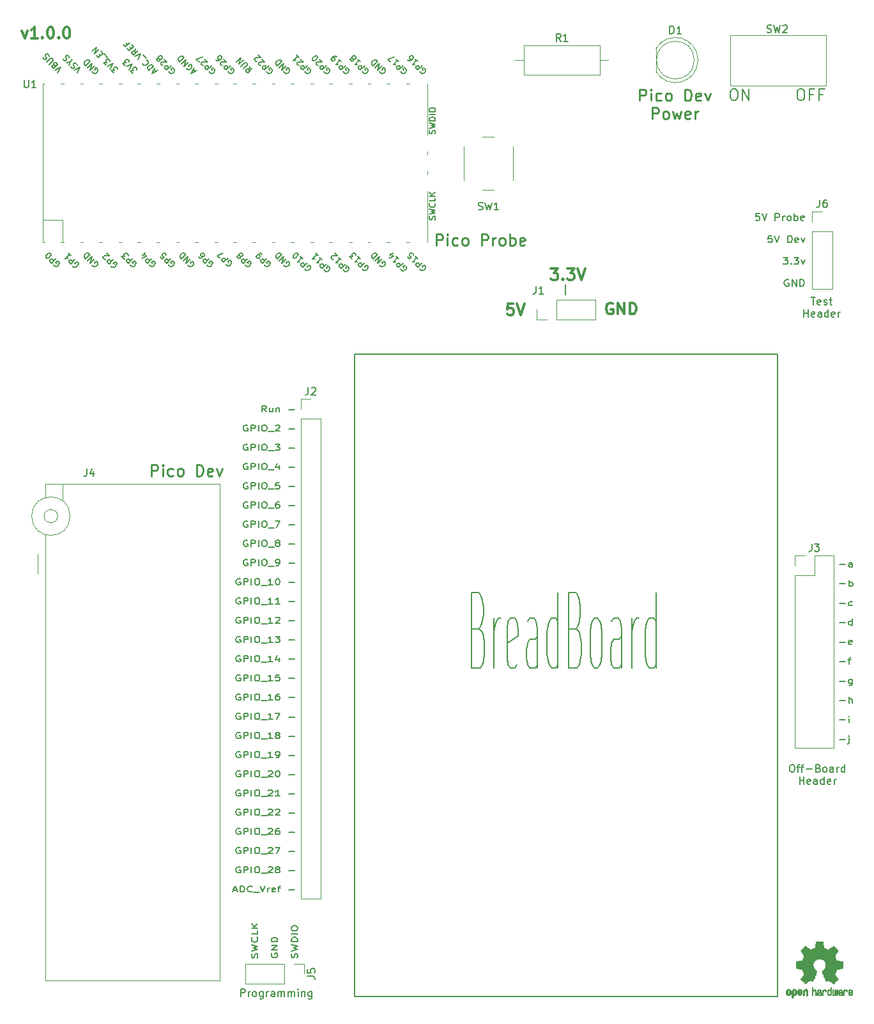
<source format=gbr>
%TF.GenerationSoftware,KiCad,Pcbnew,6.0.2+dfsg-1*%
%TF.CreationDate,2023-03-10T18:21:51-08:00*%
%TF.ProjectId,pico-devboard,7069636f-2d64-4657-9662-6f6172642e6b,A*%
%TF.SameCoordinates,Original*%
%TF.FileFunction,Legend,Top*%
%TF.FilePolarity,Positive*%
%FSLAX46Y46*%
G04 Gerber Fmt 4.6, Leading zero omitted, Abs format (unit mm)*
G04 Created by KiCad (PCBNEW 6.0.2+dfsg-1) date 2023-03-10 18:21:51*
%MOMM*%
%LPD*%
G01*
G04 APERTURE LIST*
%ADD10C,0.300000*%
%ADD11C,0.150000*%
%ADD12C,0.250000*%
%ADD13C,0.200000*%
%ADD14C,0.010000*%
%ADD15C,0.120000*%
G04 APERTURE END LIST*
D10*
X32175714Y-27668571D02*
X32532857Y-28668571D01*
X32890000Y-27668571D01*
X34247142Y-28668571D02*
X33390000Y-28668571D01*
X33818571Y-28668571D02*
X33818571Y-27168571D01*
X33675714Y-27382857D01*
X33532857Y-27525714D01*
X33390000Y-27597142D01*
X34890000Y-28525714D02*
X34961428Y-28597142D01*
X34890000Y-28668571D01*
X34818571Y-28597142D01*
X34890000Y-28525714D01*
X34890000Y-28668571D01*
X35890000Y-27168571D02*
X36032857Y-27168571D01*
X36175714Y-27240000D01*
X36247142Y-27311428D01*
X36318571Y-27454285D01*
X36390000Y-27740000D01*
X36390000Y-28097142D01*
X36318571Y-28382857D01*
X36247142Y-28525714D01*
X36175714Y-28597142D01*
X36032857Y-28668571D01*
X35890000Y-28668571D01*
X35747142Y-28597142D01*
X35675714Y-28525714D01*
X35604285Y-28382857D01*
X35532857Y-28097142D01*
X35532857Y-27740000D01*
X35604285Y-27454285D01*
X35675714Y-27311428D01*
X35747142Y-27240000D01*
X35890000Y-27168571D01*
X37032857Y-28525714D02*
X37104285Y-28597142D01*
X37032857Y-28668571D01*
X36961428Y-28597142D01*
X37032857Y-28525714D01*
X37032857Y-28668571D01*
X38032857Y-27168571D02*
X38175714Y-27168571D01*
X38318571Y-27240000D01*
X38390000Y-27311428D01*
X38461428Y-27454285D01*
X38532857Y-27740000D01*
X38532857Y-28097142D01*
X38461428Y-28382857D01*
X38390000Y-28525714D01*
X38318571Y-28597142D01*
X38175714Y-28668571D01*
X38032857Y-28668571D01*
X37890000Y-28597142D01*
X37818571Y-28525714D01*
X37747142Y-28382857D01*
X37675714Y-28097142D01*
X37675714Y-27740000D01*
X37747142Y-27454285D01*
X37818571Y-27311428D01*
X37890000Y-27240000D01*
X38032857Y-27168571D01*
D11*
X76245000Y-70460000D02*
X132275000Y-70460000D01*
X132275000Y-70460000D02*
X132275000Y-155610000D01*
X132275000Y-155610000D02*
X76245000Y-155610000D01*
X76245000Y-155610000D02*
X76245000Y-70460000D01*
X104200000Y-62630000D02*
X104200000Y-61270000D01*
X65250000Y-149871904D02*
X65211904Y-149967142D01*
X65211904Y-150110000D01*
X65250000Y-150252857D01*
X65326190Y-150348095D01*
X65402380Y-150395714D01*
X65554761Y-150443333D01*
X65669047Y-150443333D01*
X65821428Y-150395714D01*
X65897619Y-150348095D01*
X65973809Y-150252857D01*
X66011904Y-150110000D01*
X66011904Y-150014761D01*
X65973809Y-149871904D01*
X65935714Y-149824285D01*
X65669047Y-149824285D01*
X65669047Y-150014761D01*
X66011904Y-149395714D02*
X65211904Y-149395714D01*
X66011904Y-148824285D01*
X65211904Y-148824285D01*
X66011904Y-148348095D02*
X65211904Y-148348095D01*
X65211904Y-148110000D01*
X65250000Y-147967142D01*
X65326190Y-147871904D01*
X65402380Y-147824285D01*
X65554761Y-147776666D01*
X65669047Y-147776666D01*
X65821428Y-147824285D01*
X65897619Y-147871904D01*
X65973809Y-147967142D01*
X66011904Y-148110000D01*
X66011904Y-148348095D01*
X63363809Y-150471904D02*
X63401904Y-150329047D01*
X63401904Y-150090952D01*
X63363809Y-149995714D01*
X63325714Y-149948095D01*
X63249523Y-149900476D01*
X63173333Y-149900476D01*
X63097142Y-149948095D01*
X63059047Y-149995714D01*
X63020952Y-150090952D01*
X62982857Y-150281428D01*
X62944761Y-150376666D01*
X62906666Y-150424285D01*
X62830476Y-150471904D01*
X62754285Y-150471904D01*
X62678095Y-150424285D01*
X62640000Y-150376666D01*
X62601904Y-150281428D01*
X62601904Y-150043333D01*
X62640000Y-149900476D01*
X62601904Y-149567142D02*
X63401904Y-149329047D01*
X62830476Y-149138571D01*
X63401904Y-148948095D01*
X62601904Y-148710000D01*
X63325714Y-147757619D02*
X63363809Y-147805238D01*
X63401904Y-147948095D01*
X63401904Y-148043333D01*
X63363809Y-148186190D01*
X63287619Y-148281428D01*
X63211428Y-148329047D01*
X63059047Y-148376666D01*
X62944761Y-148376666D01*
X62792380Y-148329047D01*
X62716190Y-148281428D01*
X62640000Y-148186190D01*
X62601904Y-148043333D01*
X62601904Y-147948095D01*
X62640000Y-147805238D01*
X62678095Y-147757619D01*
X63401904Y-146852857D02*
X63401904Y-147329047D01*
X62601904Y-147329047D01*
X63401904Y-146519523D02*
X62601904Y-146519523D01*
X63401904Y-145948095D02*
X62944761Y-146376666D01*
X62601904Y-145948095D02*
X63059047Y-146519523D01*
X140545595Y-98355142D02*
X141307500Y-98355142D01*
X142212261Y-98659904D02*
X142212261Y-98240857D01*
X142164642Y-98164666D01*
X142069404Y-98126571D01*
X141878928Y-98126571D01*
X141783690Y-98164666D01*
X142212261Y-98621809D02*
X142117023Y-98659904D01*
X141878928Y-98659904D01*
X141783690Y-98621809D01*
X141736071Y-98545619D01*
X141736071Y-98469428D01*
X141783690Y-98393238D01*
X141878928Y-98355142D01*
X142117023Y-98355142D01*
X142212261Y-98317047D01*
X140545595Y-100931142D02*
X141307500Y-100931142D01*
X141783690Y-101235904D02*
X141783690Y-100435904D01*
X141783690Y-100740666D02*
X141878928Y-100702571D01*
X142069404Y-100702571D01*
X142164642Y-100740666D01*
X142212261Y-100778761D01*
X142259880Y-100854952D01*
X142259880Y-101083523D01*
X142212261Y-101159714D01*
X142164642Y-101197809D01*
X142069404Y-101235904D01*
X141878928Y-101235904D01*
X141783690Y-101197809D01*
X140545595Y-103507142D02*
X141307500Y-103507142D01*
X142212261Y-103773809D02*
X142117023Y-103811904D01*
X141926547Y-103811904D01*
X141831309Y-103773809D01*
X141783690Y-103735714D01*
X141736071Y-103659523D01*
X141736071Y-103430952D01*
X141783690Y-103354761D01*
X141831309Y-103316666D01*
X141926547Y-103278571D01*
X142117023Y-103278571D01*
X142212261Y-103316666D01*
X140545595Y-106083142D02*
X141307500Y-106083142D01*
X142212261Y-106387904D02*
X142212261Y-105587904D01*
X142212261Y-106349809D02*
X142117023Y-106387904D01*
X141926547Y-106387904D01*
X141831309Y-106349809D01*
X141783690Y-106311714D01*
X141736071Y-106235523D01*
X141736071Y-106006952D01*
X141783690Y-105930761D01*
X141831309Y-105892666D01*
X141926547Y-105854571D01*
X142117023Y-105854571D01*
X142212261Y-105892666D01*
X140545595Y-108659142D02*
X141307500Y-108659142D01*
X142164642Y-108925809D02*
X142069404Y-108963904D01*
X141878928Y-108963904D01*
X141783690Y-108925809D01*
X141736071Y-108849619D01*
X141736071Y-108544857D01*
X141783690Y-108468666D01*
X141878928Y-108430571D01*
X142069404Y-108430571D01*
X142164642Y-108468666D01*
X142212261Y-108544857D01*
X142212261Y-108621047D01*
X141736071Y-108697238D01*
X140545595Y-111235142D02*
X141307500Y-111235142D01*
X141640833Y-111006571D02*
X142021785Y-111006571D01*
X141783690Y-111539904D02*
X141783690Y-110854190D01*
X141831309Y-110778000D01*
X141926547Y-110739904D01*
X142021785Y-110739904D01*
X140545595Y-113811142D02*
X141307500Y-113811142D01*
X142212261Y-113582571D02*
X142212261Y-114230190D01*
X142164642Y-114306380D01*
X142117023Y-114344476D01*
X142021785Y-114382571D01*
X141878928Y-114382571D01*
X141783690Y-114344476D01*
X142212261Y-114077809D02*
X142117023Y-114115904D01*
X141926547Y-114115904D01*
X141831309Y-114077809D01*
X141783690Y-114039714D01*
X141736071Y-113963523D01*
X141736071Y-113734952D01*
X141783690Y-113658761D01*
X141831309Y-113620666D01*
X141926547Y-113582571D01*
X142117023Y-113582571D01*
X142212261Y-113620666D01*
X140545595Y-116387142D02*
X141307500Y-116387142D01*
X141783690Y-116691904D02*
X141783690Y-115891904D01*
X142212261Y-116691904D02*
X142212261Y-116272857D01*
X142164642Y-116196666D01*
X142069404Y-116158571D01*
X141926547Y-116158571D01*
X141831309Y-116196666D01*
X141783690Y-116234761D01*
X140545595Y-118963142D02*
X141307500Y-118963142D01*
X141783690Y-119267904D02*
X141783690Y-118734571D01*
X141783690Y-118467904D02*
X141736071Y-118506000D01*
X141783690Y-118544095D01*
X141831309Y-118506000D01*
X141783690Y-118467904D01*
X141783690Y-118544095D01*
X140545595Y-121539142D02*
X141307500Y-121539142D01*
X141783690Y-121310571D02*
X141783690Y-121996285D01*
X141736071Y-122072476D01*
X141640833Y-122110571D01*
X141593214Y-122110571D01*
X141783690Y-121043904D02*
X141736071Y-121082000D01*
X141783690Y-121120095D01*
X141831309Y-121082000D01*
X141783690Y-121043904D01*
X141783690Y-121120095D01*
D12*
X114042857Y-36921071D02*
X114042857Y-35421071D01*
X114614285Y-35421071D01*
X114757142Y-35492500D01*
X114828571Y-35563928D01*
X114900000Y-35706785D01*
X114900000Y-35921071D01*
X114828571Y-36063928D01*
X114757142Y-36135357D01*
X114614285Y-36206785D01*
X114042857Y-36206785D01*
X115542857Y-36921071D02*
X115542857Y-35921071D01*
X115542857Y-35421071D02*
X115471428Y-35492500D01*
X115542857Y-35563928D01*
X115614285Y-35492500D01*
X115542857Y-35421071D01*
X115542857Y-35563928D01*
X116900000Y-36849642D02*
X116757142Y-36921071D01*
X116471428Y-36921071D01*
X116328571Y-36849642D01*
X116257142Y-36778214D01*
X116185714Y-36635357D01*
X116185714Y-36206785D01*
X116257142Y-36063928D01*
X116328571Y-35992500D01*
X116471428Y-35921071D01*
X116757142Y-35921071D01*
X116900000Y-35992500D01*
X117757142Y-36921071D02*
X117614285Y-36849642D01*
X117542857Y-36778214D01*
X117471428Y-36635357D01*
X117471428Y-36206785D01*
X117542857Y-36063928D01*
X117614285Y-35992500D01*
X117757142Y-35921071D01*
X117971428Y-35921071D01*
X118114285Y-35992500D01*
X118185714Y-36063928D01*
X118257142Y-36206785D01*
X118257142Y-36635357D01*
X118185714Y-36778214D01*
X118114285Y-36849642D01*
X117971428Y-36921071D01*
X117757142Y-36921071D01*
X120042857Y-36921071D02*
X120042857Y-35421071D01*
X120400000Y-35421071D01*
X120614285Y-35492500D01*
X120757142Y-35635357D01*
X120828571Y-35778214D01*
X120900000Y-36063928D01*
X120900000Y-36278214D01*
X120828571Y-36563928D01*
X120757142Y-36706785D01*
X120614285Y-36849642D01*
X120400000Y-36921071D01*
X120042857Y-36921071D01*
X122114285Y-36849642D02*
X121971428Y-36921071D01*
X121685714Y-36921071D01*
X121542857Y-36849642D01*
X121471428Y-36706785D01*
X121471428Y-36135357D01*
X121542857Y-35992500D01*
X121685714Y-35921071D01*
X121971428Y-35921071D01*
X122114285Y-35992500D01*
X122185714Y-36135357D01*
X122185714Y-36278214D01*
X121471428Y-36421071D01*
X122685714Y-35921071D02*
X123042857Y-36921071D01*
X123400000Y-35921071D01*
X115685714Y-39336071D02*
X115685714Y-37836071D01*
X116257142Y-37836071D01*
X116400000Y-37907500D01*
X116471428Y-37978928D01*
X116542857Y-38121785D01*
X116542857Y-38336071D01*
X116471428Y-38478928D01*
X116400000Y-38550357D01*
X116257142Y-38621785D01*
X115685714Y-38621785D01*
X117400000Y-39336071D02*
X117257142Y-39264642D01*
X117185714Y-39193214D01*
X117114285Y-39050357D01*
X117114285Y-38621785D01*
X117185714Y-38478928D01*
X117257142Y-38407500D01*
X117400000Y-38336071D01*
X117614285Y-38336071D01*
X117757142Y-38407500D01*
X117828571Y-38478928D01*
X117900000Y-38621785D01*
X117900000Y-39050357D01*
X117828571Y-39193214D01*
X117757142Y-39264642D01*
X117614285Y-39336071D01*
X117400000Y-39336071D01*
X118400000Y-38336071D02*
X118685714Y-39336071D01*
X118971428Y-38621785D01*
X119257142Y-39336071D01*
X119542857Y-38336071D01*
X120685714Y-39264642D02*
X120542857Y-39336071D01*
X120257142Y-39336071D01*
X120114285Y-39264642D01*
X120042857Y-39121785D01*
X120042857Y-38550357D01*
X120114285Y-38407500D01*
X120257142Y-38336071D01*
X120542857Y-38336071D01*
X120685714Y-38407500D01*
X120757142Y-38550357D01*
X120757142Y-38693214D01*
X120042857Y-38836071D01*
X121400000Y-39336071D02*
X121400000Y-38336071D01*
X121400000Y-38621785D02*
X121471428Y-38478928D01*
X121542857Y-38407500D01*
X121685714Y-38336071D01*
X121828571Y-38336071D01*
D11*
X61165714Y-155592380D02*
X61165714Y-154592380D01*
X61546666Y-154592380D01*
X61641904Y-154640000D01*
X61689523Y-154687619D01*
X61737142Y-154782857D01*
X61737142Y-154925714D01*
X61689523Y-155020952D01*
X61641904Y-155068571D01*
X61546666Y-155116190D01*
X61165714Y-155116190D01*
X62165714Y-155592380D02*
X62165714Y-154925714D01*
X62165714Y-155116190D02*
X62213333Y-155020952D01*
X62260952Y-154973333D01*
X62356190Y-154925714D01*
X62451428Y-154925714D01*
X62927619Y-155592380D02*
X62832380Y-155544761D01*
X62784761Y-155497142D01*
X62737142Y-155401904D01*
X62737142Y-155116190D01*
X62784761Y-155020952D01*
X62832380Y-154973333D01*
X62927619Y-154925714D01*
X63070476Y-154925714D01*
X63165714Y-154973333D01*
X63213333Y-155020952D01*
X63260952Y-155116190D01*
X63260952Y-155401904D01*
X63213333Y-155497142D01*
X63165714Y-155544761D01*
X63070476Y-155592380D01*
X62927619Y-155592380D01*
X64118095Y-154925714D02*
X64118095Y-155735238D01*
X64070476Y-155830476D01*
X64022857Y-155878095D01*
X63927619Y-155925714D01*
X63784761Y-155925714D01*
X63689523Y-155878095D01*
X64118095Y-155544761D02*
X64022857Y-155592380D01*
X63832380Y-155592380D01*
X63737142Y-155544761D01*
X63689523Y-155497142D01*
X63641904Y-155401904D01*
X63641904Y-155116190D01*
X63689523Y-155020952D01*
X63737142Y-154973333D01*
X63832380Y-154925714D01*
X64022857Y-154925714D01*
X64118095Y-154973333D01*
X64594285Y-155592380D02*
X64594285Y-154925714D01*
X64594285Y-155116190D02*
X64641904Y-155020952D01*
X64689523Y-154973333D01*
X64784761Y-154925714D01*
X64880000Y-154925714D01*
X65641904Y-155592380D02*
X65641904Y-155068571D01*
X65594285Y-154973333D01*
X65499047Y-154925714D01*
X65308571Y-154925714D01*
X65213333Y-154973333D01*
X65641904Y-155544761D02*
X65546666Y-155592380D01*
X65308571Y-155592380D01*
X65213333Y-155544761D01*
X65165714Y-155449523D01*
X65165714Y-155354285D01*
X65213333Y-155259047D01*
X65308571Y-155211428D01*
X65546666Y-155211428D01*
X65641904Y-155163809D01*
X66118095Y-155592380D02*
X66118095Y-154925714D01*
X66118095Y-155020952D02*
X66165714Y-154973333D01*
X66260952Y-154925714D01*
X66403809Y-154925714D01*
X66499047Y-154973333D01*
X66546666Y-155068571D01*
X66546666Y-155592380D01*
X66546666Y-155068571D02*
X66594285Y-154973333D01*
X66689523Y-154925714D01*
X66832380Y-154925714D01*
X66927619Y-154973333D01*
X66975238Y-155068571D01*
X66975238Y-155592380D01*
X67451428Y-155592380D02*
X67451428Y-154925714D01*
X67451428Y-155020952D02*
X67499047Y-154973333D01*
X67594285Y-154925714D01*
X67737142Y-154925714D01*
X67832380Y-154973333D01*
X67880000Y-155068571D01*
X67880000Y-155592380D01*
X67880000Y-155068571D02*
X67927619Y-154973333D01*
X68022857Y-154925714D01*
X68165714Y-154925714D01*
X68260952Y-154973333D01*
X68308571Y-155068571D01*
X68308571Y-155592380D01*
X68784761Y-155592380D02*
X68784761Y-154925714D01*
X68784761Y-154592380D02*
X68737142Y-154640000D01*
X68784761Y-154687619D01*
X68832380Y-154640000D01*
X68784761Y-154592380D01*
X68784761Y-154687619D01*
X69260952Y-154925714D02*
X69260952Y-155592380D01*
X69260952Y-155020952D02*
X69308571Y-154973333D01*
X69403809Y-154925714D01*
X69546666Y-154925714D01*
X69641904Y-154973333D01*
X69689523Y-155068571D01*
X69689523Y-155592380D01*
X70594285Y-154925714D02*
X70594285Y-155735238D01*
X70546666Y-155830476D01*
X70499047Y-155878095D01*
X70403809Y-155925714D01*
X70260952Y-155925714D01*
X70165714Y-155878095D01*
X70594285Y-155544761D02*
X70499047Y-155592380D01*
X70308571Y-155592380D01*
X70213333Y-155544761D01*
X70165714Y-155497142D01*
X70118095Y-155401904D01*
X70118095Y-155116190D01*
X70165714Y-155020952D01*
X70213333Y-154973333D01*
X70308571Y-154925714D01*
X70499047Y-154925714D01*
X70594285Y-154973333D01*
X64532500Y-78149880D02*
X64199166Y-77773690D01*
X63961071Y-78149880D02*
X63961071Y-77359880D01*
X64342023Y-77359880D01*
X64437261Y-77397500D01*
X64484880Y-77435119D01*
X64532500Y-77510357D01*
X64532500Y-77623214D01*
X64484880Y-77698452D01*
X64437261Y-77736071D01*
X64342023Y-77773690D01*
X63961071Y-77773690D01*
X65389642Y-77623214D02*
X65389642Y-78149880D01*
X64961071Y-77623214D02*
X64961071Y-78037023D01*
X65008690Y-78112261D01*
X65103928Y-78149880D01*
X65246785Y-78149880D01*
X65342023Y-78112261D01*
X65389642Y-78074642D01*
X65865833Y-77623214D02*
X65865833Y-78149880D01*
X65865833Y-77698452D02*
X65913452Y-77660833D01*
X66008690Y-77623214D01*
X66151547Y-77623214D01*
X66246785Y-77660833D01*
X66294404Y-77736071D01*
X66294404Y-78149880D01*
X67532500Y-77848928D02*
X68294404Y-77848928D01*
X62056309Y-79941300D02*
X61961071Y-79903680D01*
X61818214Y-79903680D01*
X61675357Y-79941300D01*
X61580119Y-80016538D01*
X61532500Y-80091776D01*
X61484880Y-80242252D01*
X61484880Y-80355109D01*
X61532500Y-80505585D01*
X61580119Y-80580823D01*
X61675357Y-80656061D01*
X61818214Y-80693680D01*
X61913452Y-80693680D01*
X62056309Y-80656061D01*
X62103928Y-80618442D01*
X62103928Y-80355109D01*
X61913452Y-80355109D01*
X62532500Y-80693680D02*
X62532500Y-79903680D01*
X62913452Y-79903680D01*
X63008690Y-79941300D01*
X63056309Y-79978919D01*
X63103928Y-80054157D01*
X63103928Y-80167014D01*
X63056309Y-80242252D01*
X63008690Y-80279871D01*
X62913452Y-80317490D01*
X62532500Y-80317490D01*
X63532500Y-80693680D02*
X63532500Y-79903680D01*
X64199166Y-79903680D02*
X64389642Y-79903680D01*
X64484880Y-79941300D01*
X64580119Y-80016538D01*
X64627738Y-80167014D01*
X64627738Y-80430347D01*
X64580119Y-80580823D01*
X64484880Y-80656061D01*
X64389642Y-80693680D01*
X64199166Y-80693680D01*
X64103928Y-80656061D01*
X64008690Y-80580823D01*
X63961071Y-80430347D01*
X63961071Y-80167014D01*
X64008690Y-80016538D01*
X64103928Y-79941300D01*
X64199166Y-79903680D01*
X64818214Y-80768919D02*
X65580119Y-80768919D01*
X65770595Y-79978919D02*
X65818214Y-79941300D01*
X65913452Y-79903680D01*
X66151547Y-79903680D01*
X66246785Y-79941300D01*
X66294404Y-79978919D01*
X66342023Y-80054157D01*
X66342023Y-80129395D01*
X66294404Y-80242252D01*
X65722976Y-80693680D01*
X66342023Y-80693680D01*
X67532500Y-80392728D02*
X68294404Y-80392728D01*
X62056309Y-82485100D02*
X61961071Y-82447480D01*
X61818214Y-82447480D01*
X61675357Y-82485100D01*
X61580119Y-82560338D01*
X61532500Y-82635576D01*
X61484880Y-82786052D01*
X61484880Y-82898909D01*
X61532500Y-83049385D01*
X61580119Y-83124623D01*
X61675357Y-83199861D01*
X61818214Y-83237480D01*
X61913452Y-83237480D01*
X62056309Y-83199861D01*
X62103928Y-83162242D01*
X62103928Y-82898909D01*
X61913452Y-82898909D01*
X62532500Y-83237480D02*
X62532500Y-82447480D01*
X62913452Y-82447480D01*
X63008690Y-82485100D01*
X63056309Y-82522719D01*
X63103928Y-82597957D01*
X63103928Y-82710814D01*
X63056309Y-82786052D01*
X63008690Y-82823671D01*
X62913452Y-82861290D01*
X62532500Y-82861290D01*
X63532500Y-83237480D02*
X63532500Y-82447480D01*
X64199166Y-82447480D02*
X64389642Y-82447480D01*
X64484880Y-82485100D01*
X64580119Y-82560338D01*
X64627738Y-82710814D01*
X64627738Y-82974147D01*
X64580119Y-83124623D01*
X64484880Y-83199861D01*
X64389642Y-83237480D01*
X64199166Y-83237480D01*
X64103928Y-83199861D01*
X64008690Y-83124623D01*
X63961071Y-82974147D01*
X63961071Y-82710814D01*
X64008690Y-82560338D01*
X64103928Y-82485100D01*
X64199166Y-82447480D01*
X64818214Y-83312719D02*
X65580119Y-83312719D01*
X65722976Y-82447480D02*
X66342023Y-82447480D01*
X66008690Y-82748433D01*
X66151547Y-82748433D01*
X66246785Y-82786052D01*
X66294404Y-82823671D01*
X66342023Y-82898909D01*
X66342023Y-83087004D01*
X66294404Y-83162242D01*
X66246785Y-83199861D01*
X66151547Y-83237480D01*
X65865833Y-83237480D01*
X65770595Y-83199861D01*
X65722976Y-83162242D01*
X67532500Y-82936528D02*
X68294404Y-82936528D01*
X62056309Y-85028900D02*
X61961071Y-84991280D01*
X61818214Y-84991280D01*
X61675357Y-85028900D01*
X61580119Y-85104138D01*
X61532500Y-85179376D01*
X61484880Y-85329852D01*
X61484880Y-85442709D01*
X61532500Y-85593185D01*
X61580119Y-85668423D01*
X61675357Y-85743661D01*
X61818214Y-85781280D01*
X61913452Y-85781280D01*
X62056309Y-85743661D01*
X62103928Y-85706042D01*
X62103928Y-85442709D01*
X61913452Y-85442709D01*
X62532500Y-85781280D02*
X62532500Y-84991280D01*
X62913452Y-84991280D01*
X63008690Y-85028900D01*
X63056309Y-85066519D01*
X63103928Y-85141757D01*
X63103928Y-85254614D01*
X63056309Y-85329852D01*
X63008690Y-85367471D01*
X62913452Y-85405090D01*
X62532500Y-85405090D01*
X63532500Y-85781280D02*
X63532500Y-84991280D01*
X64199166Y-84991280D02*
X64389642Y-84991280D01*
X64484880Y-85028900D01*
X64580119Y-85104138D01*
X64627738Y-85254614D01*
X64627738Y-85517947D01*
X64580119Y-85668423D01*
X64484880Y-85743661D01*
X64389642Y-85781280D01*
X64199166Y-85781280D01*
X64103928Y-85743661D01*
X64008690Y-85668423D01*
X63961071Y-85517947D01*
X63961071Y-85254614D01*
X64008690Y-85104138D01*
X64103928Y-85028900D01*
X64199166Y-84991280D01*
X64818214Y-85856519D02*
X65580119Y-85856519D01*
X66246785Y-85254614D02*
X66246785Y-85781280D01*
X66008690Y-84953661D02*
X65770595Y-85517947D01*
X66389642Y-85517947D01*
X67532500Y-85480328D02*
X68294404Y-85480328D01*
X62056309Y-87572700D02*
X61961071Y-87535080D01*
X61818214Y-87535080D01*
X61675357Y-87572700D01*
X61580119Y-87647938D01*
X61532500Y-87723176D01*
X61484880Y-87873652D01*
X61484880Y-87986509D01*
X61532500Y-88136985D01*
X61580119Y-88212223D01*
X61675357Y-88287461D01*
X61818214Y-88325080D01*
X61913452Y-88325080D01*
X62056309Y-88287461D01*
X62103928Y-88249842D01*
X62103928Y-87986509D01*
X61913452Y-87986509D01*
X62532500Y-88325080D02*
X62532500Y-87535080D01*
X62913452Y-87535080D01*
X63008690Y-87572700D01*
X63056309Y-87610319D01*
X63103928Y-87685557D01*
X63103928Y-87798414D01*
X63056309Y-87873652D01*
X63008690Y-87911271D01*
X62913452Y-87948890D01*
X62532500Y-87948890D01*
X63532500Y-88325080D02*
X63532500Y-87535080D01*
X64199166Y-87535080D02*
X64389642Y-87535080D01*
X64484880Y-87572700D01*
X64580119Y-87647938D01*
X64627738Y-87798414D01*
X64627738Y-88061747D01*
X64580119Y-88212223D01*
X64484880Y-88287461D01*
X64389642Y-88325080D01*
X64199166Y-88325080D01*
X64103928Y-88287461D01*
X64008690Y-88212223D01*
X63961071Y-88061747D01*
X63961071Y-87798414D01*
X64008690Y-87647938D01*
X64103928Y-87572700D01*
X64199166Y-87535080D01*
X64818214Y-88400319D02*
X65580119Y-88400319D01*
X66294404Y-87535080D02*
X65818214Y-87535080D01*
X65770595Y-87911271D01*
X65818214Y-87873652D01*
X65913452Y-87836033D01*
X66151547Y-87836033D01*
X66246785Y-87873652D01*
X66294404Y-87911271D01*
X66342023Y-87986509D01*
X66342023Y-88174604D01*
X66294404Y-88249842D01*
X66246785Y-88287461D01*
X66151547Y-88325080D01*
X65913452Y-88325080D01*
X65818214Y-88287461D01*
X65770595Y-88249842D01*
X67532500Y-88024128D02*
X68294404Y-88024128D01*
X62056309Y-90116500D02*
X61961071Y-90078880D01*
X61818214Y-90078880D01*
X61675357Y-90116500D01*
X61580119Y-90191738D01*
X61532500Y-90266976D01*
X61484880Y-90417452D01*
X61484880Y-90530309D01*
X61532500Y-90680785D01*
X61580119Y-90756023D01*
X61675357Y-90831261D01*
X61818214Y-90868880D01*
X61913452Y-90868880D01*
X62056309Y-90831261D01*
X62103928Y-90793642D01*
X62103928Y-90530309D01*
X61913452Y-90530309D01*
X62532500Y-90868880D02*
X62532500Y-90078880D01*
X62913452Y-90078880D01*
X63008690Y-90116500D01*
X63056309Y-90154119D01*
X63103928Y-90229357D01*
X63103928Y-90342214D01*
X63056309Y-90417452D01*
X63008690Y-90455071D01*
X62913452Y-90492690D01*
X62532500Y-90492690D01*
X63532500Y-90868880D02*
X63532500Y-90078880D01*
X64199166Y-90078880D02*
X64389642Y-90078880D01*
X64484880Y-90116500D01*
X64580119Y-90191738D01*
X64627738Y-90342214D01*
X64627738Y-90605547D01*
X64580119Y-90756023D01*
X64484880Y-90831261D01*
X64389642Y-90868880D01*
X64199166Y-90868880D01*
X64103928Y-90831261D01*
X64008690Y-90756023D01*
X63961071Y-90605547D01*
X63961071Y-90342214D01*
X64008690Y-90191738D01*
X64103928Y-90116500D01*
X64199166Y-90078880D01*
X64818214Y-90944119D02*
X65580119Y-90944119D01*
X66246785Y-90078880D02*
X66056309Y-90078880D01*
X65961071Y-90116500D01*
X65913452Y-90154119D01*
X65818214Y-90266976D01*
X65770595Y-90417452D01*
X65770595Y-90718404D01*
X65818214Y-90793642D01*
X65865833Y-90831261D01*
X65961071Y-90868880D01*
X66151547Y-90868880D01*
X66246785Y-90831261D01*
X66294404Y-90793642D01*
X66342023Y-90718404D01*
X66342023Y-90530309D01*
X66294404Y-90455071D01*
X66246785Y-90417452D01*
X66151547Y-90379833D01*
X65961071Y-90379833D01*
X65865833Y-90417452D01*
X65818214Y-90455071D01*
X65770595Y-90530309D01*
X67532500Y-90567928D02*
X68294404Y-90567928D01*
X62056309Y-92660300D02*
X61961071Y-92622680D01*
X61818214Y-92622680D01*
X61675357Y-92660300D01*
X61580119Y-92735538D01*
X61532500Y-92810776D01*
X61484880Y-92961252D01*
X61484880Y-93074109D01*
X61532500Y-93224585D01*
X61580119Y-93299823D01*
X61675357Y-93375061D01*
X61818214Y-93412680D01*
X61913452Y-93412680D01*
X62056309Y-93375061D01*
X62103928Y-93337442D01*
X62103928Y-93074109D01*
X61913452Y-93074109D01*
X62532500Y-93412680D02*
X62532500Y-92622680D01*
X62913452Y-92622680D01*
X63008690Y-92660300D01*
X63056309Y-92697919D01*
X63103928Y-92773157D01*
X63103928Y-92886014D01*
X63056309Y-92961252D01*
X63008690Y-92998871D01*
X62913452Y-93036490D01*
X62532500Y-93036490D01*
X63532500Y-93412680D02*
X63532500Y-92622680D01*
X64199166Y-92622680D02*
X64389642Y-92622680D01*
X64484880Y-92660300D01*
X64580119Y-92735538D01*
X64627738Y-92886014D01*
X64627738Y-93149347D01*
X64580119Y-93299823D01*
X64484880Y-93375061D01*
X64389642Y-93412680D01*
X64199166Y-93412680D01*
X64103928Y-93375061D01*
X64008690Y-93299823D01*
X63961071Y-93149347D01*
X63961071Y-92886014D01*
X64008690Y-92735538D01*
X64103928Y-92660300D01*
X64199166Y-92622680D01*
X64818214Y-93487919D02*
X65580119Y-93487919D01*
X65722976Y-92622680D02*
X66389642Y-92622680D01*
X65961071Y-93412680D01*
X67532500Y-93111728D02*
X68294404Y-93111728D01*
X62056309Y-95204100D02*
X61961071Y-95166480D01*
X61818214Y-95166480D01*
X61675357Y-95204100D01*
X61580119Y-95279338D01*
X61532500Y-95354576D01*
X61484880Y-95505052D01*
X61484880Y-95617909D01*
X61532500Y-95768385D01*
X61580119Y-95843623D01*
X61675357Y-95918861D01*
X61818214Y-95956480D01*
X61913452Y-95956480D01*
X62056309Y-95918861D01*
X62103928Y-95881242D01*
X62103928Y-95617909D01*
X61913452Y-95617909D01*
X62532500Y-95956480D02*
X62532500Y-95166480D01*
X62913452Y-95166480D01*
X63008690Y-95204100D01*
X63056309Y-95241719D01*
X63103928Y-95316957D01*
X63103928Y-95429814D01*
X63056309Y-95505052D01*
X63008690Y-95542671D01*
X62913452Y-95580290D01*
X62532500Y-95580290D01*
X63532500Y-95956480D02*
X63532500Y-95166480D01*
X64199166Y-95166480D02*
X64389642Y-95166480D01*
X64484880Y-95204100D01*
X64580119Y-95279338D01*
X64627738Y-95429814D01*
X64627738Y-95693147D01*
X64580119Y-95843623D01*
X64484880Y-95918861D01*
X64389642Y-95956480D01*
X64199166Y-95956480D01*
X64103928Y-95918861D01*
X64008690Y-95843623D01*
X63961071Y-95693147D01*
X63961071Y-95429814D01*
X64008690Y-95279338D01*
X64103928Y-95204100D01*
X64199166Y-95166480D01*
X64818214Y-96031719D02*
X65580119Y-96031719D01*
X65961071Y-95505052D02*
X65865833Y-95467433D01*
X65818214Y-95429814D01*
X65770595Y-95354576D01*
X65770595Y-95316957D01*
X65818214Y-95241719D01*
X65865833Y-95204100D01*
X65961071Y-95166480D01*
X66151547Y-95166480D01*
X66246785Y-95204100D01*
X66294404Y-95241719D01*
X66342023Y-95316957D01*
X66342023Y-95354576D01*
X66294404Y-95429814D01*
X66246785Y-95467433D01*
X66151547Y-95505052D01*
X65961071Y-95505052D01*
X65865833Y-95542671D01*
X65818214Y-95580290D01*
X65770595Y-95655528D01*
X65770595Y-95806004D01*
X65818214Y-95881242D01*
X65865833Y-95918861D01*
X65961071Y-95956480D01*
X66151547Y-95956480D01*
X66246785Y-95918861D01*
X66294404Y-95881242D01*
X66342023Y-95806004D01*
X66342023Y-95655528D01*
X66294404Y-95580290D01*
X66246785Y-95542671D01*
X66151547Y-95505052D01*
X67532500Y-95655528D02*
X68294404Y-95655528D01*
X62056309Y-97747900D02*
X61961071Y-97710280D01*
X61818214Y-97710280D01*
X61675357Y-97747900D01*
X61580119Y-97823138D01*
X61532500Y-97898376D01*
X61484880Y-98048852D01*
X61484880Y-98161709D01*
X61532500Y-98312185D01*
X61580119Y-98387423D01*
X61675357Y-98462661D01*
X61818214Y-98500280D01*
X61913452Y-98500280D01*
X62056309Y-98462661D01*
X62103928Y-98425042D01*
X62103928Y-98161709D01*
X61913452Y-98161709D01*
X62532500Y-98500280D02*
X62532500Y-97710280D01*
X62913452Y-97710280D01*
X63008690Y-97747900D01*
X63056309Y-97785519D01*
X63103928Y-97860757D01*
X63103928Y-97973614D01*
X63056309Y-98048852D01*
X63008690Y-98086471D01*
X62913452Y-98124090D01*
X62532500Y-98124090D01*
X63532500Y-98500280D02*
X63532500Y-97710280D01*
X64199166Y-97710280D02*
X64389642Y-97710280D01*
X64484880Y-97747900D01*
X64580119Y-97823138D01*
X64627738Y-97973614D01*
X64627738Y-98236947D01*
X64580119Y-98387423D01*
X64484880Y-98462661D01*
X64389642Y-98500280D01*
X64199166Y-98500280D01*
X64103928Y-98462661D01*
X64008690Y-98387423D01*
X63961071Y-98236947D01*
X63961071Y-97973614D01*
X64008690Y-97823138D01*
X64103928Y-97747900D01*
X64199166Y-97710280D01*
X64818214Y-98575519D02*
X65580119Y-98575519D01*
X65865833Y-98500280D02*
X66056309Y-98500280D01*
X66151547Y-98462661D01*
X66199166Y-98425042D01*
X66294404Y-98312185D01*
X66342023Y-98161709D01*
X66342023Y-97860757D01*
X66294404Y-97785519D01*
X66246785Y-97747900D01*
X66151547Y-97710280D01*
X65961071Y-97710280D01*
X65865833Y-97747900D01*
X65818214Y-97785519D01*
X65770595Y-97860757D01*
X65770595Y-98048852D01*
X65818214Y-98124090D01*
X65865833Y-98161709D01*
X65961071Y-98199328D01*
X66151547Y-98199328D01*
X66246785Y-98161709D01*
X66294404Y-98124090D01*
X66342023Y-98048852D01*
X67532500Y-98199328D02*
X68294404Y-98199328D01*
X61103928Y-100291700D02*
X61008690Y-100254080D01*
X60865833Y-100254080D01*
X60722976Y-100291700D01*
X60627738Y-100366938D01*
X60580119Y-100442176D01*
X60532500Y-100592652D01*
X60532500Y-100705509D01*
X60580119Y-100855985D01*
X60627738Y-100931223D01*
X60722976Y-101006461D01*
X60865833Y-101044080D01*
X60961071Y-101044080D01*
X61103928Y-101006461D01*
X61151547Y-100968842D01*
X61151547Y-100705509D01*
X60961071Y-100705509D01*
X61580119Y-101044080D02*
X61580119Y-100254080D01*
X61961071Y-100254080D01*
X62056309Y-100291700D01*
X62103928Y-100329319D01*
X62151547Y-100404557D01*
X62151547Y-100517414D01*
X62103928Y-100592652D01*
X62056309Y-100630271D01*
X61961071Y-100667890D01*
X61580119Y-100667890D01*
X62580119Y-101044080D02*
X62580119Y-100254080D01*
X63246785Y-100254080D02*
X63437261Y-100254080D01*
X63532500Y-100291700D01*
X63627738Y-100366938D01*
X63675357Y-100517414D01*
X63675357Y-100780747D01*
X63627738Y-100931223D01*
X63532500Y-101006461D01*
X63437261Y-101044080D01*
X63246785Y-101044080D01*
X63151547Y-101006461D01*
X63056309Y-100931223D01*
X63008690Y-100780747D01*
X63008690Y-100517414D01*
X63056309Y-100366938D01*
X63151547Y-100291700D01*
X63246785Y-100254080D01*
X63865833Y-101119319D02*
X64627738Y-101119319D01*
X65389642Y-101044080D02*
X64818214Y-101044080D01*
X65103928Y-101044080D02*
X65103928Y-100254080D01*
X65008690Y-100366938D01*
X64913452Y-100442176D01*
X64818214Y-100479795D01*
X66008690Y-100254080D02*
X66103928Y-100254080D01*
X66199166Y-100291700D01*
X66246785Y-100329319D01*
X66294404Y-100404557D01*
X66342023Y-100555033D01*
X66342023Y-100743128D01*
X66294404Y-100893604D01*
X66246785Y-100968842D01*
X66199166Y-101006461D01*
X66103928Y-101044080D01*
X66008690Y-101044080D01*
X65913452Y-101006461D01*
X65865833Y-100968842D01*
X65818214Y-100893604D01*
X65770595Y-100743128D01*
X65770595Y-100555033D01*
X65818214Y-100404557D01*
X65865833Y-100329319D01*
X65913452Y-100291700D01*
X66008690Y-100254080D01*
X67532500Y-100743128D02*
X68294404Y-100743128D01*
X61103928Y-102835500D02*
X61008690Y-102797880D01*
X60865833Y-102797880D01*
X60722976Y-102835500D01*
X60627738Y-102910738D01*
X60580119Y-102985976D01*
X60532500Y-103136452D01*
X60532500Y-103249309D01*
X60580119Y-103399785D01*
X60627738Y-103475023D01*
X60722976Y-103550261D01*
X60865833Y-103587880D01*
X60961071Y-103587880D01*
X61103928Y-103550261D01*
X61151547Y-103512642D01*
X61151547Y-103249309D01*
X60961071Y-103249309D01*
X61580119Y-103587880D02*
X61580119Y-102797880D01*
X61961071Y-102797880D01*
X62056309Y-102835500D01*
X62103928Y-102873119D01*
X62151547Y-102948357D01*
X62151547Y-103061214D01*
X62103928Y-103136452D01*
X62056309Y-103174071D01*
X61961071Y-103211690D01*
X61580119Y-103211690D01*
X62580119Y-103587880D02*
X62580119Y-102797880D01*
X63246785Y-102797880D02*
X63437261Y-102797880D01*
X63532500Y-102835500D01*
X63627738Y-102910738D01*
X63675357Y-103061214D01*
X63675357Y-103324547D01*
X63627738Y-103475023D01*
X63532500Y-103550261D01*
X63437261Y-103587880D01*
X63246785Y-103587880D01*
X63151547Y-103550261D01*
X63056309Y-103475023D01*
X63008690Y-103324547D01*
X63008690Y-103061214D01*
X63056309Y-102910738D01*
X63151547Y-102835500D01*
X63246785Y-102797880D01*
X63865833Y-103663119D02*
X64627738Y-103663119D01*
X65389642Y-103587880D02*
X64818214Y-103587880D01*
X65103928Y-103587880D02*
X65103928Y-102797880D01*
X65008690Y-102910738D01*
X64913452Y-102985976D01*
X64818214Y-103023595D01*
X66342023Y-103587880D02*
X65770595Y-103587880D01*
X66056309Y-103587880D02*
X66056309Y-102797880D01*
X65961071Y-102910738D01*
X65865833Y-102985976D01*
X65770595Y-103023595D01*
X67532500Y-103286928D02*
X68294404Y-103286928D01*
X61103928Y-105379300D02*
X61008690Y-105341680D01*
X60865833Y-105341680D01*
X60722976Y-105379300D01*
X60627738Y-105454538D01*
X60580119Y-105529776D01*
X60532500Y-105680252D01*
X60532500Y-105793109D01*
X60580119Y-105943585D01*
X60627738Y-106018823D01*
X60722976Y-106094061D01*
X60865833Y-106131680D01*
X60961071Y-106131680D01*
X61103928Y-106094061D01*
X61151547Y-106056442D01*
X61151547Y-105793109D01*
X60961071Y-105793109D01*
X61580119Y-106131680D02*
X61580119Y-105341680D01*
X61961071Y-105341680D01*
X62056309Y-105379300D01*
X62103928Y-105416919D01*
X62151547Y-105492157D01*
X62151547Y-105605014D01*
X62103928Y-105680252D01*
X62056309Y-105717871D01*
X61961071Y-105755490D01*
X61580119Y-105755490D01*
X62580119Y-106131680D02*
X62580119Y-105341680D01*
X63246785Y-105341680D02*
X63437261Y-105341680D01*
X63532500Y-105379300D01*
X63627738Y-105454538D01*
X63675357Y-105605014D01*
X63675357Y-105868347D01*
X63627738Y-106018823D01*
X63532500Y-106094061D01*
X63437261Y-106131680D01*
X63246785Y-106131680D01*
X63151547Y-106094061D01*
X63056309Y-106018823D01*
X63008690Y-105868347D01*
X63008690Y-105605014D01*
X63056309Y-105454538D01*
X63151547Y-105379300D01*
X63246785Y-105341680D01*
X63865833Y-106206919D02*
X64627738Y-106206919D01*
X65389642Y-106131680D02*
X64818214Y-106131680D01*
X65103928Y-106131680D02*
X65103928Y-105341680D01*
X65008690Y-105454538D01*
X64913452Y-105529776D01*
X64818214Y-105567395D01*
X65770595Y-105416919D02*
X65818214Y-105379300D01*
X65913452Y-105341680D01*
X66151547Y-105341680D01*
X66246785Y-105379300D01*
X66294404Y-105416919D01*
X66342023Y-105492157D01*
X66342023Y-105567395D01*
X66294404Y-105680252D01*
X65722976Y-106131680D01*
X66342023Y-106131680D01*
X67532500Y-105830728D02*
X68294404Y-105830728D01*
X61103928Y-107923100D02*
X61008690Y-107885480D01*
X60865833Y-107885480D01*
X60722976Y-107923100D01*
X60627738Y-107998338D01*
X60580119Y-108073576D01*
X60532500Y-108224052D01*
X60532500Y-108336909D01*
X60580119Y-108487385D01*
X60627738Y-108562623D01*
X60722976Y-108637861D01*
X60865833Y-108675480D01*
X60961071Y-108675480D01*
X61103928Y-108637861D01*
X61151547Y-108600242D01*
X61151547Y-108336909D01*
X60961071Y-108336909D01*
X61580119Y-108675480D02*
X61580119Y-107885480D01*
X61961071Y-107885480D01*
X62056309Y-107923100D01*
X62103928Y-107960719D01*
X62151547Y-108035957D01*
X62151547Y-108148814D01*
X62103928Y-108224052D01*
X62056309Y-108261671D01*
X61961071Y-108299290D01*
X61580119Y-108299290D01*
X62580119Y-108675480D02*
X62580119Y-107885480D01*
X63246785Y-107885480D02*
X63437261Y-107885480D01*
X63532500Y-107923100D01*
X63627738Y-107998338D01*
X63675357Y-108148814D01*
X63675357Y-108412147D01*
X63627738Y-108562623D01*
X63532500Y-108637861D01*
X63437261Y-108675480D01*
X63246785Y-108675480D01*
X63151547Y-108637861D01*
X63056309Y-108562623D01*
X63008690Y-108412147D01*
X63008690Y-108148814D01*
X63056309Y-107998338D01*
X63151547Y-107923100D01*
X63246785Y-107885480D01*
X63865833Y-108750719D02*
X64627738Y-108750719D01*
X65389642Y-108675480D02*
X64818214Y-108675480D01*
X65103928Y-108675480D02*
X65103928Y-107885480D01*
X65008690Y-107998338D01*
X64913452Y-108073576D01*
X64818214Y-108111195D01*
X65722976Y-107885480D02*
X66342023Y-107885480D01*
X66008690Y-108186433D01*
X66151547Y-108186433D01*
X66246785Y-108224052D01*
X66294404Y-108261671D01*
X66342023Y-108336909D01*
X66342023Y-108525004D01*
X66294404Y-108600242D01*
X66246785Y-108637861D01*
X66151547Y-108675480D01*
X65865833Y-108675480D01*
X65770595Y-108637861D01*
X65722976Y-108600242D01*
X67532500Y-108374528D02*
X68294404Y-108374528D01*
X61103928Y-110466900D02*
X61008690Y-110429280D01*
X60865833Y-110429280D01*
X60722976Y-110466900D01*
X60627738Y-110542138D01*
X60580119Y-110617376D01*
X60532500Y-110767852D01*
X60532500Y-110880709D01*
X60580119Y-111031185D01*
X60627738Y-111106423D01*
X60722976Y-111181661D01*
X60865833Y-111219280D01*
X60961071Y-111219280D01*
X61103928Y-111181661D01*
X61151547Y-111144042D01*
X61151547Y-110880709D01*
X60961071Y-110880709D01*
X61580119Y-111219280D02*
X61580119Y-110429280D01*
X61961071Y-110429280D01*
X62056309Y-110466900D01*
X62103928Y-110504519D01*
X62151547Y-110579757D01*
X62151547Y-110692614D01*
X62103928Y-110767852D01*
X62056309Y-110805471D01*
X61961071Y-110843090D01*
X61580119Y-110843090D01*
X62580119Y-111219280D02*
X62580119Y-110429280D01*
X63246785Y-110429280D02*
X63437261Y-110429280D01*
X63532500Y-110466900D01*
X63627738Y-110542138D01*
X63675357Y-110692614D01*
X63675357Y-110955947D01*
X63627738Y-111106423D01*
X63532500Y-111181661D01*
X63437261Y-111219280D01*
X63246785Y-111219280D01*
X63151547Y-111181661D01*
X63056309Y-111106423D01*
X63008690Y-110955947D01*
X63008690Y-110692614D01*
X63056309Y-110542138D01*
X63151547Y-110466900D01*
X63246785Y-110429280D01*
X63865833Y-111294519D02*
X64627738Y-111294519D01*
X65389642Y-111219280D02*
X64818214Y-111219280D01*
X65103928Y-111219280D02*
X65103928Y-110429280D01*
X65008690Y-110542138D01*
X64913452Y-110617376D01*
X64818214Y-110654995D01*
X66246785Y-110692614D02*
X66246785Y-111219280D01*
X66008690Y-110391661D02*
X65770595Y-110955947D01*
X66389642Y-110955947D01*
X67532500Y-110918328D02*
X68294404Y-110918328D01*
X61103928Y-113010700D02*
X61008690Y-112973080D01*
X60865833Y-112973080D01*
X60722976Y-113010700D01*
X60627738Y-113085938D01*
X60580119Y-113161176D01*
X60532500Y-113311652D01*
X60532500Y-113424509D01*
X60580119Y-113574985D01*
X60627738Y-113650223D01*
X60722976Y-113725461D01*
X60865833Y-113763080D01*
X60961071Y-113763080D01*
X61103928Y-113725461D01*
X61151547Y-113687842D01*
X61151547Y-113424509D01*
X60961071Y-113424509D01*
X61580119Y-113763080D02*
X61580119Y-112973080D01*
X61961071Y-112973080D01*
X62056309Y-113010700D01*
X62103928Y-113048319D01*
X62151547Y-113123557D01*
X62151547Y-113236414D01*
X62103928Y-113311652D01*
X62056309Y-113349271D01*
X61961071Y-113386890D01*
X61580119Y-113386890D01*
X62580119Y-113763080D02*
X62580119Y-112973080D01*
X63246785Y-112973080D02*
X63437261Y-112973080D01*
X63532500Y-113010700D01*
X63627738Y-113085938D01*
X63675357Y-113236414D01*
X63675357Y-113499747D01*
X63627738Y-113650223D01*
X63532500Y-113725461D01*
X63437261Y-113763080D01*
X63246785Y-113763080D01*
X63151547Y-113725461D01*
X63056309Y-113650223D01*
X63008690Y-113499747D01*
X63008690Y-113236414D01*
X63056309Y-113085938D01*
X63151547Y-113010700D01*
X63246785Y-112973080D01*
X63865833Y-113838319D02*
X64627738Y-113838319D01*
X65389642Y-113763080D02*
X64818214Y-113763080D01*
X65103928Y-113763080D02*
X65103928Y-112973080D01*
X65008690Y-113085938D01*
X64913452Y-113161176D01*
X64818214Y-113198795D01*
X66294404Y-112973080D02*
X65818214Y-112973080D01*
X65770595Y-113349271D01*
X65818214Y-113311652D01*
X65913452Y-113274033D01*
X66151547Y-113274033D01*
X66246785Y-113311652D01*
X66294404Y-113349271D01*
X66342023Y-113424509D01*
X66342023Y-113612604D01*
X66294404Y-113687842D01*
X66246785Y-113725461D01*
X66151547Y-113763080D01*
X65913452Y-113763080D01*
X65818214Y-113725461D01*
X65770595Y-113687842D01*
X67532500Y-113462128D02*
X68294404Y-113462128D01*
X61103928Y-115554500D02*
X61008690Y-115516880D01*
X60865833Y-115516880D01*
X60722976Y-115554500D01*
X60627738Y-115629738D01*
X60580119Y-115704976D01*
X60532500Y-115855452D01*
X60532500Y-115968309D01*
X60580119Y-116118785D01*
X60627738Y-116194023D01*
X60722976Y-116269261D01*
X60865833Y-116306880D01*
X60961071Y-116306880D01*
X61103928Y-116269261D01*
X61151547Y-116231642D01*
X61151547Y-115968309D01*
X60961071Y-115968309D01*
X61580119Y-116306880D02*
X61580119Y-115516880D01*
X61961071Y-115516880D01*
X62056309Y-115554500D01*
X62103928Y-115592119D01*
X62151547Y-115667357D01*
X62151547Y-115780214D01*
X62103928Y-115855452D01*
X62056309Y-115893071D01*
X61961071Y-115930690D01*
X61580119Y-115930690D01*
X62580119Y-116306880D02*
X62580119Y-115516880D01*
X63246785Y-115516880D02*
X63437261Y-115516880D01*
X63532500Y-115554500D01*
X63627738Y-115629738D01*
X63675357Y-115780214D01*
X63675357Y-116043547D01*
X63627738Y-116194023D01*
X63532500Y-116269261D01*
X63437261Y-116306880D01*
X63246785Y-116306880D01*
X63151547Y-116269261D01*
X63056309Y-116194023D01*
X63008690Y-116043547D01*
X63008690Y-115780214D01*
X63056309Y-115629738D01*
X63151547Y-115554500D01*
X63246785Y-115516880D01*
X63865833Y-116382119D02*
X64627738Y-116382119D01*
X65389642Y-116306880D02*
X64818214Y-116306880D01*
X65103928Y-116306880D02*
X65103928Y-115516880D01*
X65008690Y-115629738D01*
X64913452Y-115704976D01*
X64818214Y-115742595D01*
X66246785Y-115516880D02*
X66056309Y-115516880D01*
X65961071Y-115554500D01*
X65913452Y-115592119D01*
X65818214Y-115704976D01*
X65770595Y-115855452D01*
X65770595Y-116156404D01*
X65818214Y-116231642D01*
X65865833Y-116269261D01*
X65961071Y-116306880D01*
X66151547Y-116306880D01*
X66246785Y-116269261D01*
X66294404Y-116231642D01*
X66342023Y-116156404D01*
X66342023Y-115968309D01*
X66294404Y-115893071D01*
X66246785Y-115855452D01*
X66151547Y-115817833D01*
X65961071Y-115817833D01*
X65865833Y-115855452D01*
X65818214Y-115893071D01*
X65770595Y-115968309D01*
X67532500Y-116005928D02*
X68294404Y-116005928D01*
X61103928Y-118098300D02*
X61008690Y-118060680D01*
X60865833Y-118060680D01*
X60722976Y-118098300D01*
X60627738Y-118173538D01*
X60580119Y-118248776D01*
X60532500Y-118399252D01*
X60532500Y-118512109D01*
X60580119Y-118662585D01*
X60627738Y-118737823D01*
X60722976Y-118813061D01*
X60865833Y-118850680D01*
X60961071Y-118850680D01*
X61103928Y-118813061D01*
X61151547Y-118775442D01*
X61151547Y-118512109D01*
X60961071Y-118512109D01*
X61580119Y-118850680D02*
X61580119Y-118060680D01*
X61961071Y-118060680D01*
X62056309Y-118098300D01*
X62103928Y-118135919D01*
X62151547Y-118211157D01*
X62151547Y-118324014D01*
X62103928Y-118399252D01*
X62056309Y-118436871D01*
X61961071Y-118474490D01*
X61580119Y-118474490D01*
X62580119Y-118850680D02*
X62580119Y-118060680D01*
X63246785Y-118060680D02*
X63437261Y-118060680D01*
X63532500Y-118098300D01*
X63627738Y-118173538D01*
X63675357Y-118324014D01*
X63675357Y-118587347D01*
X63627738Y-118737823D01*
X63532500Y-118813061D01*
X63437261Y-118850680D01*
X63246785Y-118850680D01*
X63151547Y-118813061D01*
X63056309Y-118737823D01*
X63008690Y-118587347D01*
X63008690Y-118324014D01*
X63056309Y-118173538D01*
X63151547Y-118098300D01*
X63246785Y-118060680D01*
X63865833Y-118925919D02*
X64627738Y-118925919D01*
X65389642Y-118850680D02*
X64818214Y-118850680D01*
X65103928Y-118850680D02*
X65103928Y-118060680D01*
X65008690Y-118173538D01*
X64913452Y-118248776D01*
X64818214Y-118286395D01*
X65722976Y-118060680D02*
X66389642Y-118060680D01*
X65961071Y-118850680D01*
X67532500Y-118549728D02*
X68294404Y-118549728D01*
X61103928Y-120642100D02*
X61008690Y-120604480D01*
X60865833Y-120604480D01*
X60722976Y-120642100D01*
X60627738Y-120717338D01*
X60580119Y-120792576D01*
X60532500Y-120943052D01*
X60532500Y-121055909D01*
X60580119Y-121206385D01*
X60627738Y-121281623D01*
X60722976Y-121356861D01*
X60865833Y-121394480D01*
X60961071Y-121394480D01*
X61103928Y-121356861D01*
X61151547Y-121319242D01*
X61151547Y-121055909D01*
X60961071Y-121055909D01*
X61580119Y-121394480D02*
X61580119Y-120604480D01*
X61961071Y-120604480D01*
X62056309Y-120642100D01*
X62103928Y-120679719D01*
X62151547Y-120754957D01*
X62151547Y-120867814D01*
X62103928Y-120943052D01*
X62056309Y-120980671D01*
X61961071Y-121018290D01*
X61580119Y-121018290D01*
X62580119Y-121394480D02*
X62580119Y-120604480D01*
X63246785Y-120604480D02*
X63437261Y-120604480D01*
X63532500Y-120642100D01*
X63627738Y-120717338D01*
X63675357Y-120867814D01*
X63675357Y-121131147D01*
X63627738Y-121281623D01*
X63532500Y-121356861D01*
X63437261Y-121394480D01*
X63246785Y-121394480D01*
X63151547Y-121356861D01*
X63056309Y-121281623D01*
X63008690Y-121131147D01*
X63008690Y-120867814D01*
X63056309Y-120717338D01*
X63151547Y-120642100D01*
X63246785Y-120604480D01*
X63865833Y-121469719D02*
X64627738Y-121469719D01*
X65389642Y-121394480D02*
X64818214Y-121394480D01*
X65103928Y-121394480D02*
X65103928Y-120604480D01*
X65008690Y-120717338D01*
X64913452Y-120792576D01*
X64818214Y-120830195D01*
X65961071Y-120943052D02*
X65865833Y-120905433D01*
X65818214Y-120867814D01*
X65770595Y-120792576D01*
X65770595Y-120754957D01*
X65818214Y-120679719D01*
X65865833Y-120642100D01*
X65961071Y-120604480D01*
X66151547Y-120604480D01*
X66246785Y-120642100D01*
X66294404Y-120679719D01*
X66342023Y-120754957D01*
X66342023Y-120792576D01*
X66294404Y-120867814D01*
X66246785Y-120905433D01*
X66151547Y-120943052D01*
X65961071Y-120943052D01*
X65865833Y-120980671D01*
X65818214Y-121018290D01*
X65770595Y-121093528D01*
X65770595Y-121244004D01*
X65818214Y-121319242D01*
X65865833Y-121356861D01*
X65961071Y-121394480D01*
X66151547Y-121394480D01*
X66246785Y-121356861D01*
X66294404Y-121319242D01*
X66342023Y-121244004D01*
X66342023Y-121093528D01*
X66294404Y-121018290D01*
X66246785Y-120980671D01*
X66151547Y-120943052D01*
X67532500Y-121093528D02*
X68294404Y-121093528D01*
X61103928Y-123185900D02*
X61008690Y-123148280D01*
X60865833Y-123148280D01*
X60722976Y-123185900D01*
X60627738Y-123261138D01*
X60580119Y-123336376D01*
X60532500Y-123486852D01*
X60532500Y-123599709D01*
X60580119Y-123750185D01*
X60627738Y-123825423D01*
X60722976Y-123900661D01*
X60865833Y-123938280D01*
X60961071Y-123938280D01*
X61103928Y-123900661D01*
X61151547Y-123863042D01*
X61151547Y-123599709D01*
X60961071Y-123599709D01*
X61580119Y-123938280D02*
X61580119Y-123148280D01*
X61961071Y-123148280D01*
X62056309Y-123185900D01*
X62103928Y-123223519D01*
X62151547Y-123298757D01*
X62151547Y-123411614D01*
X62103928Y-123486852D01*
X62056309Y-123524471D01*
X61961071Y-123562090D01*
X61580119Y-123562090D01*
X62580119Y-123938280D02*
X62580119Y-123148280D01*
X63246785Y-123148280D02*
X63437261Y-123148280D01*
X63532500Y-123185900D01*
X63627738Y-123261138D01*
X63675357Y-123411614D01*
X63675357Y-123674947D01*
X63627738Y-123825423D01*
X63532500Y-123900661D01*
X63437261Y-123938280D01*
X63246785Y-123938280D01*
X63151547Y-123900661D01*
X63056309Y-123825423D01*
X63008690Y-123674947D01*
X63008690Y-123411614D01*
X63056309Y-123261138D01*
X63151547Y-123185900D01*
X63246785Y-123148280D01*
X63865833Y-124013519D02*
X64627738Y-124013519D01*
X65389642Y-123938280D02*
X64818214Y-123938280D01*
X65103928Y-123938280D02*
X65103928Y-123148280D01*
X65008690Y-123261138D01*
X64913452Y-123336376D01*
X64818214Y-123373995D01*
X65865833Y-123938280D02*
X66056309Y-123938280D01*
X66151547Y-123900661D01*
X66199166Y-123863042D01*
X66294404Y-123750185D01*
X66342023Y-123599709D01*
X66342023Y-123298757D01*
X66294404Y-123223519D01*
X66246785Y-123185900D01*
X66151547Y-123148280D01*
X65961071Y-123148280D01*
X65865833Y-123185900D01*
X65818214Y-123223519D01*
X65770595Y-123298757D01*
X65770595Y-123486852D01*
X65818214Y-123562090D01*
X65865833Y-123599709D01*
X65961071Y-123637328D01*
X66151547Y-123637328D01*
X66246785Y-123599709D01*
X66294404Y-123562090D01*
X66342023Y-123486852D01*
X67532500Y-123637328D02*
X68294404Y-123637328D01*
X61103928Y-125729700D02*
X61008690Y-125692080D01*
X60865833Y-125692080D01*
X60722976Y-125729700D01*
X60627738Y-125804938D01*
X60580119Y-125880176D01*
X60532500Y-126030652D01*
X60532500Y-126143509D01*
X60580119Y-126293985D01*
X60627738Y-126369223D01*
X60722976Y-126444461D01*
X60865833Y-126482080D01*
X60961071Y-126482080D01*
X61103928Y-126444461D01*
X61151547Y-126406842D01*
X61151547Y-126143509D01*
X60961071Y-126143509D01*
X61580119Y-126482080D02*
X61580119Y-125692080D01*
X61961071Y-125692080D01*
X62056309Y-125729700D01*
X62103928Y-125767319D01*
X62151547Y-125842557D01*
X62151547Y-125955414D01*
X62103928Y-126030652D01*
X62056309Y-126068271D01*
X61961071Y-126105890D01*
X61580119Y-126105890D01*
X62580119Y-126482080D02*
X62580119Y-125692080D01*
X63246785Y-125692080D02*
X63437261Y-125692080D01*
X63532500Y-125729700D01*
X63627738Y-125804938D01*
X63675357Y-125955414D01*
X63675357Y-126218747D01*
X63627738Y-126369223D01*
X63532500Y-126444461D01*
X63437261Y-126482080D01*
X63246785Y-126482080D01*
X63151547Y-126444461D01*
X63056309Y-126369223D01*
X63008690Y-126218747D01*
X63008690Y-125955414D01*
X63056309Y-125804938D01*
X63151547Y-125729700D01*
X63246785Y-125692080D01*
X63865833Y-126557319D02*
X64627738Y-126557319D01*
X64818214Y-125767319D02*
X64865833Y-125729700D01*
X64961071Y-125692080D01*
X65199166Y-125692080D01*
X65294404Y-125729700D01*
X65342023Y-125767319D01*
X65389642Y-125842557D01*
X65389642Y-125917795D01*
X65342023Y-126030652D01*
X64770595Y-126482080D01*
X65389642Y-126482080D01*
X66008690Y-125692080D02*
X66103928Y-125692080D01*
X66199166Y-125729700D01*
X66246785Y-125767319D01*
X66294404Y-125842557D01*
X66342023Y-125993033D01*
X66342023Y-126181128D01*
X66294404Y-126331604D01*
X66246785Y-126406842D01*
X66199166Y-126444461D01*
X66103928Y-126482080D01*
X66008690Y-126482080D01*
X65913452Y-126444461D01*
X65865833Y-126406842D01*
X65818214Y-126331604D01*
X65770595Y-126181128D01*
X65770595Y-125993033D01*
X65818214Y-125842557D01*
X65865833Y-125767319D01*
X65913452Y-125729700D01*
X66008690Y-125692080D01*
X67532500Y-126181128D02*
X68294404Y-126181128D01*
X61103928Y-128273500D02*
X61008690Y-128235880D01*
X60865833Y-128235880D01*
X60722976Y-128273500D01*
X60627738Y-128348738D01*
X60580119Y-128423976D01*
X60532500Y-128574452D01*
X60532500Y-128687309D01*
X60580119Y-128837785D01*
X60627738Y-128913023D01*
X60722976Y-128988261D01*
X60865833Y-129025880D01*
X60961071Y-129025880D01*
X61103928Y-128988261D01*
X61151547Y-128950642D01*
X61151547Y-128687309D01*
X60961071Y-128687309D01*
X61580119Y-129025880D02*
X61580119Y-128235880D01*
X61961071Y-128235880D01*
X62056309Y-128273500D01*
X62103928Y-128311119D01*
X62151547Y-128386357D01*
X62151547Y-128499214D01*
X62103928Y-128574452D01*
X62056309Y-128612071D01*
X61961071Y-128649690D01*
X61580119Y-128649690D01*
X62580119Y-129025880D02*
X62580119Y-128235880D01*
X63246785Y-128235880D02*
X63437261Y-128235880D01*
X63532500Y-128273500D01*
X63627738Y-128348738D01*
X63675357Y-128499214D01*
X63675357Y-128762547D01*
X63627738Y-128913023D01*
X63532500Y-128988261D01*
X63437261Y-129025880D01*
X63246785Y-129025880D01*
X63151547Y-128988261D01*
X63056309Y-128913023D01*
X63008690Y-128762547D01*
X63008690Y-128499214D01*
X63056309Y-128348738D01*
X63151547Y-128273500D01*
X63246785Y-128235880D01*
X63865833Y-129101119D02*
X64627738Y-129101119D01*
X64818214Y-128311119D02*
X64865833Y-128273500D01*
X64961071Y-128235880D01*
X65199166Y-128235880D01*
X65294404Y-128273500D01*
X65342023Y-128311119D01*
X65389642Y-128386357D01*
X65389642Y-128461595D01*
X65342023Y-128574452D01*
X64770595Y-129025880D01*
X65389642Y-129025880D01*
X66342023Y-129025880D02*
X65770595Y-129025880D01*
X66056309Y-129025880D02*
X66056309Y-128235880D01*
X65961071Y-128348738D01*
X65865833Y-128423976D01*
X65770595Y-128461595D01*
X67532500Y-128724928D02*
X68294404Y-128724928D01*
X61103928Y-130817300D02*
X61008690Y-130779680D01*
X60865833Y-130779680D01*
X60722976Y-130817300D01*
X60627738Y-130892538D01*
X60580119Y-130967776D01*
X60532500Y-131118252D01*
X60532500Y-131231109D01*
X60580119Y-131381585D01*
X60627738Y-131456823D01*
X60722976Y-131532061D01*
X60865833Y-131569680D01*
X60961071Y-131569680D01*
X61103928Y-131532061D01*
X61151547Y-131494442D01*
X61151547Y-131231109D01*
X60961071Y-131231109D01*
X61580119Y-131569680D02*
X61580119Y-130779680D01*
X61961071Y-130779680D01*
X62056309Y-130817300D01*
X62103928Y-130854919D01*
X62151547Y-130930157D01*
X62151547Y-131043014D01*
X62103928Y-131118252D01*
X62056309Y-131155871D01*
X61961071Y-131193490D01*
X61580119Y-131193490D01*
X62580119Y-131569680D02*
X62580119Y-130779680D01*
X63246785Y-130779680D02*
X63437261Y-130779680D01*
X63532500Y-130817300D01*
X63627738Y-130892538D01*
X63675357Y-131043014D01*
X63675357Y-131306347D01*
X63627738Y-131456823D01*
X63532500Y-131532061D01*
X63437261Y-131569680D01*
X63246785Y-131569680D01*
X63151547Y-131532061D01*
X63056309Y-131456823D01*
X63008690Y-131306347D01*
X63008690Y-131043014D01*
X63056309Y-130892538D01*
X63151547Y-130817300D01*
X63246785Y-130779680D01*
X63865833Y-131644919D02*
X64627738Y-131644919D01*
X64818214Y-130854919D02*
X64865833Y-130817300D01*
X64961071Y-130779680D01*
X65199166Y-130779680D01*
X65294404Y-130817300D01*
X65342023Y-130854919D01*
X65389642Y-130930157D01*
X65389642Y-131005395D01*
X65342023Y-131118252D01*
X64770595Y-131569680D01*
X65389642Y-131569680D01*
X65770595Y-130854919D02*
X65818214Y-130817300D01*
X65913452Y-130779680D01*
X66151547Y-130779680D01*
X66246785Y-130817300D01*
X66294404Y-130854919D01*
X66342023Y-130930157D01*
X66342023Y-131005395D01*
X66294404Y-131118252D01*
X65722976Y-131569680D01*
X66342023Y-131569680D01*
X67532500Y-131268728D02*
X68294404Y-131268728D01*
X61103928Y-133361100D02*
X61008690Y-133323480D01*
X60865833Y-133323480D01*
X60722976Y-133361100D01*
X60627738Y-133436338D01*
X60580119Y-133511576D01*
X60532500Y-133662052D01*
X60532500Y-133774909D01*
X60580119Y-133925385D01*
X60627738Y-134000623D01*
X60722976Y-134075861D01*
X60865833Y-134113480D01*
X60961071Y-134113480D01*
X61103928Y-134075861D01*
X61151547Y-134038242D01*
X61151547Y-133774909D01*
X60961071Y-133774909D01*
X61580119Y-134113480D02*
X61580119Y-133323480D01*
X61961071Y-133323480D01*
X62056309Y-133361100D01*
X62103928Y-133398719D01*
X62151547Y-133473957D01*
X62151547Y-133586814D01*
X62103928Y-133662052D01*
X62056309Y-133699671D01*
X61961071Y-133737290D01*
X61580119Y-133737290D01*
X62580119Y-134113480D02*
X62580119Y-133323480D01*
X63246785Y-133323480D02*
X63437261Y-133323480D01*
X63532500Y-133361100D01*
X63627738Y-133436338D01*
X63675357Y-133586814D01*
X63675357Y-133850147D01*
X63627738Y-134000623D01*
X63532500Y-134075861D01*
X63437261Y-134113480D01*
X63246785Y-134113480D01*
X63151547Y-134075861D01*
X63056309Y-134000623D01*
X63008690Y-133850147D01*
X63008690Y-133586814D01*
X63056309Y-133436338D01*
X63151547Y-133361100D01*
X63246785Y-133323480D01*
X63865833Y-134188719D02*
X64627738Y-134188719D01*
X64818214Y-133398719D02*
X64865833Y-133361100D01*
X64961071Y-133323480D01*
X65199166Y-133323480D01*
X65294404Y-133361100D01*
X65342023Y-133398719D01*
X65389642Y-133473957D01*
X65389642Y-133549195D01*
X65342023Y-133662052D01*
X64770595Y-134113480D01*
X65389642Y-134113480D01*
X66246785Y-133323480D02*
X66056309Y-133323480D01*
X65961071Y-133361100D01*
X65913452Y-133398719D01*
X65818214Y-133511576D01*
X65770595Y-133662052D01*
X65770595Y-133963004D01*
X65818214Y-134038242D01*
X65865833Y-134075861D01*
X65961071Y-134113480D01*
X66151547Y-134113480D01*
X66246785Y-134075861D01*
X66294404Y-134038242D01*
X66342023Y-133963004D01*
X66342023Y-133774909D01*
X66294404Y-133699671D01*
X66246785Y-133662052D01*
X66151547Y-133624433D01*
X65961071Y-133624433D01*
X65865833Y-133662052D01*
X65818214Y-133699671D01*
X65770595Y-133774909D01*
X67532500Y-133812528D02*
X68294404Y-133812528D01*
X61103928Y-135904900D02*
X61008690Y-135867280D01*
X60865833Y-135867280D01*
X60722976Y-135904900D01*
X60627738Y-135980138D01*
X60580119Y-136055376D01*
X60532500Y-136205852D01*
X60532500Y-136318709D01*
X60580119Y-136469185D01*
X60627738Y-136544423D01*
X60722976Y-136619661D01*
X60865833Y-136657280D01*
X60961071Y-136657280D01*
X61103928Y-136619661D01*
X61151547Y-136582042D01*
X61151547Y-136318709D01*
X60961071Y-136318709D01*
X61580119Y-136657280D02*
X61580119Y-135867280D01*
X61961071Y-135867280D01*
X62056309Y-135904900D01*
X62103928Y-135942519D01*
X62151547Y-136017757D01*
X62151547Y-136130614D01*
X62103928Y-136205852D01*
X62056309Y-136243471D01*
X61961071Y-136281090D01*
X61580119Y-136281090D01*
X62580119Y-136657280D02*
X62580119Y-135867280D01*
X63246785Y-135867280D02*
X63437261Y-135867280D01*
X63532500Y-135904900D01*
X63627738Y-135980138D01*
X63675357Y-136130614D01*
X63675357Y-136393947D01*
X63627738Y-136544423D01*
X63532500Y-136619661D01*
X63437261Y-136657280D01*
X63246785Y-136657280D01*
X63151547Y-136619661D01*
X63056309Y-136544423D01*
X63008690Y-136393947D01*
X63008690Y-136130614D01*
X63056309Y-135980138D01*
X63151547Y-135904900D01*
X63246785Y-135867280D01*
X63865833Y-136732519D02*
X64627738Y-136732519D01*
X64818214Y-135942519D02*
X64865833Y-135904900D01*
X64961071Y-135867280D01*
X65199166Y-135867280D01*
X65294404Y-135904900D01*
X65342023Y-135942519D01*
X65389642Y-136017757D01*
X65389642Y-136092995D01*
X65342023Y-136205852D01*
X64770595Y-136657280D01*
X65389642Y-136657280D01*
X65722976Y-135867280D02*
X66389642Y-135867280D01*
X65961071Y-136657280D01*
X67532500Y-136356328D02*
X68294404Y-136356328D01*
X61103928Y-138448700D02*
X61008690Y-138411080D01*
X60865833Y-138411080D01*
X60722976Y-138448700D01*
X60627738Y-138523938D01*
X60580119Y-138599176D01*
X60532500Y-138749652D01*
X60532500Y-138862509D01*
X60580119Y-139012985D01*
X60627738Y-139088223D01*
X60722976Y-139163461D01*
X60865833Y-139201080D01*
X60961071Y-139201080D01*
X61103928Y-139163461D01*
X61151547Y-139125842D01*
X61151547Y-138862509D01*
X60961071Y-138862509D01*
X61580119Y-139201080D02*
X61580119Y-138411080D01*
X61961071Y-138411080D01*
X62056309Y-138448700D01*
X62103928Y-138486319D01*
X62151547Y-138561557D01*
X62151547Y-138674414D01*
X62103928Y-138749652D01*
X62056309Y-138787271D01*
X61961071Y-138824890D01*
X61580119Y-138824890D01*
X62580119Y-139201080D02*
X62580119Y-138411080D01*
X63246785Y-138411080D02*
X63437261Y-138411080D01*
X63532500Y-138448700D01*
X63627738Y-138523938D01*
X63675357Y-138674414D01*
X63675357Y-138937747D01*
X63627738Y-139088223D01*
X63532500Y-139163461D01*
X63437261Y-139201080D01*
X63246785Y-139201080D01*
X63151547Y-139163461D01*
X63056309Y-139088223D01*
X63008690Y-138937747D01*
X63008690Y-138674414D01*
X63056309Y-138523938D01*
X63151547Y-138448700D01*
X63246785Y-138411080D01*
X63865833Y-139276319D02*
X64627738Y-139276319D01*
X64818214Y-138486319D02*
X64865833Y-138448700D01*
X64961071Y-138411080D01*
X65199166Y-138411080D01*
X65294404Y-138448700D01*
X65342023Y-138486319D01*
X65389642Y-138561557D01*
X65389642Y-138636795D01*
X65342023Y-138749652D01*
X64770595Y-139201080D01*
X65389642Y-139201080D01*
X65961071Y-138749652D02*
X65865833Y-138712033D01*
X65818214Y-138674414D01*
X65770595Y-138599176D01*
X65770595Y-138561557D01*
X65818214Y-138486319D01*
X65865833Y-138448700D01*
X65961071Y-138411080D01*
X66151547Y-138411080D01*
X66246785Y-138448700D01*
X66294404Y-138486319D01*
X66342023Y-138561557D01*
X66342023Y-138599176D01*
X66294404Y-138674414D01*
X66246785Y-138712033D01*
X66151547Y-138749652D01*
X65961071Y-138749652D01*
X65865833Y-138787271D01*
X65818214Y-138824890D01*
X65770595Y-138900128D01*
X65770595Y-139050604D01*
X65818214Y-139125842D01*
X65865833Y-139163461D01*
X65961071Y-139201080D01*
X66151547Y-139201080D01*
X66246785Y-139163461D01*
X66294404Y-139125842D01*
X66342023Y-139050604D01*
X66342023Y-138900128D01*
X66294404Y-138824890D01*
X66246785Y-138787271D01*
X66151547Y-138749652D01*
X67532500Y-138900128D02*
X68294404Y-138900128D01*
X60199166Y-141519166D02*
X60675357Y-141519166D01*
X60103928Y-141744880D02*
X60437261Y-140954880D01*
X60770595Y-141744880D01*
X61103928Y-141744880D02*
X61103928Y-140954880D01*
X61342023Y-140954880D01*
X61484880Y-140992500D01*
X61580119Y-141067738D01*
X61627738Y-141142976D01*
X61675357Y-141293452D01*
X61675357Y-141406309D01*
X61627738Y-141556785D01*
X61580119Y-141632023D01*
X61484880Y-141707261D01*
X61342023Y-141744880D01*
X61103928Y-141744880D01*
X62675357Y-141669642D02*
X62627738Y-141707261D01*
X62484880Y-141744880D01*
X62389642Y-141744880D01*
X62246785Y-141707261D01*
X62151547Y-141632023D01*
X62103928Y-141556785D01*
X62056309Y-141406309D01*
X62056309Y-141293452D01*
X62103928Y-141142976D01*
X62151547Y-141067738D01*
X62246785Y-140992500D01*
X62389642Y-140954880D01*
X62484880Y-140954880D01*
X62627738Y-140992500D01*
X62675357Y-141030119D01*
X62865833Y-141820119D02*
X63627738Y-141820119D01*
X63722976Y-140954880D02*
X64056309Y-141744880D01*
X64389642Y-140954880D01*
X64722976Y-141744880D02*
X64722976Y-141218214D01*
X64722976Y-141368690D02*
X64770595Y-141293452D01*
X64818214Y-141255833D01*
X64913452Y-141218214D01*
X65008690Y-141218214D01*
X65722976Y-141707261D02*
X65627738Y-141744880D01*
X65437261Y-141744880D01*
X65342023Y-141707261D01*
X65294404Y-141632023D01*
X65294404Y-141331071D01*
X65342023Y-141255833D01*
X65437261Y-141218214D01*
X65627738Y-141218214D01*
X65722976Y-141255833D01*
X65770595Y-141331071D01*
X65770595Y-141406309D01*
X65294404Y-141481547D01*
X66056309Y-141218214D02*
X66437261Y-141218214D01*
X66199166Y-141744880D02*
X66199166Y-141067738D01*
X66246785Y-140992500D01*
X66342023Y-140954880D01*
X66437261Y-140954880D01*
X67532500Y-141443928D02*
X68294404Y-141443928D01*
D10*
X102285714Y-59188571D02*
X103214285Y-59188571D01*
X102714285Y-59760000D01*
X102928571Y-59760000D01*
X103071428Y-59831428D01*
X103142857Y-59902857D01*
X103214285Y-60045714D01*
X103214285Y-60402857D01*
X103142857Y-60545714D01*
X103071428Y-60617142D01*
X102928571Y-60688571D01*
X102500000Y-60688571D01*
X102357142Y-60617142D01*
X102285714Y-60545714D01*
X103857142Y-60545714D02*
X103928571Y-60617142D01*
X103857142Y-60688571D01*
X103785714Y-60617142D01*
X103857142Y-60545714D01*
X103857142Y-60688571D01*
X104428571Y-59188571D02*
X105357142Y-59188571D01*
X104857142Y-59760000D01*
X105071428Y-59760000D01*
X105214285Y-59831428D01*
X105285714Y-59902857D01*
X105357142Y-60045714D01*
X105357142Y-60402857D01*
X105285714Y-60545714D01*
X105214285Y-60617142D01*
X105071428Y-60688571D01*
X104642857Y-60688571D01*
X104500000Y-60617142D01*
X104428571Y-60545714D01*
X105785714Y-59188571D02*
X106285714Y-60688571D01*
X106785714Y-59188571D01*
D11*
X136735238Y-62967380D02*
X137306666Y-62967380D01*
X137020952Y-63967380D02*
X137020952Y-62967380D01*
X138020952Y-63919761D02*
X137925714Y-63967380D01*
X137735238Y-63967380D01*
X137640000Y-63919761D01*
X137592380Y-63824523D01*
X137592380Y-63443571D01*
X137640000Y-63348333D01*
X137735238Y-63300714D01*
X137925714Y-63300714D01*
X138020952Y-63348333D01*
X138068571Y-63443571D01*
X138068571Y-63538809D01*
X137592380Y-63634047D01*
X138449523Y-63919761D02*
X138544761Y-63967380D01*
X138735238Y-63967380D01*
X138830476Y-63919761D01*
X138878095Y-63824523D01*
X138878095Y-63776904D01*
X138830476Y-63681666D01*
X138735238Y-63634047D01*
X138592380Y-63634047D01*
X138497142Y-63586428D01*
X138449523Y-63491190D01*
X138449523Y-63443571D01*
X138497142Y-63348333D01*
X138592380Y-63300714D01*
X138735238Y-63300714D01*
X138830476Y-63348333D01*
X139163809Y-63300714D02*
X139544761Y-63300714D01*
X139306666Y-62967380D02*
X139306666Y-63824523D01*
X139354285Y-63919761D01*
X139449523Y-63967380D01*
X139544761Y-63967380D01*
X135782857Y-65577380D02*
X135782857Y-64577380D01*
X135782857Y-65053571D02*
X136354285Y-65053571D01*
X136354285Y-65577380D02*
X136354285Y-64577380D01*
X137211428Y-65529761D02*
X137116190Y-65577380D01*
X136925714Y-65577380D01*
X136830476Y-65529761D01*
X136782857Y-65434523D01*
X136782857Y-65053571D01*
X136830476Y-64958333D01*
X136925714Y-64910714D01*
X137116190Y-64910714D01*
X137211428Y-64958333D01*
X137259047Y-65053571D01*
X137259047Y-65148809D01*
X136782857Y-65244047D01*
X138116190Y-65577380D02*
X138116190Y-65053571D01*
X138068571Y-64958333D01*
X137973333Y-64910714D01*
X137782857Y-64910714D01*
X137687619Y-64958333D01*
X138116190Y-65529761D02*
X138020952Y-65577380D01*
X137782857Y-65577380D01*
X137687619Y-65529761D01*
X137640000Y-65434523D01*
X137640000Y-65339285D01*
X137687619Y-65244047D01*
X137782857Y-65196428D01*
X138020952Y-65196428D01*
X138116190Y-65148809D01*
X139020952Y-65577380D02*
X139020952Y-64577380D01*
X139020952Y-65529761D02*
X138925714Y-65577380D01*
X138735238Y-65577380D01*
X138640000Y-65529761D01*
X138592380Y-65482142D01*
X138544761Y-65386904D01*
X138544761Y-65101190D01*
X138592380Y-65005952D01*
X138640000Y-64958333D01*
X138735238Y-64910714D01*
X138925714Y-64910714D01*
X139020952Y-64958333D01*
X139878095Y-65529761D02*
X139782857Y-65577380D01*
X139592380Y-65577380D01*
X139497142Y-65529761D01*
X139449523Y-65434523D01*
X139449523Y-65053571D01*
X139497142Y-64958333D01*
X139592380Y-64910714D01*
X139782857Y-64910714D01*
X139878095Y-64958333D01*
X139925714Y-65053571D01*
X139925714Y-65148809D01*
X139449523Y-65244047D01*
X140354285Y-65577380D02*
X140354285Y-64910714D01*
X140354285Y-65101190D02*
X140401904Y-65005952D01*
X140449523Y-64958333D01*
X140544761Y-64910714D01*
X140640000Y-64910714D01*
D10*
X97284285Y-63818571D02*
X96570000Y-63818571D01*
X96498571Y-64532857D01*
X96570000Y-64461428D01*
X96712857Y-64390000D01*
X97070000Y-64390000D01*
X97212857Y-64461428D01*
X97284285Y-64532857D01*
X97355714Y-64675714D01*
X97355714Y-65032857D01*
X97284285Y-65175714D01*
X97212857Y-65247142D01*
X97070000Y-65318571D01*
X96712857Y-65318571D01*
X96570000Y-65247142D01*
X96498571Y-65175714D01*
X97784285Y-63818571D02*
X98284285Y-65318571D01*
X98784285Y-63818571D01*
D11*
X129909642Y-51900142D02*
X129433452Y-51900142D01*
X129385833Y-52328714D01*
X129433452Y-52285857D01*
X129528690Y-52243000D01*
X129766785Y-52243000D01*
X129862023Y-52285857D01*
X129909642Y-52328714D01*
X129957261Y-52414428D01*
X129957261Y-52628714D01*
X129909642Y-52714428D01*
X129862023Y-52757285D01*
X129766785Y-52800142D01*
X129528690Y-52800142D01*
X129433452Y-52757285D01*
X129385833Y-52714428D01*
X130242976Y-51900142D02*
X130576309Y-52800142D01*
X130909642Y-51900142D01*
X132004880Y-52800142D02*
X132004880Y-51900142D01*
X132385833Y-51900142D01*
X132481071Y-51943000D01*
X132528690Y-51985857D01*
X132576309Y-52071571D01*
X132576309Y-52200142D01*
X132528690Y-52285857D01*
X132481071Y-52328714D01*
X132385833Y-52371571D01*
X132004880Y-52371571D01*
X133004880Y-52800142D02*
X133004880Y-52200142D01*
X133004880Y-52371571D02*
X133052500Y-52285857D01*
X133100119Y-52243000D01*
X133195357Y-52200142D01*
X133290595Y-52200142D01*
X133766785Y-52800142D02*
X133671547Y-52757285D01*
X133623928Y-52714428D01*
X133576309Y-52628714D01*
X133576309Y-52371571D01*
X133623928Y-52285857D01*
X133671547Y-52243000D01*
X133766785Y-52200142D01*
X133909642Y-52200142D01*
X134004880Y-52243000D01*
X134052500Y-52285857D01*
X134100119Y-52371571D01*
X134100119Y-52628714D01*
X134052500Y-52714428D01*
X134004880Y-52757285D01*
X133909642Y-52800142D01*
X133766785Y-52800142D01*
X134528690Y-52800142D02*
X134528690Y-51900142D01*
X134528690Y-52243000D02*
X134623928Y-52200142D01*
X134814404Y-52200142D01*
X134909642Y-52243000D01*
X134957261Y-52285857D01*
X135004880Y-52371571D01*
X135004880Y-52628714D01*
X134957261Y-52714428D01*
X134909642Y-52757285D01*
X134814404Y-52800142D01*
X134623928Y-52800142D01*
X134528690Y-52757285D01*
X135814404Y-52757285D02*
X135719166Y-52800142D01*
X135528690Y-52800142D01*
X135433452Y-52757285D01*
X135385833Y-52671571D01*
X135385833Y-52328714D01*
X135433452Y-52243000D01*
X135528690Y-52200142D01*
X135719166Y-52200142D01*
X135814404Y-52243000D01*
X135862023Y-52328714D01*
X135862023Y-52414428D01*
X135385833Y-52500142D01*
X131576309Y-54798142D02*
X131100119Y-54798142D01*
X131052500Y-55226714D01*
X131100119Y-55183857D01*
X131195357Y-55141000D01*
X131433452Y-55141000D01*
X131528690Y-55183857D01*
X131576309Y-55226714D01*
X131623928Y-55312428D01*
X131623928Y-55526714D01*
X131576309Y-55612428D01*
X131528690Y-55655285D01*
X131433452Y-55698142D01*
X131195357Y-55698142D01*
X131100119Y-55655285D01*
X131052500Y-55612428D01*
X131909642Y-54798142D02*
X132242976Y-55698142D01*
X132576309Y-54798142D01*
X133671547Y-55698142D02*
X133671547Y-54798142D01*
X133909642Y-54798142D01*
X134052500Y-54841000D01*
X134147738Y-54926714D01*
X134195357Y-55012428D01*
X134242976Y-55183857D01*
X134242976Y-55312428D01*
X134195357Y-55483857D01*
X134147738Y-55569571D01*
X134052500Y-55655285D01*
X133909642Y-55698142D01*
X133671547Y-55698142D01*
X135052500Y-55655285D02*
X134957261Y-55698142D01*
X134766785Y-55698142D01*
X134671547Y-55655285D01*
X134623928Y-55569571D01*
X134623928Y-55226714D01*
X134671547Y-55141000D01*
X134766785Y-55098142D01*
X134957261Y-55098142D01*
X135052500Y-55141000D01*
X135100119Y-55226714D01*
X135100119Y-55312428D01*
X134623928Y-55398142D01*
X135433452Y-55098142D02*
X135671547Y-55698142D01*
X135909642Y-55098142D01*
X133052500Y-57696142D02*
X133671547Y-57696142D01*
X133338214Y-58039000D01*
X133481071Y-58039000D01*
X133576309Y-58081857D01*
X133623928Y-58124714D01*
X133671547Y-58210428D01*
X133671547Y-58424714D01*
X133623928Y-58510428D01*
X133576309Y-58553285D01*
X133481071Y-58596142D01*
X133195357Y-58596142D01*
X133100119Y-58553285D01*
X133052500Y-58510428D01*
X134100119Y-58510428D02*
X134147738Y-58553285D01*
X134100119Y-58596142D01*
X134052500Y-58553285D01*
X134100119Y-58510428D01*
X134100119Y-58596142D01*
X134481071Y-57696142D02*
X135100119Y-57696142D01*
X134766785Y-58039000D01*
X134909642Y-58039000D01*
X135004880Y-58081857D01*
X135052500Y-58124714D01*
X135100119Y-58210428D01*
X135100119Y-58424714D01*
X135052500Y-58510428D01*
X135004880Y-58553285D01*
X134909642Y-58596142D01*
X134623928Y-58596142D01*
X134528690Y-58553285D01*
X134481071Y-58510428D01*
X135433452Y-57996142D02*
X135671547Y-58596142D01*
X135909642Y-57996142D01*
X133766785Y-60637000D02*
X133671547Y-60594142D01*
X133528690Y-60594142D01*
X133385833Y-60637000D01*
X133290595Y-60722714D01*
X133242976Y-60808428D01*
X133195357Y-60979857D01*
X133195357Y-61108428D01*
X133242976Y-61279857D01*
X133290595Y-61365571D01*
X133385833Y-61451285D01*
X133528690Y-61494142D01*
X133623928Y-61494142D01*
X133766785Y-61451285D01*
X133814404Y-61408428D01*
X133814404Y-61108428D01*
X133623928Y-61108428D01*
X134242976Y-61494142D02*
X134242976Y-60594142D01*
X134814404Y-61494142D01*
X134814404Y-60594142D01*
X135290595Y-61494142D02*
X135290595Y-60594142D01*
X135528690Y-60594142D01*
X135671547Y-60637000D01*
X135766785Y-60722714D01*
X135814404Y-60808428D01*
X135862023Y-60979857D01*
X135862023Y-61108428D01*
X135814404Y-61279857D01*
X135766785Y-61365571D01*
X135671547Y-61451285D01*
X135528690Y-61494142D01*
X135290595Y-61494142D01*
D10*
X110457142Y-63770000D02*
X110314285Y-63698571D01*
X110100000Y-63698571D01*
X109885714Y-63770000D01*
X109742857Y-63912857D01*
X109671428Y-64055714D01*
X109600000Y-64341428D01*
X109600000Y-64555714D01*
X109671428Y-64841428D01*
X109742857Y-64984285D01*
X109885714Y-65127142D01*
X110100000Y-65198571D01*
X110242857Y-65198571D01*
X110457142Y-65127142D01*
X110528571Y-65055714D01*
X110528571Y-64555714D01*
X110242857Y-64555714D01*
X111171428Y-65198571D02*
X111171428Y-63698571D01*
X112028571Y-65198571D01*
X112028571Y-63698571D01*
X112742857Y-65198571D02*
X112742857Y-63698571D01*
X113100000Y-63698571D01*
X113314285Y-63770000D01*
X113457142Y-63912857D01*
X113528571Y-64055714D01*
X113600000Y-64341428D01*
X113600000Y-64555714D01*
X113528571Y-64841428D01*
X113457142Y-64984285D01*
X113314285Y-65127142D01*
X113100000Y-65198571D01*
X112742857Y-65198571D01*
D12*
X87072857Y-56098571D02*
X87072857Y-54598571D01*
X87644285Y-54598571D01*
X87787142Y-54670000D01*
X87858571Y-54741428D01*
X87930000Y-54884285D01*
X87930000Y-55098571D01*
X87858571Y-55241428D01*
X87787142Y-55312857D01*
X87644285Y-55384285D01*
X87072857Y-55384285D01*
X88572857Y-56098571D02*
X88572857Y-55098571D01*
X88572857Y-54598571D02*
X88501428Y-54670000D01*
X88572857Y-54741428D01*
X88644285Y-54670000D01*
X88572857Y-54598571D01*
X88572857Y-54741428D01*
X89930000Y-56027142D02*
X89787142Y-56098571D01*
X89501428Y-56098571D01*
X89358571Y-56027142D01*
X89287142Y-55955714D01*
X89215714Y-55812857D01*
X89215714Y-55384285D01*
X89287142Y-55241428D01*
X89358571Y-55170000D01*
X89501428Y-55098571D01*
X89787142Y-55098571D01*
X89930000Y-55170000D01*
X90787142Y-56098571D02*
X90644285Y-56027142D01*
X90572857Y-55955714D01*
X90501428Y-55812857D01*
X90501428Y-55384285D01*
X90572857Y-55241428D01*
X90644285Y-55170000D01*
X90787142Y-55098571D01*
X91001428Y-55098571D01*
X91144285Y-55170000D01*
X91215714Y-55241428D01*
X91287142Y-55384285D01*
X91287142Y-55812857D01*
X91215714Y-55955714D01*
X91144285Y-56027142D01*
X91001428Y-56098571D01*
X90787142Y-56098571D01*
X93072857Y-56098571D02*
X93072857Y-54598571D01*
X93644285Y-54598571D01*
X93787142Y-54670000D01*
X93858571Y-54741428D01*
X93930000Y-54884285D01*
X93930000Y-55098571D01*
X93858571Y-55241428D01*
X93787142Y-55312857D01*
X93644285Y-55384285D01*
X93072857Y-55384285D01*
X94572857Y-56098571D02*
X94572857Y-55098571D01*
X94572857Y-55384285D02*
X94644285Y-55241428D01*
X94715714Y-55170000D01*
X94858571Y-55098571D01*
X95001428Y-55098571D01*
X95715714Y-56098571D02*
X95572857Y-56027142D01*
X95501428Y-55955714D01*
X95430000Y-55812857D01*
X95430000Y-55384285D01*
X95501428Y-55241428D01*
X95572857Y-55170000D01*
X95715714Y-55098571D01*
X95930000Y-55098571D01*
X96072857Y-55170000D01*
X96144285Y-55241428D01*
X96215714Y-55384285D01*
X96215714Y-55812857D01*
X96144285Y-55955714D01*
X96072857Y-56027142D01*
X95930000Y-56098571D01*
X95715714Y-56098571D01*
X96858571Y-56098571D02*
X96858571Y-54598571D01*
X96858571Y-55170000D02*
X97001428Y-55098571D01*
X97287142Y-55098571D01*
X97430000Y-55170000D01*
X97501428Y-55241428D01*
X97572857Y-55384285D01*
X97572857Y-55812857D01*
X97501428Y-55955714D01*
X97430000Y-56027142D01*
X97287142Y-56098571D01*
X97001428Y-56098571D01*
X96858571Y-56027142D01*
X98787142Y-56027142D02*
X98644285Y-56098571D01*
X98358571Y-56098571D01*
X98215714Y-56027142D01*
X98144285Y-55884285D01*
X98144285Y-55312857D01*
X98215714Y-55170000D01*
X98358571Y-55098571D01*
X98644285Y-55098571D01*
X98787142Y-55170000D01*
X98858571Y-55312857D01*
X98858571Y-55455714D01*
X98144285Y-55598571D01*
D11*
X68653809Y-150459047D02*
X68691904Y-150316190D01*
X68691904Y-150078095D01*
X68653809Y-149982857D01*
X68615714Y-149935238D01*
X68539523Y-149887619D01*
X68463333Y-149887619D01*
X68387142Y-149935238D01*
X68349047Y-149982857D01*
X68310952Y-150078095D01*
X68272857Y-150268571D01*
X68234761Y-150363809D01*
X68196666Y-150411428D01*
X68120476Y-150459047D01*
X68044285Y-150459047D01*
X67968095Y-150411428D01*
X67930000Y-150363809D01*
X67891904Y-150268571D01*
X67891904Y-150030476D01*
X67930000Y-149887619D01*
X67891904Y-149554285D02*
X68691904Y-149316190D01*
X68120476Y-149125714D01*
X68691904Y-148935238D01*
X67891904Y-148697142D01*
X68691904Y-148316190D02*
X67891904Y-148316190D01*
X67891904Y-148078095D01*
X67930000Y-147935238D01*
X68006190Y-147840000D01*
X68082380Y-147792380D01*
X68234761Y-147744761D01*
X68349047Y-147744761D01*
X68501428Y-147792380D01*
X68577619Y-147840000D01*
X68653809Y-147935238D01*
X68691904Y-148078095D01*
X68691904Y-148316190D01*
X68691904Y-147316190D02*
X67891904Y-147316190D01*
X67891904Y-146649523D02*
X67891904Y-146459047D01*
X67930000Y-146363809D01*
X68006190Y-146268571D01*
X68158571Y-146220952D01*
X68425238Y-146220952D01*
X68577619Y-146268571D01*
X68653809Y-146363809D01*
X68691904Y-146459047D01*
X68691904Y-146649523D01*
X68653809Y-146744761D01*
X68577619Y-146840000D01*
X68425238Y-146887619D01*
X68158571Y-146887619D01*
X68006190Y-146840000D01*
X67930000Y-146744761D01*
X67891904Y-146649523D01*
X92755714Y-106865714D02*
X93184285Y-107341904D01*
X93327142Y-107818095D01*
X93470000Y-108770476D01*
X93470000Y-110199047D01*
X93327142Y-111151428D01*
X93184285Y-111627619D01*
X92898571Y-112103809D01*
X91755714Y-112103809D01*
X91755714Y-102103809D01*
X92755714Y-102103809D01*
X93041428Y-102580000D01*
X93184285Y-103056190D01*
X93327142Y-104008571D01*
X93327142Y-104960952D01*
X93184285Y-105913333D01*
X93041428Y-106389523D01*
X92755714Y-106865714D01*
X91755714Y-106865714D01*
X94755714Y-112103809D02*
X94755714Y-105437142D01*
X94755714Y-107341904D02*
X94898571Y-106389523D01*
X95041428Y-105913333D01*
X95327142Y-105437142D01*
X95612857Y-105437142D01*
X97755714Y-111627619D02*
X97470000Y-112103809D01*
X96898571Y-112103809D01*
X96612857Y-111627619D01*
X96470000Y-110675238D01*
X96470000Y-106865714D01*
X96612857Y-105913333D01*
X96898571Y-105437142D01*
X97470000Y-105437142D01*
X97755714Y-105913333D01*
X97898571Y-106865714D01*
X97898571Y-107818095D01*
X96470000Y-108770476D01*
X100470000Y-112103809D02*
X100470000Y-106865714D01*
X100327142Y-105913333D01*
X100041428Y-105437142D01*
X99470000Y-105437142D01*
X99184285Y-105913333D01*
X100470000Y-111627619D02*
X100184285Y-112103809D01*
X99470000Y-112103809D01*
X99184285Y-111627619D01*
X99041428Y-110675238D01*
X99041428Y-109722857D01*
X99184285Y-108770476D01*
X99470000Y-108294285D01*
X100184285Y-108294285D01*
X100470000Y-107818095D01*
X103184285Y-112103809D02*
X103184285Y-102103809D01*
X103184285Y-111627619D02*
X102898571Y-112103809D01*
X102327142Y-112103809D01*
X102041428Y-111627619D01*
X101898571Y-111151428D01*
X101755714Y-110199047D01*
X101755714Y-107341904D01*
X101898571Y-106389523D01*
X102041428Y-105913333D01*
X102327142Y-105437142D01*
X102898571Y-105437142D01*
X103184285Y-105913333D01*
X105612857Y-106865714D02*
X106041428Y-107341904D01*
X106184285Y-107818095D01*
X106327142Y-108770476D01*
X106327142Y-110199047D01*
X106184285Y-111151428D01*
X106041428Y-111627619D01*
X105755714Y-112103809D01*
X104612857Y-112103809D01*
X104612857Y-102103809D01*
X105612857Y-102103809D01*
X105898571Y-102580000D01*
X106041428Y-103056190D01*
X106184285Y-104008571D01*
X106184285Y-104960952D01*
X106041428Y-105913333D01*
X105898571Y-106389523D01*
X105612857Y-106865714D01*
X104612857Y-106865714D01*
X108041428Y-112103809D02*
X107755714Y-111627619D01*
X107612857Y-111151428D01*
X107470000Y-110199047D01*
X107470000Y-107341904D01*
X107612857Y-106389523D01*
X107755714Y-105913333D01*
X108041428Y-105437142D01*
X108470000Y-105437142D01*
X108755714Y-105913333D01*
X108898571Y-106389523D01*
X109041428Y-107341904D01*
X109041428Y-110199047D01*
X108898571Y-111151428D01*
X108755714Y-111627619D01*
X108470000Y-112103809D01*
X108041428Y-112103809D01*
X111612857Y-112103809D02*
X111612857Y-106865714D01*
X111470000Y-105913333D01*
X111184285Y-105437142D01*
X110612857Y-105437142D01*
X110327142Y-105913333D01*
X111612857Y-111627619D02*
X111327142Y-112103809D01*
X110612857Y-112103809D01*
X110327142Y-111627619D01*
X110184285Y-110675238D01*
X110184285Y-109722857D01*
X110327142Y-108770476D01*
X110612857Y-108294285D01*
X111327142Y-108294285D01*
X111612857Y-107818095D01*
X113041428Y-112103809D02*
X113041428Y-105437142D01*
X113041428Y-107341904D02*
X113184285Y-106389523D01*
X113327142Y-105913333D01*
X113612857Y-105437142D01*
X113898571Y-105437142D01*
X116184285Y-112103809D02*
X116184285Y-102103809D01*
X116184285Y-111627619D02*
X115898571Y-112103809D01*
X115327142Y-112103809D01*
X115041428Y-111627619D01*
X114898571Y-111151428D01*
X114755714Y-110199047D01*
X114755714Y-107341904D01*
X114898571Y-106389523D01*
X115041428Y-105913333D01*
X115327142Y-105437142D01*
X115898571Y-105437142D01*
X116184285Y-105913333D01*
X134137619Y-124867380D02*
X134328095Y-124867380D01*
X134423333Y-124915000D01*
X134518571Y-125010238D01*
X134566190Y-125200714D01*
X134566190Y-125534047D01*
X134518571Y-125724523D01*
X134423333Y-125819761D01*
X134328095Y-125867380D01*
X134137619Y-125867380D01*
X134042380Y-125819761D01*
X133947142Y-125724523D01*
X133899523Y-125534047D01*
X133899523Y-125200714D01*
X133947142Y-125010238D01*
X134042380Y-124915000D01*
X134137619Y-124867380D01*
X134851904Y-125200714D02*
X135232857Y-125200714D01*
X134994761Y-125867380D02*
X134994761Y-125010238D01*
X135042380Y-124915000D01*
X135137619Y-124867380D01*
X135232857Y-124867380D01*
X135423333Y-125200714D02*
X135804285Y-125200714D01*
X135566190Y-125867380D02*
X135566190Y-125010238D01*
X135613809Y-124915000D01*
X135709047Y-124867380D01*
X135804285Y-124867380D01*
X136137619Y-125486428D02*
X136899523Y-125486428D01*
X137709047Y-125343571D02*
X137851904Y-125391190D01*
X137899523Y-125438809D01*
X137947142Y-125534047D01*
X137947142Y-125676904D01*
X137899523Y-125772142D01*
X137851904Y-125819761D01*
X137756666Y-125867380D01*
X137375714Y-125867380D01*
X137375714Y-124867380D01*
X137709047Y-124867380D01*
X137804285Y-124915000D01*
X137851904Y-124962619D01*
X137899523Y-125057857D01*
X137899523Y-125153095D01*
X137851904Y-125248333D01*
X137804285Y-125295952D01*
X137709047Y-125343571D01*
X137375714Y-125343571D01*
X138518571Y-125867380D02*
X138423333Y-125819761D01*
X138375714Y-125772142D01*
X138328095Y-125676904D01*
X138328095Y-125391190D01*
X138375714Y-125295952D01*
X138423333Y-125248333D01*
X138518571Y-125200714D01*
X138661428Y-125200714D01*
X138756666Y-125248333D01*
X138804285Y-125295952D01*
X138851904Y-125391190D01*
X138851904Y-125676904D01*
X138804285Y-125772142D01*
X138756666Y-125819761D01*
X138661428Y-125867380D01*
X138518571Y-125867380D01*
X139709047Y-125867380D02*
X139709047Y-125343571D01*
X139661428Y-125248333D01*
X139566190Y-125200714D01*
X139375714Y-125200714D01*
X139280476Y-125248333D01*
X139709047Y-125819761D02*
X139613809Y-125867380D01*
X139375714Y-125867380D01*
X139280476Y-125819761D01*
X139232857Y-125724523D01*
X139232857Y-125629285D01*
X139280476Y-125534047D01*
X139375714Y-125486428D01*
X139613809Y-125486428D01*
X139709047Y-125438809D01*
X140185238Y-125867380D02*
X140185238Y-125200714D01*
X140185238Y-125391190D02*
X140232857Y-125295952D01*
X140280476Y-125248333D01*
X140375714Y-125200714D01*
X140470952Y-125200714D01*
X141232857Y-125867380D02*
X141232857Y-124867380D01*
X141232857Y-125819761D02*
X141137619Y-125867380D01*
X140947142Y-125867380D01*
X140851904Y-125819761D01*
X140804285Y-125772142D01*
X140756666Y-125676904D01*
X140756666Y-125391190D01*
X140804285Y-125295952D01*
X140851904Y-125248333D01*
X140947142Y-125200714D01*
X141137619Y-125200714D01*
X141232857Y-125248333D01*
X135232857Y-127477380D02*
X135232857Y-126477380D01*
X135232857Y-126953571D02*
X135804285Y-126953571D01*
X135804285Y-127477380D02*
X135804285Y-126477380D01*
X136661428Y-127429761D02*
X136566190Y-127477380D01*
X136375714Y-127477380D01*
X136280476Y-127429761D01*
X136232857Y-127334523D01*
X136232857Y-126953571D01*
X136280476Y-126858333D01*
X136375714Y-126810714D01*
X136566190Y-126810714D01*
X136661428Y-126858333D01*
X136709047Y-126953571D01*
X136709047Y-127048809D01*
X136232857Y-127144047D01*
X137566190Y-127477380D02*
X137566190Y-126953571D01*
X137518571Y-126858333D01*
X137423333Y-126810714D01*
X137232857Y-126810714D01*
X137137619Y-126858333D01*
X137566190Y-127429761D02*
X137470952Y-127477380D01*
X137232857Y-127477380D01*
X137137619Y-127429761D01*
X137090000Y-127334523D01*
X137090000Y-127239285D01*
X137137619Y-127144047D01*
X137232857Y-127096428D01*
X137470952Y-127096428D01*
X137566190Y-127048809D01*
X138470952Y-127477380D02*
X138470952Y-126477380D01*
X138470952Y-127429761D02*
X138375714Y-127477380D01*
X138185238Y-127477380D01*
X138090000Y-127429761D01*
X138042380Y-127382142D01*
X137994761Y-127286904D01*
X137994761Y-127001190D01*
X138042380Y-126905952D01*
X138090000Y-126858333D01*
X138185238Y-126810714D01*
X138375714Y-126810714D01*
X138470952Y-126858333D01*
X139328095Y-127429761D02*
X139232857Y-127477380D01*
X139042380Y-127477380D01*
X138947142Y-127429761D01*
X138899523Y-127334523D01*
X138899523Y-126953571D01*
X138947142Y-126858333D01*
X139042380Y-126810714D01*
X139232857Y-126810714D01*
X139328095Y-126858333D01*
X139375714Y-126953571D01*
X139375714Y-127048809D01*
X138899523Y-127144047D01*
X139804285Y-127477380D02*
X139804285Y-126810714D01*
X139804285Y-127001190D02*
X139851904Y-126905952D01*
X139899523Y-126858333D01*
X139994761Y-126810714D01*
X140090000Y-126810714D01*
D13*
X126392857Y-35378571D02*
X126678571Y-35378571D01*
X126821428Y-35450000D01*
X126964285Y-35592857D01*
X127035714Y-35878571D01*
X127035714Y-36378571D01*
X126964285Y-36664285D01*
X126821428Y-36807142D01*
X126678571Y-36878571D01*
X126392857Y-36878571D01*
X126250000Y-36807142D01*
X126107142Y-36664285D01*
X126035714Y-36378571D01*
X126035714Y-35878571D01*
X126107142Y-35592857D01*
X126250000Y-35450000D01*
X126392857Y-35378571D01*
X127678571Y-36878571D02*
X127678571Y-35378571D01*
X128535714Y-36878571D01*
X128535714Y-35378571D01*
X135250000Y-35378571D02*
X135535714Y-35378571D01*
X135678571Y-35450000D01*
X135821428Y-35592857D01*
X135892857Y-35878571D01*
X135892857Y-36378571D01*
X135821428Y-36664285D01*
X135678571Y-36807142D01*
X135535714Y-36878571D01*
X135250000Y-36878571D01*
X135107142Y-36807142D01*
X134964285Y-36664285D01*
X134892857Y-36378571D01*
X134892857Y-35878571D01*
X134964285Y-35592857D01*
X135107142Y-35450000D01*
X135250000Y-35378571D01*
X137035714Y-36092857D02*
X136535714Y-36092857D01*
X136535714Y-36878571D02*
X136535714Y-35378571D01*
X137250000Y-35378571D01*
X138321428Y-36092857D02*
X137821428Y-36092857D01*
X137821428Y-36878571D02*
X137821428Y-35378571D01*
X138535714Y-35378571D01*
D11*
%TO.C,J3*%
X136846666Y-95622380D02*
X136846666Y-96336666D01*
X136799047Y-96479523D01*
X136703809Y-96574761D01*
X136560952Y-96622380D01*
X136465714Y-96622380D01*
X137227619Y-95622380D02*
X137846666Y-95622380D01*
X137513333Y-96003333D01*
X137656190Y-96003333D01*
X137751428Y-96050952D01*
X137799047Y-96098571D01*
X137846666Y-96193809D01*
X137846666Y-96431904D01*
X137799047Y-96527142D01*
X137751428Y-96574761D01*
X137656190Y-96622380D01*
X137370476Y-96622380D01*
X137275238Y-96574761D01*
X137227619Y-96527142D01*
%TO.C,R1*%
X103563333Y-29072380D02*
X103230000Y-28596190D01*
X102991904Y-29072380D02*
X102991904Y-28072380D01*
X103372857Y-28072380D01*
X103468095Y-28120000D01*
X103515714Y-28167619D01*
X103563333Y-28262857D01*
X103563333Y-28405714D01*
X103515714Y-28500952D01*
X103468095Y-28548571D01*
X103372857Y-28596190D01*
X102991904Y-28596190D01*
X104515714Y-29072380D02*
X103944285Y-29072380D01*
X104230000Y-29072380D02*
X104230000Y-28072380D01*
X104134761Y-28215238D01*
X104039523Y-28310476D01*
X103944285Y-28358095D01*
%TO.C,J5*%
X70012380Y-152893333D02*
X70726666Y-152893333D01*
X70869523Y-152940952D01*
X70964761Y-153036190D01*
X71012380Y-153179047D01*
X71012380Y-153274285D01*
X70012380Y-151940952D02*
X70012380Y-152417142D01*
X70488571Y-152464761D01*
X70440952Y-152417142D01*
X70393333Y-152321904D01*
X70393333Y-152083809D01*
X70440952Y-151988571D01*
X70488571Y-151940952D01*
X70583809Y-151893333D01*
X70821904Y-151893333D01*
X70917142Y-151940952D01*
X70964761Y-151988571D01*
X71012380Y-152083809D01*
X71012380Y-152321904D01*
X70964761Y-152417142D01*
X70917142Y-152464761D01*
%TO.C,J1*%
X100296666Y-61532380D02*
X100296666Y-62246666D01*
X100249047Y-62389523D01*
X100153809Y-62484761D01*
X100010952Y-62532380D01*
X99915714Y-62532380D01*
X101296666Y-62532380D02*
X100725238Y-62532380D01*
X101010952Y-62532380D02*
X101010952Y-61532380D01*
X100915714Y-61675238D01*
X100820476Y-61770476D01*
X100725238Y-61818095D01*
%TO.C,J6*%
X137886666Y-50062380D02*
X137886666Y-50776666D01*
X137839047Y-50919523D01*
X137743809Y-51014761D01*
X137600952Y-51062380D01*
X137505714Y-51062380D01*
X138791428Y-50062380D02*
X138600952Y-50062380D01*
X138505714Y-50110000D01*
X138458095Y-50157619D01*
X138362857Y-50300476D01*
X138315238Y-50490952D01*
X138315238Y-50871904D01*
X138362857Y-50967142D01*
X138410476Y-51014761D01*
X138505714Y-51062380D01*
X138696190Y-51062380D01*
X138791428Y-51014761D01*
X138839047Y-50967142D01*
X138886666Y-50871904D01*
X138886666Y-50633809D01*
X138839047Y-50538571D01*
X138791428Y-50490952D01*
X138696190Y-50443333D01*
X138505714Y-50443333D01*
X138410476Y-50490952D01*
X138362857Y-50538571D01*
X138315238Y-50633809D01*
%TO.C,D1*%
X118031904Y-28042380D02*
X118031904Y-27042380D01*
X118270000Y-27042380D01*
X118412857Y-27090000D01*
X118508095Y-27185238D01*
X118555714Y-27280476D01*
X118603333Y-27470952D01*
X118603333Y-27613809D01*
X118555714Y-27804285D01*
X118508095Y-27899523D01*
X118412857Y-27994761D01*
X118270000Y-28042380D01*
X118031904Y-28042380D01*
X119555714Y-28042380D02*
X118984285Y-28042380D01*
X119270000Y-28042380D02*
X119270000Y-27042380D01*
X119174761Y-27185238D01*
X119079523Y-27280476D01*
X118984285Y-27328095D01*
%TO.C,J2*%
X70116666Y-74902380D02*
X70116666Y-75616666D01*
X70069047Y-75759523D01*
X69973809Y-75854761D01*
X69830952Y-75902380D01*
X69735714Y-75902380D01*
X70545238Y-74997619D02*
X70592857Y-74950000D01*
X70688095Y-74902380D01*
X70926190Y-74902380D01*
X71021428Y-74950000D01*
X71069047Y-74997619D01*
X71116666Y-75092857D01*
X71116666Y-75188095D01*
X71069047Y-75330952D01*
X70497619Y-75902380D01*
X71116666Y-75902380D01*
%TO.C,U1*%
X32468095Y-34192380D02*
X32468095Y-35001904D01*
X32515714Y-35097142D01*
X32563333Y-35144761D01*
X32658571Y-35192380D01*
X32849047Y-35192380D01*
X32944285Y-35144761D01*
X32991904Y-35097142D01*
X33039523Y-35001904D01*
X33039523Y-34192380D01*
X34039523Y-35192380D02*
X33468095Y-35192380D01*
X33753809Y-35192380D02*
X33753809Y-34192380D01*
X33658571Y-34335238D01*
X33563333Y-34430476D01*
X33468095Y-34478095D01*
X36391218Y-58686903D02*
X36418155Y-58767715D01*
X36498967Y-58848528D01*
X36606717Y-58902402D01*
X36714467Y-58902402D01*
X36795279Y-58875465D01*
X36929966Y-58794653D01*
X37010778Y-58713841D01*
X37091590Y-58579154D01*
X37118528Y-58498341D01*
X37118528Y-58390592D01*
X37064653Y-58282842D01*
X37010778Y-58228967D01*
X36903028Y-58175093D01*
X36849154Y-58175093D01*
X36660592Y-58363654D01*
X36768341Y-58471404D01*
X36660592Y-57878781D02*
X36094906Y-58444467D01*
X35879407Y-58228967D01*
X35852470Y-58148155D01*
X35852470Y-58094280D01*
X35879407Y-58013468D01*
X35960219Y-57932656D01*
X36041032Y-57905719D01*
X36094906Y-57905719D01*
X36175719Y-57932656D01*
X36391218Y-58148155D01*
X35421471Y-57771032D02*
X35367597Y-57717157D01*
X35340659Y-57636345D01*
X35340659Y-57582470D01*
X35367597Y-57501658D01*
X35448409Y-57366971D01*
X35583096Y-57232284D01*
X35717783Y-57151471D01*
X35798595Y-57124534D01*
X35852470Y-57124534D01*
X35933282Y-57151471D01*
X35987157Y-57205346D01*
X36014094Y-57286158D01*
X36014094Y-57340033D01*
X35987157Y-57420845D01*
X35906345Y-57555532D01*
X35771658Y-57690219D01*
X35636971Y-57771032D01*
X35556158Y-57797969D01*
X35502284Y-57797969D01*
X35421471Y-57771032D01*
X49933773Y-33045211D02*
X49664399Y-32775837D01*
X50149272Y-32937462D02*
X49395025Y-33314585D01*
X49772149Y-32560338D01*
X49583587Y-32371776D02*
X49017902Y-32937462D01*
X48883215Y-32802775D01*
X48829340Y-32695025D01*
X48829340Y-32587276D01*
X48856277Y-32506463D01*
X48937089Y-32371776D01*
X49017902Y-32290964D01*
X49152589Y-32210152D01*
X49233401Y-32183215D01*
X49341150Y-32183215D01*
X49448900Y-32237089D01*
X49583587Y-32371776D01*
X48640778Y-31536717D02*
X48694653Y-31536717D01*
X48802402Y-31590592D01*
X48856277Y-31644467D01*
X48910152Y-31752216D01*
X48910152Y-31859966D01*
X48883215Y-31940778D01*
X48802402Y-32075465D01*
X48721590Y-32156277D01*
X48586903Y-32237089D01*
X48506091Y-32264027D01*
X48398341Y-32264027D01*
X48290592Y-32210152D01*
X48236717Y-32156277D01*
X48182842Y-32048528D01*
X48182842Y-31994653D01*
X48640778Y-31321218D02*
X48209780Y-30890219D01*
X47536345Y-31455905D02*
X47913468Y-30701658D01*
X47159221Y-31078781D01*
X47213096Y-30001285D02*
X47132284Y-30459221D01*
X47536345Y-30324534D02*
X46970659Y-30890219D01*
X46755160Y-30674720D01*
X46728223Y-30593908D01*
X46728223Y-30540033D01*
X46755160Y-30459221D01*
X46835972Y-30378409D01*
X46916784Y-30351471D01*
X46970659Y-30351471D01*
X47051471Y-30378409D01*
X47266971Y-30593908D01*
X46674348Y-30055160D02*
X46485786Y-29866598D01*
X46701285Y-29489475D02*
X46970659Y-29758849D01*
X46404974Y-30324534D01*
X46135600Y-30055160D01*
X45973975Y-29354788D02*
X46162537Y-29543349D01*
X46458849Y-29247038D02*
X45893163Y-29812723D01*
X45623789Y-29543349D01*
X79598155Y-58713841D02*
X79625093Y-58794653D01*
X79705905Y-58875465D01*
X79813654Y-58929340D01*
X79921404Y-58929340D01*
X80002216Y-58902402D01*
X80136903Y-58821590D01*
X80217715Y-58740778D01*
X80298528Y-58606091D01*
X80325465Y-58525279D01*
X80325465Y-58417529D01*
X80271590Y-58309780D01*
X80217715Y-58255905D01*
X80109966Y-58202030D01*
X80056091Y-58202030D01*
X79867529Y-58390592D01*
X79975279Y-58498341D01*
X79867529Y-57905719D02*
X79301844Y-58471404D01*
X79544280Y-57582470D01*
X78978595Y-58148155D01*
X79274906Y-57313096D02*
X78709221Y-57878781D01*
X78574534Y-57744094D01*
X78520659Y-57636345D01*
X78520659Y-57528595D01*
X78547597Y-57447783D01*
X78628409Y-57313096D01*
X78709221Y-57232284D01*
X78843908Y-57151471D01*
X78924720Y-57124534D01*
X79032470Y-57124534D01*
X79140219Y-57178409D01*
X79274906Y-57313096D01*
X79598155Y-33113841D02*
X79625093Y-33194653D01*
X79705905Y-33275465D01*
X79813654Y-33329340D01*
X79921404Y-33329340D01*
X80002216Y-33302402D01*
X80136903Y-33221590D01*
X80217715Y-33140778D01*
X80298528Y-33006091D01*
X80325465Y-32925279D01*
X80325465Y-32817529D01*
X80271590Y-32709780D01*
X80217715Y-32655905D01*
X80109966Y-32602030D01*
X80056091Y-32602030D01*
X79867529Y-32790592D01*
X79975279Y-32898341D01*
X79867529Y-32305719D02*
X79301844Y-32871404D01*
X79544280Y-31982470D01*
X78978595Y-32548155D01*
X79274906Y-31713096D02*
X78709221Y-32278781D01*
X78574534Y-32144094D01*
X78520659Y-32036345D01*
X78520659Y-31928595D01*
X78547597Y-31847783D01*
X78628409Y-31713096D01*
X78709221Y-31632284D01*
X78843908Y-31551471D01*
X78924720Y-31524534D01*
X79032470Y-31524534D01*
X79140219Y-31578409D01*
X79274906Y-31713096D01*
X56990592Y-33102277D02*
X57017529Y-33183089D01*
X57098341Y-33263902D01*
X57206091Y-33317776D01*
X57313841Y-33317776D01*
X57394653Y-33290839D01*
X57529340Y-33210027D01*
X57610152Y-33129215D01*
X57690964Y-32994528D01*
X57717902Y-32913715D01*
X57717902Y-32805966D01*
X57664027Y-32698216D01*
X57610152Y-32644341D01*
X57502402Y-32590467D01*
X57448528Y-32590467D01*
X57259966Y-32779028D01*
X57367715Y-32886778D01*
X57259966Y-32294155D02*
X56694280Y-32859841D01*
X56478781Y-32644341D01*
X56451844Y-32563529D01*
X56451844Y-32509654D01*
X56478781Y-32428842D01*
X56559593Y-32348030D01*
X56640406Y-32321093D01*
X56694280Y-32321093D01*
X56775093Y-32348030D01*
X56990592Y-32563529D01*
X56209407Y-32267218D02*
X56155532Y-32267218D01*
X56074720Y-32240280D01*
X55940033Y-32105593D01*
X55913096Y-32024781D01*
X55913096Y-31970906D01*
X55940033Y-31890094D01*
X55993908Y-31836219D01*
X56101658Y-31782345D01*
X56748155Y-31782345D01*
X56397969Y-31432158D01*
X55643722Y-31809282D02*
X55266598Y-31432158D01*
X56074720Y-31108910D01*
X69680592Y-59210277D02*
X69707529Y-59291089D01*
X69788341Y-59371902D01*
X69896091Y-59425776D01*
X70003841Y-59425776D01*
X70084653Y-59398839D01*
X70219340Y-59318027D01*
X70300152Y-59237215D01*
X70380964Y-59102528D01*
X70407902Y-59021715D01*
X70407902Y-58913966D01*
X70354027Y-58806216D01*
X70300152Y-58752341D01*
X70192402Y-58698467D01*
X70138528Y-58698467D01*
X69949966Y-58887028D01*
X70057715Y-58994778D01*
X69949966Y-58402155D02*
X69384280Y-58967841D01*
X69168781Y-58752341D01*
X69141844Y-58671529D01*
X69141844Y-58617654D01*
X69168781Y-58536842D01*
X69249593Y-58456030D01*
X69330406Y-58429093D01*
X69384280Y-58429093D01*
X69465093Y-58456030D01*
X69680592Y-58671529D01*
X69087969Y-57540158D02*
X69411218Y-57863407D01*
X69249593Y-57701783D02*
X68683908Y-58267468D01*
X68818595Y-58240531D01*
X68926345Y-58240531D01*
X69007157Y-58267468D01*
X68172097Y-57755658D02*
X68118223Y-57701783D01*
X68091285Y-57620971D01*
X68091285Y-57567096D01*
X68118223Y-57486284D01*
X68199035Y-57351597D01*
X68333722Y-57216910D01*
X68468409Y-57136097D01*
X68549221Y-57109160D01*
X68603096Y-57109160D01*
X68683908Y-57136097D01*
X68737783Y-57189972D01*
X68764720Y-57270784D01*
X68764720Y-57324659D01*
X68737783Y-57405471D01*
X68656971Y-57540158D01*
X68522284Y-57674845D01*
X68387597Y-57755658D01*
X68306784Y-57782595D01*
X68252910Y-57782595D01*
X68172097Y-57755658D01*
X66898155Y-58713841D02*
X66925093Y-58794653D01*
X67005905Y-58875465D01*
X67113654Y-58929340D01*
X67221404Y-58929340D01*
X67302216Y-58902402D01*
X67436903Y-58821590D01*
X67517715Y-58740778D01*
X67598528Y-58606091D01*
X67625465Y-58525279D01*
X67625465Y-58417529D01*
X67571590Y-58309780D01*
X67517715Y-58255905D01*
X67409966Y-58202030D01*
X67356091Y-58202030D01*
X67167529Y-58390592D01*
X67275279Y-58498341D01*
X67167529Y-57905719D02*
X66601844Y-58471404D01*
X66844280Y-57582470D01*
X66278595Y-58148155D01*
X66574906Y-57313096D02*
X66009221Y-57878781D01*
X65874534Y-57744094D01*
X65820659Y-57636345D01*
X65820659Y-57528595D01*
X65847597Y-57447783D01*
X65928409Y-57313096D01*
X66009221Y-57232284D01*
X66143908Y-57151471D01*
X66224720Y-57124534D01*
X66332470Y-57124534D01*
X66440219Y-57178409D01*
X66574906Y-57313096D01*
X62343435Y-32361624D02*
X62262622Y-32819560D01*
X62666683Y-32684873D02*
X62100998Y-33250558D01*
X61885499Y-33035059D01*
X61858561Y-32954247D01*
X61858561Y-32900372D01*
X61885499Y-32819560D01*
X61966311Y-32738748D01*
X62047123Y-32711810D01*
X62100998Y-32711810D01*
X62181810Y-32738748D01*
X62397309Y-32954247D01*
X61535312Y-32684873D02*
X61993248Y-32226937D01*
X62020186Y-32146125D01*
X62020186Y-32092250D01*
X61993248Y-32011438D01*
X61885499Y-31903688D01*
X61804687Y-31876751D01*
X61750812Y-31876751D01*
X61670000Y-31903688D01*
X61212064Y-32361624D01*
X61508375Y-31526564D02*
X60942690Y-32092250D01*
X61185126Y-31203316D01*
X60619441Y-31769001D01*
X86923809Y-52709523D02*
X86961904Y-52595238D01*
X86961904Y-52404761D01*
X86923809Y-52328571D01*
X86885714Y-52290476D01*
X86809523Y-52252380D01*
X86733333Y-52252380D01*
X86657142Y-52290476D01*
X86619047Y-52328571D01*
X86580952Y-52404761D01*
X86542857Y-52557142D01*
X86504761Y-52633333D01*
X86466666Y-52671428D01*
X86390476Y-52709523D01*
X86314285Y-52709523D01*
X86238095Y-52671428D01*
X86200000Y-52633333D01*
X86161904Y-52557142D01*
X86161904Y-52366666D01*
X86200000Y-52252380D01*
X86161904Y-51985714D02*
X86961904Y-51795238D01*
X86390476Y-51642857D01*
X86961904Y-51490476D01*
X86161904Y-51300000D01*
X86885714Y-50538095D02*
X86923809Y-50576190D01*
X86961904Y-50690476D01*
X86961904Y-50766666D01*
X86923809Y-50880952D01*
X86847619Y-50957142D01*
X86771428Y-50995238D01*
X86619047Y-51033333D01*
X86504761Y-51033333D01*
X86352380Y-50995238D01*
X86276190Y-50957142D01*
X86200000Y-50880952D01*
X86161904Y-50766666D01*
X86161904Y-50690476D01*
X86200000Y-50576190D01*
X86238095Y-50538095D01*
X86961904Y-49814285D02*
X86961904Y-50195238D01*
X86161904Y-50195238D01*
X86961904Y-49547619D02*
X86161904Y-49547619D01*
X86961904Y-49090476D02*
X86504761Y-49433333D01*
X86161904Y-49090476D02*
X86619047Y-49547619D01*
X59221218Y-58586903D02*
X59248155Y-58667715D01*
X59328967Y-58748528D01*
X59436717Y-58802402D01*
X59544467Y-58802402D01*
X59625279Y-58775465D01*
X59759966Y-58694653D01*
X59840778Y-58613841D01*
X59921590Y-58479154D01*
X59948528Y-58398341D01*
X59948528Y-58290592D01*
X59894653Y-58182842D01*
X59840778Y-58128967D01*
X59733028Y-58075093D01*
X59679154Y-58075093D01*
X59490592Y-58263654D01*
X59598341Y-58371404D01*
X59490592Y-57778781D02*
X58924906Y-58344467D01*
X58709407Y-58128967D01*
X58682470Y-58048155D01*
X58682470Y-57994280D01*
X58709407Y-57913468D01*
X58790219Y-57832656D01*
X58871032Y-57805719D01*
X58924906Y-57805719D01*
X59005719Y-57832656D01*
X59221218Y-58048155D01*
X58413096Y-57832656D02*
X58035972Y-57455532D01*
X58844094Y-57132284D01*
X38921218Y-58786903D02*
X38948155Y-58867715D01*
X39028967Y-58948528D01*
X39136717Y-59002402D01*
X39244467Y-59002402D01*
X39325279Y-58975465D01*
X39459966Y-58894653D01*
X39540778Y-58813841D01*
X39621590Y-58679154D01*
X39648528Y-58598341D01*
X39648528Y-58490592D01*
X39594653Y-58382842D01*
X39540778Y-58328967D01*
X39433028Y-58275093D01*
X39379154Y-58275093D01*
X39190592Y-58463654D01*
X39298341Y-58571404D01*
X39190592Y-57978781D02*
X38624906Y-58544467D01*
X38409407Y-58328967D01*
X38382470Y-58248155D01*
X38382470Y-58194280D01*
X38409407Y-58113468D01*
X38490219Y-58032656D01*
X38571032Y-58005719D01*
X38624906Y-58005719D01*
X38705719Y-58032656D01*
X38921218Y-58248155D01*
X38328595Y-57116784D02*
X38651844Y-57440033D01*
X38490219Y-57278409D02*
X37924534Y-57844094D01*
X38059221Y-57817157D01*
X38166971Y-57817157D01*
X38247783Y-57844094D01*
X72220592Y-33102277D02*
X72247529Y-33183089D01*
X72328341Y-33263902D01*
X72436091Y-33317776D01*
X72543841Y-33317776D01*
X72624653Y-33290839D01*
X72759340Y-33210027D01*
X72840152Y-33129215D01*
X72920964Y-32994528D01*
X72947902Y-32913715D01*
X72947902Y-32805966D01*
X72894027Y-32698216D01*
X72840152Y-32644341D01*
X72732402Y-32590467D01*
X72678528Y-32590467D01*
X72489966Y-32779028D01*
X72597715Y-32886778D01*
X72489966Y-32294155D02*
X71924280Y-32859841D01*
X71708781Y-32644341D01*
X71681844Y-32563529D01*
X71681844Y-32509654D01*
X71708781Y-32428842D01*
X71789593Y-32348030D01*
X71870406Y-32321093D01*
X71924280Y-32321093D01*
X72005093Y-32348030D01*
X72220592Y-32563529D01*
X71439407Y-32267218D02*
X71385532Y-32267218D01*
X71304720Y-32240280D01*
X71170033Y-32105593D01*
X71143096Y-32024781D01*
X71143096Y-31970906D01*
X71170033Y-31890094D01*
X71223908Y-31836219D01*
X71331658Y-31782345D01*
X71978155Y-31782345D01*
X71627969Y-31432158D01*
X70712097Y-31647658D02*
X70658223Y-31593783D01*
X70631285Y-31512971D01*
X70631285Y-31459096D01*
X70658223Y-31378284D01*
X70739035Y-31243597D01*
X70873722Y-31108910D01*
X71008409Y-31028097D01*
X71089221Y-31001160D01*
X71143096Y-31001160D01*
X71223908Y-31028097D01*
X71277783Y-31081972D01*
X71304720Y-31162784D01*
X71304720Y-31216659D01*
X71277783Y-31297471D01*
X71196971Y-31432158D01*
X71062284Y-31566845D01*
X70927597Y-31647658D01*
X70846784Y-31674595D01*
X70792910Y-31674595D01*
X70712097Y-31647658D01*
X49091218Y-58686903D02*
X49118155Y-58767715D01*
X49198967Y-58848528D01*
X49306717Y-58902402D01*
X49414467Y-58902402D01*
X49495279Y-58875465D01*
X49629966Y-58794653D01*
X49710778Y-58713841D01*
X49791590Y-58579154D01*
X49818528Y-58498341D01*
X49818528Y-58390592D01*
X49764653Y-58282842D01*
X49710778Y-58228967D01*
X49603028Y-58175093D01*
X49549154Y-58175093D01*
X49360592Y-58363654D01*
X49468341Y-58471404D01*
X49360592Y-57878781D02*
X48794906Y-58444467D01*
X48579407Y-58228967D01*
X48552470Y-58148155D01*
X48552470Y-58094280D01*
X48579407Y-58013468D01*
X48660219Y-57932656D01*
X48741032Y-57905719D01*
X48794906Y-57905719D01*
X48875719Y-57932656D01*
X49091218Y-58148155D01*
X48175346Y-57447783D02*
X48552470Y-57070659D01*
X48094534Y-57797969D02*
X48633282Y-57528595D01*
X48283096Y-57178409D01*
X86923809Y-41295238D02*
X86961904Y-41180952D01*
X86961904Y-40990476D01*
X86923809Y-40914285D01*
X86885714Y-40876190D01*
X86809523Y-40838095D01*
X86733333Y-40838095D01*
X86657142Y-40876190D01*
X86619047Y-40914285D01*
X86580952Y-40990476D01*
X86542857Y-41142857D01*
X86504761Y-41219047D01*
X86466666Y-41257142D01*
X86390476Y-41295238D01*
X86314285Y-41295238D01*
X86238095Y-41257142D01*
X86200000Y-41219047D01*
X86161904Y-41142857D01*
X86161904Y-40952380D01*
X86200000Y-40838095D01*
X86161904Y-40571428D02*
X86961904Y-40380952D01*
X86390476Y-40228571D01*
X86961904Y-40076190D01*
X86161904Y-39885714D01*
X86961904Y-39580952D02*
X86161904Y-39580952D01*
X86161904Y-39390476D01*
X86200000Y-39276190D01*
X86276190Y-39200000D01*
X86352380Y-39161904D01*
X86504761Y-39123809D01*
X86619047Y-39123809D01*
X86771428Y-39161904D01*
X86847619Y-39200000D01*
X86923809Y-39276190D01*
X86961904Y-39390476D01*
X86961904Y-39580952D01*
X86961904Y-38780952D02*
X86161904Y-38780952D01*
X86161904Y-38247619D02*
X86161904Y-38095238D01*
X86200000Y-38019047D01*
X86276190Y-37942857D01*
X86428571Y-37904761D01*
X86695238Y-37904761D01*
X86847619Y-37942857D01*
X86923809Y-38019047D01*
X86961904Y-38095238D01*
X86961904Y-38247619D01*
X86923809Y-38323809D01*
X86847619Y-38400000D01*
X86695238Y-38438095D01*
X86428571Y-38438095D01*
X86276190Y-38400000D01*
X86200000Y-38323809D01*
X86161904Y-38247619D01*
X84920592Y-33102277D02*
X84947529Y-33183089D01*
X85028341Y-33263902D01*
X85136091Y-33317776D01*
X85243841Y-33317776D01*
X85324653Y-33290839D01*
X85459340Y-33210027D01*
X85540152Y-33129215D01*
X85620964Y-32994528D01*
X85647902Y-32913715D01*
X85647902Y-32805966D01*
X85594027Y-32698216D01*
X85540152Y-32644341D01*
X85432402Y-32590467D01*
X85378528Y-32590467D01*
X85189966Y-32779028D01*
X85297715Y-32886778D01*
X85189966Y-32294155D02*
X84624280Y-32859841D01*
X84408781Y-32644341D01*
X84381844Y-32563529D01*
X84381844Y-32509654D01*
X84408781Y-32428842D01*
X84489593Y-32348030D01*
X84570406Y-32321093D01*
X84624280Y-32321093D01*
X84705093Y-32348030D01*
X84920592Y-32563529D01*
X84327969Y-31432158D02*
X84651218Y-31755407D01*
X84489593Y-31593783D02*
X83923908Y-32159468D01*
X84058595Y-32132531D01*
X84166345Y-32132531D01*
X84247157Y-32159468D01*
X83277410Y-31512971D02*
X83385160Y-31620720D01*
X83465972Y-31647658D01*
X83519847Y-31647658D01*
X83654534Y-31620720D01*
X83789221Y-31539908D01*
X84004720Y-31324409D01*
X84031658Y-31243597D01*
X84031658Y-31189722D01*
X84004720Y-31108910D01*
X83896971Y-31001160D01*
X83816158Y-30974223D01*
X83762284Y-30974223D01*
X83681471Y-31001160D01*
X83546784Y-31135847D01*
X83519847Y-31216659D01*
X83519847Y-31270534D01*
X83546784Y-31351346D01*
X83654534Y-31459096D01*
X83735346Y-31486033D01*
X83789221Y-31486033D01*
X83870033Y-31459096D01*
X64331218Y-58686903D02*
X64358155Y-58767715D01*
X64438967Y-58848528D01*
X64546717Y-58902402D01*
X64654467Y-58902402D01*
X64735279Y-58875465D01*
X64869966Y-58794653D01*
X64950778Y-58713841D01*
X65031590Y-58579154D01*
X65058528Y-58498341D01*
X65058528Y-58390592D01*
X65004653Y-58282842D01*
X64950778Y-58228967D01*
X64843028Y-58175093D01*
X64789154Y-58175093D01*
X64600592Y-58363654D01*
X64708341Y-58471404D01*
X64600592Y-57878781D02*
X64034906Y-58444467D01*
X63819407Y-58228967D01*
X63792470Y-58148155D01*
X63792470Y-58094280D01*
X63819407Y-58013468D01*
X63900219Y-57932656D01*
X63981032Y-57905719D01*
X64034906Y-57905719D01*
X64115719Y-57932656D01*
X64331218Y-58148155D01*
X64007969Y-57286158D02*
X63900219Y-57178409D01*
X63819407Y-57151471D01*
X63765532Y-57151471D01*
X63630845Y-57178409D01*
X63496158Y-57259221D01*
X63280659Y-57474720D01*
X63253722Y-57555532D01*
X63253722Y-57609407D01*
X63280659Y-57690219D01*
X63388409Y-57797969D01*
X63469221Y-57824906D01*
X63523096Y-57824906D01*
X63603908Y-57797969D01*
X63738595Y-57663282D01*
X63765532Y-57582470D01*
X63765532Y-57528595D01*
X63738595Y-57447783D01*
X63630845Y-57340033D01*
X63550033Y-57313096D01*
X63496158Y-57313096D01*
X63415346Y-57340033D01*
X64600592Y-33102277D02*
X64627529Y-33183089D01*
X64708341Y-33263902D01*
X64816091Y-33317776D01*
X64923841Y-33317776D01*
X65004653Y-33290839D01*
X65139340Y-33210027D01*
X65220152Y-33129215D01*
X65300964Y-32994528D01*
X65327902Y-32913715D01*
X65327902Y-32805966D01*
X65274027Y-32698216D01*
X65220152Y-32644341D01*
X65112402Y-32590467D01*
X65058528Y-32590467D01*
X64869966Y-32779028D01*
X64977715Y-32886778D01*
X64869966Y-32294155D02*
X64304280Y-32859841D01*
X64088781Y-32644341D01*
X64061844Y-32563529D01*
X64061844Y-32509654D01*
X64088781Y-32428842D01*
X64169593Y-32348030D01*
X64250406Y-32321093D01*
X64304280Y-32321093D01*
X64385093Y-32348030D01*
X64600592Y-32563529D01*
X63819407Y-32267218D02*
X63765532Y-32267218D01*
X63684720Y-32240280D01*
X63550033Y-32105593D01*
X63523096Y-32024781D01*
X63523096Y-31970906D01*
X63550033Y-31890094D01*
X63603908Y-31836219D01*
X63711658Y-31782345D01*
X64358155Y-31782345D01*
X64007969Y-31432158D01*
X63280659Y-31728470D02*
X63226784Y-31728470D01*
X63145972Y-31701532D01*
X63011285Y-31566845D01*
X62984348Y-31486033D01*
X62984348Y-31432158D01*
X63011285Y-31351346D01*
X63065160Y-31297471D01*
X63172910Y-31243597D01*
X63819407Y-31243597D01*
X63469221Y-30893410D01*
X39469966Y-33279526D02*
X39847089Y-32525279D01*
X39092842Y-32902402D01*
X39469966Y-32202030D02*
X39416091Y-32094280D01*
X39281404Y-31959593D01*
X39200592Y-31932656D01*
X39146717Y-31932656D01*
X39065905Y-31959593D01*
X39012030Y-32013468D01*
X38985093Y-32094280D01*
X38985093Y-32148155D01*
X39012030Y-32228967D01*
X39092842Y-32363654D01*
X39119780Y-32444467D01*
X39119780Y-32498341D01*
X39092842Y-32579154D01*
X39038967Y-32633028D01*
X38958155Y-32659966D01*
X38904280Y-32659966D01*
X38823468Y-32633028D01*
X38688781Y-32498341D01*
X38634906Y-32390592D01*
X38554094Y-31771032D02*
X38823468Y-31501658D01*
X38446345Y-32255905D02*
X38554094Y-31771032D01*
X38069221Y-31878781D01*
X38446345Y-31178409D02*
X38392470Y-31070659D01*
X38257783Y-30935972D01*
X38176971Y-30909035D01*
X38123096Y-30909035D01*
X38042284Y-30935972D01*
X37988409Y-30989847D01*
X37961471Y-31070659D01*
X37961471Y-31124534D01*
X37988409Y-31205346D01*
X38069221Y-31340033D01*
X38096158Y-31420845D01*
X38096158Y-31474720D01*
X38069221Y-31555532D01*
X38015346Y-31609407D01*
X37934534Y-31636345D01*
X37880659Y-31636345D01*
X37799847Y-31609407D01*
X37665160Y-31474720D01*
X37611285Y-31366971D01*
X69690592Y-33102277D02*
X69717529Y-33183089D01*
X69798341Y-33263902D01*
X69906091Y-33317776D01*
X70013841Y-33317776D01*
X70094653Y-33290839D01*
X70229340Y-33210027D01*
X70310152Y-33129215D01*
X70390964Y-32994528D01*
X70417902Y-32913715D01*
X70417902Y-32805966D01*
X70364027Y-32698216D01*
X70310152Y-32644341D01*
X70202402Y-32590467D01*
X70148528Y-32590467D01*
X69959966Y-32779028D01*
X70067715Y-32886778D01*
X69959966Y-32294155D02*
X69394280Y-32859841D01*
X69178781Y-32644341D01*
X69151844Y-32563529D01*
X69151844Y-32509654D01*
X69178781Y-32428842D01*
X69259593Y-32348030D01*
X69340406Y-32321093D01*
X69394280Y-32321093D01*
X69475093Y-32348030D01*
X69690592Y-32563529D01*
X68909407Y-32267218D02*
X68855532Y-32267218D01*
X68774720Y-32240280D01*
X68640033Y-32105593D01*
X68613096Y-32024781D01*
X68613096Y-31970906D01*
X68640033Y-31890094D01*
X68693908Y-31836219D01*
X68801658Y-31782345D01*
X69448155Y-31782345D01*
X69097969Y-31432158D01*
X68559221Y-30893410D02*
X68882470Y-31216659D01*
X68720845Y-31055035D02*
X68155160Y-31620720D01*
X68289847Y-31593783D01*
X68397597Y-31593783D01*
X68478409Y-31620720D01*
X66898155Y-33113841D02*
X66925093Y-33194653D01*
X67005905Y-33275465D01*
X67113654Y-33329340D01*
X67221404Y-33329340D01*
X67302216Y-33302402D01*
X67436903Y-33221590D01*
X67517715Y-33140778D01*
X67598528Y-33006091D01*
X67625465Y-32925279D01*
X67625465Y-32817529D01*
X67571590Y-32709780D01*
X67517715Y-32655905D01*
X67409966Y-32602030D01*
X67356091Y-32602030D01*
X67167529Y-32790592D01*
X67275279Y-32898341D01*
X67167529Y-32305719D02*
X66601844Y-32871404D01*
X66844280Y-31982470D01*
X66278595Y-32548155D01*
X66574906Y-31713096D02*
X66009221Y-32278781D01*
X65874534Y-32144094D01*
X65820659Y-32036345D01*
X65820659Y-31928595D01*
X65847597Y-31847783D01*
X65928409Y-31713096D01*
X66009221Y-31632284D01*
X66143908Y-31551471D01*
X66224720Y-31524534D01*
X66332470Y-31524534D01*
X66440219Y-31578409D01*
X66574906Y-31713096D01*
X56711218Y-58686903D02*
X56738155Y-58767715D01*
X56818967Y-58848528D01*
X56926717Y-58902402D01*
X57034467Y-58902402D01*
X57115279Y-58875465D01*
X57249966Y-58794653D01*
X57330778Y-58713841D01*
X57411590Y-58579154D01*
X57438528Y-58498341D01*
X57438528Y-58390592D01*
X57384653Y-58282842D01*
X57330778Y-58228967D01*
X57223028Y-58175093D01*
X57169154Y-58175093D01*
X56980592Y-58363654D01*
X57088341Y-58471404D01*
X56980592Y-57878781D02*
X56414906Y-58444467D01*
X56199407Y-58228967D01*
X56172470Y-58148155D01*
X56172470Y-58094280D01*
X56199407Y-58013468D01*
X56280219Y-57932656D01*
X56361032Y-57905719D01*
X56414906Y-57905719D01*
X56495719Y-57932656D01*
X56711218Y-58148155D01*
X55606784Y-57636345D02*
X55714534Y-57744094D01*
X55795346Y-57771032D01*
X55849221Y-57771032D01*
X55983908Y-57744094D01*
X56118595Y-57663282D01*
X56334094Y-57447783D01*
X56361032Y-57366971D01*
X56361032Y-57313096D01*
X56334094Y-57232284D01*
X56226345Y-57124534D01*
X56145532Y-57097597D01*
X56091658Y-57097597D01*
X56010845Y-57124534D01*
X55876158Y-57259221D01*
X55849221Y-57340033D01*
X55849221Y-57393908D01*
X55876158Y-57474720D01*
X55983908Y-57582470D01*
X56064720Y-57609407D01*
X56118595Y-57609407D01*
X56199407Y-57582470D01*
X74760592Y-59356277D02*
X74787529Y-59437089D01*
X74868341Y-59517902D01*
X74976091Y-59571776D01*
X75083841Y-59571776D01*
X75164653Y-59544839D01*
X75299340Y-59464027D01*
X75380152Y-59383215D01*
X75460964Y-59248528D01*
X75487902Y-59167715D01*
X75487902Y-59059966D01*
X75434027Y-58952216D01*
X75380152Y-58898341D01*
X75272402Y-58844467D01*
X75218528Y-58844467D01*
X75029966Y-59033028D01*
X75137715Y-59140778D01*
X75029966Y-58548155D02*
X74464280Y-59113841D01*
X74248781Y-58898341D01*
X74221844Y-58817529D01*
X74221844Y-58763654D01*
X74248781Y-58682842D01*
X74329593Y-58602030D01*
X74410406Y-58575093D01*
X74464280Y-58575093D01*
X74545093Y-58602030D01*
X74760592Y-58817529D01*
X74167969Y-57686158D02*
X74491218Y-58009407D01*
X74329593Y-57847783D02*
X73763908Y-58413468D01*
X73898595Y-58386531D01*
X74006345Y-58386531D01*
X74087157Y-58413468D01*
X73440659Y-57982470D02*
X73386784Y-57982470D01*
X73305972Y-57955532D01*
X73171285Y-57820845D01*
X73144348Y-57740033D01*
X73144348Y-57686158D01*
X73171285Y-57605346D01*
X73225160Y-57551471D01*
X73332910Y-57497597D01*
X73979407Y-57497597D01*
X73629221Y-57147410D01*
X55140964Y-33048402D02*
X54871590Y-32779028D01*
X55356463Y-32940653D02*
X54602216Y-33317776D01*
X54979340Y-32563529D01*
X53955719Y-32617404D02*
X53982656Y-32698216D01*
X54063468Y-32779028D01*
X54171218Y-32832903D01*
X54278967Y-32832903D01*
X54359780Y-32805966D01*
X54494467Y-32725154D01*
X54575279Y-32644341D01*
X54656091Y-32509654D01*
X54683028Y-32428842D01*
X54683028Y-32321093D01*
X54629154Y-32213343D01*
X54575279Y-32159468D01*
X54467529Y-32105593D01*
X54413654Y-32105593D01*
X54225093Y-32294155D01*
X54332842Y-32401905D01*
X54225093Y-31809282D02*
X53659407Y-32374967D01*
X53901844Y-31486033D01*
X53336158Y-32051719D01*
X53632470Y-31216659D02*
X53066784Y-31782345D01*
X52932097Y-31647658D01*
X52878223Y-31539908D01*
X52878223Y-31432158D01*
X52905160Y-31351346D01*
X52985972Y-31216659D01*
X53066784Y-31135847D01*
X53201471Y-31055035D01*
X53282284Y-31028097D01*
X53390033Y-31028097D01*
X53497783Y-31081972D01*
X53632470Y-31216659D01*
X36927309Y-33246870D02*
X37304433Y-32492622D01*
X36550186Y-32869746D01*
X36442436Y-32223248D02*
X36388561Y-32115499D01*
X36388561Y-32061624D01*
X36415499Y-31980812D01*
X36496311Y-31899999D01*
X36577123Y-31873062D01*
X36630998Y-31873062D01*
X36711810Y-31900000D01*
X36927309Y-32115499D01*
X36361624Y-32681184D01*
X36173062Y-32492622D01*
X36146125Y-32411810D01*
X36146125Y-32357935D01*
X36173062Y-32277123D01*
X36226937Y-32223248D01*
X36307749Y-32196311D01*
X36361624Y-32196311D01*
X36442436Y-32223248D01*
X36630998Y-32411810D01*
X35795938Y-32115499D02*
X36253874Y-31657563D01*
X36280812Y-31576751D01*
X36280812Y-31522876D01*
X36253874Y-31442064D01*
X36146125Y-31334314D01*
X36065312Y-31307377D01*
X36011438Y-31307377D01*
X35930625Y-31334314D01*
X35472690Y-31792250D01*
X35769001Y-31011065D02*
X35715126Y-30903316D01*
X35580439Y-30768629D01*
X35499627Y-30741691D01*
X35445752Y-30741691D01*
X35364940Y-30768629D01*
X35311065Y-30822503D01*
X35284128Y-30903316D01*
X35284128Y-30957190D01*
X35311065Y-31038003D01*
X35391877Y-31172690D01*
X35418815Y-31253502D01*
X35418815Y-31307377D01*
X35391877Y-31388189D01*
X35338003Y-31442064D01*
X35257190Y-31469001D01*
X35203316Y-31469001D01*
X35122503Y-31442064D01*
X34987816Y-31307377D01*
X34933942Y-31199627D01*
X82380592Y-59256277D02*
X82407529Y-59337089D01*
X82488341Y-59417902D01*
X82596091Y-59471776D01*
X82703841Y-59471776D01*
X82784653Y-59444839D01*
X82919340Y-59364027D01*
X83000152Y-59283215D01*
X83080964Y-59148528D01*
X83107902Y-59067715D01*
X83107902Y-58959966D01*
X83054027Y-58852216D01*
X83000152Y-58798341D01*
X82892402Y-58744467D01*
X82838528Y-58744467D01*
X82649966Y-58933028D01*
X82757715Y-59040778D01*
X82649966Y-58448155D02*
X82084280Y-59013841D01*
X81868781Y-58798341D01*
X81841844Y-58717529D01*
X81841844Y-58663654D01*
X81868781Y-58582842D01*
X81949593Y-58502030D01*
X82030406Y-58475093D01*
X82084280Y-58475093D01*
X82165093Y-58502030D01*
X82380592Y-58717529D01*
X81787969Y-57586158D02*
X82111218Y-57909407D01*
X81949593Y-57747783D02*
X81383908Y-58313468D01*
X81518595Y-58286531D01*
X81626345Y-58286531D01*
X81707157Y-58313468D01*
X80925972Y-57478409D02*
X81303096Y-57101285D01*
X80845160Y-57828595D02*
X81383908Y-57559221D01*
X81033722Y-57209035D01*
X82380592Y-33102277D02*
X82407529Y-33183089D01*
X82488341Y-33263902D01*
X82596091Y-33317776D01*
X82703841Y-33317776D01*
X82784653Y-33290839D01*
X82919340Y-33210027D01*
X83000152Y-33129215D01*
X83080964Y-32994528D01*
X83107902Y-32913715D01*
X83107902Y-32805966D01*
X83054027Y-32698216D01*
X83000152Y-32644341D01*
X82892402Y-32590467D01*
X82838528Y-32590467D01*
X82649966Y-32779028D01*
X82757715Y-32886778D01*
X82649966Y-32294155D02*
X82084280Y-32859841D01*
X81868781Y-32644341D01*
X81841844Y-32563529D01*
X81841844Y-32509654D01*
X81868781Y-32428842D01*
X81949593Y-32348030D01*
X82030406Y-32321093D01*
X82084280Y-32321093D01*
X82165093Y-32348030D01*
X82380592Y-32563529D01*
X81787969Y-31432158D02*
X82111218Y-31755407D01*
X81949593Y-31593783D02*
X81383908Y-32159468D01*
X81518595Y-32132531D01*
X81626345Y-32132531D01*
X81707157Y-32159468D01*
X81033722Y-31809282D02*
X80656598Y-31432158D01*
X81464720Y-31108910D01*
X77300592Y-59210277D02*
X77327529Y-59291089D01*
X77408341Y-59371902D01*
X77516091Y-59425776D01*
X77623841Y-59425776D01*
X77704653Y-59398839D01*
X77839340Y-59318027D01*
X77920152Y-59237215D01*
X78000964Y-59102528D01*
X78027902Y-59021715D01*
X78027902Y-58913966D01*
X77974027Y-58806216D01*
X77920152Y-58752341D01*
X77812402Y-58698467D01*
X77758528Y-58698467D01*
X77569966Y-58887028D01*
X77677715Y-58994778D01*
X77569966Y-58402155D02*
X77004280Y-58967841D01*
X76788781Y-58752341D01*
X76761844Y-58671529D01*
X76761844Y-58617654D01*
X76788781Y-58536842D01*
X76869593Y-58456030D01*
X76950406Y-58429093D01*
X77004280Y-58429093D01*
X77085093Y-58456030D01*
X77300592Y-58671529D01*
X76707969Y-57540158D02*
X77031218Y-57863407D01*
X76869593Y-57701783D02*
X76303908Y-58267468D01*
X76438595Y-58240531D01*
X76546345Y-58240531D01*
X76627157Y-58267468D01*
X75953722Y-57917282D02*
X75603536Y-57567096D01*
X76007597Y-57540158D01*
X75926784Y-57459346D01*
X75899847Y-57378534D01*
X75899847Y-57324659D01*
X75926784Y-57243847D01*
X76061471Y-57109160D01*
X76142284Y-57082223D01*
X76196158Y-57082223D01*
X76276971Y-57109160D01*
X76438595Y-57270784D01*
X76465532Y-57351597D01*
X76465532Y-57405471D01*
X51646592Y-33102277D02*
X51673529Y-33183089D01*
X51754341Y-33263902D01*
X51862091Y-33317776D01*
X51969841Y-33317776D01*
X52050653Y-33290839D01*
X52185340Y-33210027D01*
X52266152Y-33129215D01*
X52346964Y-32994528D01*
X52373902Y-32913715D01*
X52373902Y-32805966D01*
X52320027Y-32698216D01*
X52266152Y-32644341D01*
X52158402Y-32590467D01*
X52104528Y-32590467D01*
X51915966Y-32779028D01*
X52023715Y-32886778D01*
X51915966Y-32294155D02*
X51350280Y-32859841D01*
X51134781Y-32644341D01*
X51107844Y-32563529D01*
X51107844Y-32509654D01*
X51134781Y-32428842D01*
X51215593Y-32348030D01*
X51296406Y-32321093D01*
X51350280Y-32321093D01*
X51431093Y-32348030D01*
X51646592Y-32563529D01*
X50865407Y-32267218D02*
X50811532Y-32267218D01*
X50730720Y-32240280D01*
X50596033Y-32105593D01*
X50569096Y-32024781D01*
X50569096Y-31970906D01*
X50596033Y-31890094D01*
X50649908Y-31836219D01*
X50757658Y-31782345D01*
X51404155Y-31782345D01*
X51053969Y-31432158D01*
X50407471Y-31432158D02*
X50434409Y-31512971D01*
X50434409Y-31566845D01*
X50407471Y-31647658D01*
X50380534Y-31674595D01*
X50299722Y-31701532D01*
X50245847Y-31701532D01*
X50165035Y-31674595D01*
X50057285Y-31566845D01*
X50030348Y-31486033D01*
X50030348Y-31432158D01*
X50057285Y-31351346D01*
X50084223Y-31324409D01*
X50165035Y-31297471D01*
X50218910Y-31297471D01*
X50299722Y-31324409D01*
X50407471Y-31432158D01*
X50488284Y-31459096D01*
X50542158Y-31459096D01*
X50622971Y-31432158D01*
X50730720Y-31324409D01*
X50757658Y-31243597D01*
X50757658Y-31189722D01*
X50730720Y-31108910D01*
X50622971Y-31001160D01*
X50542158Y-30974223D01*
X50488284Y-30974223D01*
X50407471Y-31001160D01*
X50299722Y-31108910D01*
X50272784Y-31189722D01*
X50272784Y-31243597D01*
X50299722Y-31324409D01*
X59520592Y-33102277D02*
X59547529Y-33183089D01*
X59628341Y-33263902D01*
X59736091Y-33317776D01*
X59843841Y-33317776D01*
X59924653Y-33290839D01*
X60059340Y-33210027D01*
X60140152Y-33129215D01*
X60220964Y-32994528D01*
X60247902Y-32913715D01*
X60247902Y-32805966D01*
X60194027Y-32698216D01*
X60140152Y-32644341D01*
X60032402Y-32590467D01*
X59978528Y-32590467D01*
X59789966Y-32779028D01*
X59897715Y-32886778D01*
X59789966Y-32294155D02*
X59224280Y-32859841D01*
X59008781Y-32644341D01*
X58981844Y-32563529D01*
X58981844Y-32509654D01*
X59008781Y-32428842D01*
X59089593Y-32348030D01*
X59170406Y-32321093D01*
X59224280Y-32321093D01*
X59305093Y-32348030D01*
X59520592Y-32563529D01*
X58739407Y-32267218D02*
X58685532Y-32267218D01*
X58604720Y-32240280D01*
X58470033Y-32105593D01*
X58443096Y-32024781D01*
X58443096Y-31970906D01*
X58470033Y-31890094D01*
X58523908Y-31836219D01*
X58631658Y-31782345D01*
X59278155Y-31782345D01*
X58927969Y-31432158D01*
X57877410Y-31512971D02*
X57985160Y-31620720D01*
X58065972Y-31647658D01*
X58119847Y-31647658D01*
X58254534Y-31620720D01*
X58389221Y-31539908D01*
X58604720Y-31324409D01*
X58631658Y-31243597D01*
X58631658Y-31189722D01*
X58604720Y-31108910D01*
X58496971Y-31001160D01*
X58416158Y-30974223D01*
X58362284Y-30974223D01*
X58281471Y-31001160D01*
X58146784Y-31135847D01*
X58119847Y-31216659D01*
X58119847Y-31270534D01*
X58146784Y-31351346D01*
X58254534Y-31459096D01*
X58335346Y-31486033D01*
X58389221Y-31486033D01*
X58470033Y-31459096D01*
X44011218Y-58786903D02*
X44038155Y-58867715D01*
X44118967Y-58948528D01*
X44226717Y-59002402D01*
X44334467Y-59002402D01*
X44415279Y-58975465D01*
X44549966Y-58894653D01*
X44630778Y-58813841D01*
X44711590Y-58679154D01*
X44738528Y-58598341D01*
X44738528Y-58490592D01*
X44684653Y-58382842D01*
X44630778Y-58328967D01*
X44523028Y-58275093D01*
X44469154Y-58275093D01*
X44280592Y-58463654D01*
X44388341Y-58571404D01*
X44280592Y-57978781D02*
X43714906Y-58544467D01*
X43499407Y-58328967D01*
X43472470Y-58248155D01*
X43472470Y-58194280D01*
X43499407Y-58113468D01*
X43580219Y-58032656D01*
X43661032Y-58005719D01*
X43714906Y-58005719D01*
X43795719Y-58032656D01*
X44011218Y-58248155D01*
X43230033Y-57951844D02*
X43176158Y-57951844D01*
X43095346Y-57924906D01*
X42960659Y-57790219D01*
X42933722Y-57709407D01*
X42933722Y-57655532D01*
X42960659Y-57574720D01*
X43014534Y-57520845D01*
X43122284Y-57466971D01*
X43768781Y-57466971D01*
X43418595Y-57116784D01*
X41498155Y-33113841D02*
X41525093Y-33194653D01*
X41605905Y-33275465D01*
X41713654Y-33329340D01*
X41821404Y-33329340D01*
X41902216Y-33302402D01*
X42036903Y-33221590D01*
X42117715Y-33140778D01*
X42198528Y-33006091D01*
X42225465Y-32925279D01*
X42225465Y-32817529D01*
X42171590Y-32709780D01*
X42117715Y-32655905D01*
X42009966Y-32602030D01*
X41956091Y-32602030D01*
X41767529Y-32790592D01*
X41875279Y-32898341D01*
X41767529Y-32305719D02*
X41201844Y-32871404D01*
X41444280Y-31982470D01*
X40878595Y-32548155D01*
X41174906Y-31713096D02*
X40609221Y-32278781D01*
X40474534Y-32144094D01*
X40420659Y-32036345D01*
X40420659Y-31928595D01*
X40447597Y-31847783D01*
X40528409Y-31713096D01*
X40609221Y-31632284D01*
X40743908Y-31551471D01*
X40824720Y-31524534D01*
X40932470Y-31524534D01*
X41040219Y-31578409D01*
X41174906Y-31713096D01*
X46890592Y-33310152D02*
X46540406Y-32959966D01*
X46944467Y-32933028D01*
X46863654Y-32852216D01*
X46836717Y-32771404D01*
X46836717Y-32717529D01*
X46863654Y-32636717D01*
X46998341Y-32502030D01*
X47079154Y-32475093D01*
X47133028Y-32475093D01*
X47213841Y-32502030D01*
X47375465Y-32663654D01*
X47402402Y-32744467D01*
X47402402Y-32798341D01*
X46378781Y-32798341D02*
X46755905Y-32044094D01*
X46001658Y-32421218D01*
X45866971Y-32286531D02*
X45516784Y-31936345D01*
X45920845Y-31909407D01*
X45840033Y-31828595D01*
X45813096Y-31747783D01*
X45813096Y-31693908D01*
X45840033Y-31613096D01*
X45974720Y-31478409D01*
X46055532Y-31451471D01*
X46109407Y-31451471D01*
X46190219Y-31478409D01*
X46351844Y-31640033D01*
X46378781Y-31720845D01*
X46378781Y-31774720D01*
X54198155Y-58713841D02*
X54225093Y-58794653D01*
X54305905Y-58875465D01*
X54413654Y-58929340D01*
X54521404Y-58929340D01*
X54602216Y-58902402D01*
X54736903Y-58821590D01*
X54817715Y-58740778D01*
X54898528Y-58606091D01*
X54925465Y-58525279D01*
X54925465Y-58417529D01*
X54871590Y-58309780D01*
X54817715Y-58255905D01*
X54709966Y-58202030D01*
X54656091Y-58202030D01*
X54467529Y-58390592D01*
X54575279Y-58498341D01*
X54467529Y-57905719D02*
X53901844Y-58471404D01*
X54144280Y-57582470D01*
X53578595Y-58148155D01*
X53874906Y-57313096D02*
X53309221Y-57878781D01*
X53174534Y-57744094D01*
X53120659Y-57636345D01*
X53120659Y-57528595D01*
X53147597Y-57447783D01*
X53228409Y-57313096D01*
X53309221Y-57232284D01*
X53443908Y-57151471D01*
X53524720Y-57124534D01*
X53632470Y-57124534D01*
X53740219Y-57178409D01*
X53874906Y-57313096D01*
X72220592Y-59356277D02*
X72247529Y-59437089D01*
X72328341Y-59517902D01*
X72436091Y-59571776D01*
X72543841Y-59571776D01*
X72624653Y-59544839D01*
X72759340Y-59464027D01*
X72840152Y-59383215D01*
X72920964Y-59248528D01*
X72947902Y-59167715D01*
X72947902Y-59059966D01*
X72894027Y-58952216D01*
X72840152Y-58898341D01*
X72732402Y-58844467D01*
X72678528Y-58844467D01*
X72489966Y-59033028D01*
X72597715Y-59140778D01*
X72489966Y-58548155D02*
X71924280Y-59113841D01*
X71708781Y-58898341D01*
X71681844Y-58817529D01*
X71681844Y-58763654D01*
X71708781Y-58682842D01*
X71789593Y-58602030D01*
X71870406Y-58575093D01*
X71924280Y-58575093D01*
X72005093Y-58602030D01*
X72220592Y-58817529D01*
X71627969Y-57686158D02*
X71951218Y-58009407D01*
X71789593Y-57847783D02*
X71223908Y-58413468D01*
X71358595Y-58386531D01*
X71466345Y-58386531D01*
X71547157Y-58413468D01*
X71089221Y-57147410D02*
X71412470Y-57470659D01*
X71250845Y-57309035D02*
X70685160Y-57874720D01*
X70819847Y-57847783D01*
X70927597Y-57847783D01*
X71008409Y-57874720D01*
X61791218Y-58686903D02*
X61818155Y-58767715D01*
X61898967Y-58848528D01*
X62006717Y-58902402D01*
X62114467Y-58902402D01*
X62195279Y-58875465D01*
X62329966Y-58794653D01*
X62410778Y-58713841D01*
X62491590Y-58579154D01*
X62518528Y-58498341D01*
X62518528Y-58390592D01*
X62464653Y-58282842D01*
X62410778Y-58228967D01*
X62303028Y-58175093D01*
X62249154Y-58175093D01*
X62060592Y-58363654D01*
X62168341Y-58471404D01*
X62060592Y-57878781D02*
X61494906Y-58444467D01*
X61279407Y-58228967D01*
X61252470Y-58148155D01*
X61252470Y-58094280D01*
X61279407Y-58013468D01*
X61360219Y-57932656D01*
X61441032Y-57905719D01*
X61494906Y-57905719D01*
X61575719Y-57932656D01*
X61791218Y-58148155D01*
X61090845Y-57555532D02*
X61117783Y-57636345D01*
X61117783Y-57690219D01*
X61090845Y-57771032D01*
X61063908Y-57797969D01*
X60983096Y-57824906D01*
X60929221Y-57824906D01*
X60848409Y-57797969D01*
X60740659Y-57690219D01*
X60713722Y-57609407D01*
X60713722Y-57555532D01*
X60740659Y-57474720D01*
X60767597Y-57447783D01*
X60848409Y-57420845D01*
X60902284Y-57420845D01*
X60983096Y-57447783D01*
X61090845Y-57555532D01*
X61171658Y-57582470D01*
X61225532Y-57582470D01*
X61306345Y-57555532D01*
X61414094Y-57447783D01*
X61441032Y-57366971D01*
X61441032Y-57313096D01*
X61414094Y-57232284D01*
X61306345Y-57124534D01*
X61225532Y-57097597D01*
X61171658Y-57097597D01*
X61090845Y-57124534D01*
X60983096Y-57232284D01*
X60956158Y-57313096D01*
X60956158Y-57366971D01*
X60983096Y-57447783D01*
X84920592Y-59210277D02*
X84947529Y-59291089D01*
X85028341Y-59371902D01*
X85136091Y-59425776D01*
X85243841Y-59425776D01*
X85324653Y-59398839D01*
X85459340Y-59318027D01*
X85540152Y-59237215D01*
X85620964Y-59102528D01*
X85647902Y-59021715D01*
X85647902Y-58913966D01*
X85594027Y-58806216D01*
X85540152Y-58752341D01*
X85432402Y-58698467D01*
X85378528Y-58698467D01*
X85189966Y-58887028D01*
X85297715Y-58994778D01*
X85189966Y-58402155D02*
X84624280Y-58967841D01*
X84408781Y-58752341D01*
X84381844Y-58671529D01*
X84381844Y-58617654D01*
X84408781Y-58536842D01*
X84489593Y-58456030D01*
X84570406Y-58429093D01*
X84624280Y-58429093D01*
X84705093Y-58456030D01*
X84920592Y-58671529D01*
X84327969Y-57540158D02*
X84651218Y-57863407D01*
X84489593Y-57701783D02*
X83923908Y-58267468D01*
X84058595Y-58240531D01*
X84166345Y-58240531D01*
X84247157Y-58267468D01*
X83250473Y-57594033D02*
X83519847Y-57863407D01*
X83816158Y-57620971D01*
X83762284Y-57620971D01*
X83681471Y-57594033D01*
X83546784Y-57459346D01*
X83519847Y-57378534D01*
X83519847Y-57324659D01*
X83546784Y-57243847D01*
X83681471Y-57109160D01*
X83762284Y-57082223D01*
X83816158Y-57082223D01*
X83896971Y-57109160D01*
X84031658Y-57243847D01*
X84058595Y-57324659D01*
X84058595Y-57378534D01*
X77300592Y-33102277D02*
X77327529Y-33183089D01*
X77408341Y-33263902D01*
X77516091Y-33317776D01*
X77623841Y-33317776D01*
X77704653Y-33290839D01*
X77839340Y-33210027D01*
X77920152Y-33129215D01*
X78000964Y-32994528D01*
X78027902Y-32913715D01*
X78027902Y-32805966D01*
X77974027Y-32698216D01*
X77920152Y-32644341D01*
X77812402Y-32590467D01*
X77758528Y-32590467D01*
X77569966Y-32779028D01*
X77677715Y-32886778D01*
X77569966Y-32294155D02*
X77004280Y-32859841D01*
X76788781Y-32644341D01*
X76761844Y-32563529D01*
X76761844Y-32509654D01*
X76788781Y-32428842D01*
X76869593Y-32348030D01*
X76950406Y-32321093D01*
X77004280Y-32321093D01*
X77085093Y-32348030D01*
X77300592Y-32563529D01*
X76707969Y-31432158D02*
X77031218Y-31755407D01*
X76869593Y-31593783D02*
X76303908Y-32159468D01*
X76438595Y-32132531D01*
X76546345Y-32132531D01*
X76627157Y-32159468D01*
X76061471Y-31432158D02*
X76088409Y-31512971D01*
X76088409Y-31566845D01*
X76061471Y-31647658D01*
X76034534Y-31674595D01*
X75953722Y-31701532D01*
X75899847Y-31701532D01*
X75819035Y-31674595D01*
X75711285Y-31566845D01*
X75684348Y-31486033D01*
X75684348Y-31432158D01*
X75711285Y-31351346D01*
X75738223Y-31324409D01*
X75819035Y-31297471D01*
X75872910Y-31297471D01*
X75953722Y-31324409D01*
X76061471Y-31432158D01*
X76142284Y-31459096D01*
X76196158Y-31459096D01*
X76276971Y-31432158D01*
X76384720Y-31324409D01*
X76411658Y-31243597D01*
X76411658Y-31189722D01*
X76384720Y-31108910D01*
X76276971Y-31001160D01*
X76196158Y-30974223D01*
X76142284Y-30974223D01*
X76061471Y-31001160D01*
X75953722Y-31108910D01*
X75926784Y-31189722D01*
X75926784Y-31243597D01*
X75953722Y-31324409D01*
X44358308Y-33277868D02*
X44008122Y-32927682D01*
X44412183Y-32900744D01*
X44331370Y-32819932D01*
X44304433Y-32739120D01*
X44304433Y-32685245D01*
X44331370Y-32604433D01*
X44466057Y-32469746D01*
X44546870Y-32442809D01*
X44600744Y-32442809D01*
X44681557Y-32469746D01*
X44843181Y-32631370D01*
X44870118Y-32712183D01*
X44870118Y-32766057D01*
X43846497Y-32766057D02*
X44223621Y-32011810D01*
X43469374Y-32388934D01*
X43334687Y-32254247D02*
X42984500Y-31904061D01*
X43388561Y-31877123D01*
X43307749Y-31796311D01*
X43280812Y-31715499D01*
X43280812Y-31661624D01*
X43307749Y-31580812D01*
X43442436Y-31446125D01*
X43523248Y-31419187D01*
X43577123Y-31419187D01*
X43657935Y-31446125D01*
X43819560Y-31607749D01*
X43846497Y-31688561D01*
X43846497Y-31742436D01*
X43496311Y-31176751D02*
X43065312Y-30745752D01*
X42580439Y-30961251D02*
X42391877Y-30772690D01*
X42607377Y-30395566D02*
X42876751Y-30664940D01*
X42311065Y-31230625D01*
X42041691Y-30961251D01*
X42364940Y-30153129D02*
X41799255Y-30718815D01*
X42041691Y-29829881D01*
X41476006Y-30395566D01*
X51631218Y-58686903D02*
X51658155Y-58767715D01*
X51738967Y-58848528D01*
X51846717Y-58902402D01*
X51954467Y-58902402D01*
X52035279Y-58875465D01*
X52169966Y-58794653D01*
X52250778Y-58713841D01*
X52331590Y-58579154D01*
X52358528Y-58498341D01*
X52358528Y-58390592D01*
X52304653Y-58282842D01*
X52250778Y-58228967D01*
X52143028Y-58175093D01*
X52089154Y-58175093D01*
X51900592Y-58363654D01*
X52008341Y-58471404D01*
X51900592Y-57878781D02*
X51334906Y-58444467D01*
X51119407Y-58228967D01*
X51092470Y-58148155D01*
X51092470Y-58094280D01*
X51119407Y-58013468D01*
X51200219Y-57932656D01*
X51281032Y-57905719D01*
X51334906Y-57905719D01*
X51415719Y-57932656D01*
X51631218Y-58148155D01*
X50499847Y-57609407D02*
X50769221Y-57878781D01*
X51065532Y-57636345D01*
X51011658Y-57636345D01*
X50930845Y-57609407D01*
X50796158Y-57474720D01*
X50769221Y-57393908D01*
X50769221Y-57340033D01*
X50796158Y-57259221D01*
X50930845Y-57124534D01*
X51011658Y-57097597D01*
X51065532Y-57097597D01*
X51146345Y-57124534D01*
X51281032Y-57259221D01*
X51307969Y-57340033D01*
X51307969Y-57393908D01*
X41498155Y-58713841D02*
X41525093Y-58794653D01*
X41605905Y-58875465D01*
X41713654Y-58929340D01*
X41821404Y-58929340D01*
X41902216Y-58902402D01*
X42036903Y-58821590D01*
X42117715Y-58740778D01*
X42198528Y-58606091D01*
X42225465Y-58525279D01*
X42225465Y-58417529D01*
X42171590Y-58309780D01*
X42117715Y-58255905D01*
X42009966Y-58202030D01*
X41956091Y-58202030D01*
X41767529Y-58390592D01*
X41875279Y-58498341D01*
X41767529Y-57905719D02*
X41201844Y-58471404D01*
X41444280Y-57582470D01*
X40878595Y-58148155D01*
X41174906Y-57313096D02*
X40609221Y-57878781D01*
X40474534Y-57744094D01*
X40420659Y-57636345D01*
X40420659Y-57528595D01*
X40447597Y-57447783D01*
X40528409Y-57313096D01*
X40609221Y-57232284D01*
X40743908Y-57151471D01*
X40824720Y-57124534D01*
X40932470Y-57124534D01*
X41040219Y-57178409D01*
X41174906Y-57313096D01*
X46551218Y-58686903D02*
X46578155Y-58767715D01*
X46658967Y-58848528D01*
X46766717Y-58902402D01*
X46874467Y-58902402D01*
X46955279Y-58875465D01*
X47089966Y-58794653D01*
X47170778Y-58713841D01*
X47251590Y-58579154D01*
X47278528Y-58498341D01*
X47278528Y-58390592D01*
X47224653Y-58282842D01*
X47170778Y-58228967D01*
X47063028Y-58175093D01*
X47009154Y-58175093D01*
X46820592Y-58363654D01*
X46928341Y-58471404D01*
X46820592Y-57878781D02*
X46254906Y-58444467D01*
X46039407Y-58228967D01*
X46012470Y-58148155D01*
X46012470Y-58094280D01*
X46039407Y-58013468D01*
X46120219Y-57932656D01*
X46201032Y-57905719D01*
X46254906Y-57905719D01*
X46335719Y-57932656D01*
X46551218Y-58148155D01*
X45743096Y-57932656D02*
X45392910Y-57582470D01*
X45796971Y-57555532D01*
X45716158Y-57474720D01*
X45689221Y-57393908D01*
X45689221Y-57340033D01*
X45716158Y-57259221D01*
X45850845Y-57124534D01*
X45931658Y-57097597D01*
X45985532Y-57097597D01*
X46066345Y-57124534D01*
X46227969Y-57286158D01*
X46254906Y-57366971D01*
X46254906Y-57420845D01*
X74760592Y-33102277D02*
X74787529Y-33183089D01*
X74868341Y-33263902D01*
X74976091Y-33317776D01*
X75083841Y-33317776D01*
X75164653Y-33290839D01*
X75299340Y-33210027D01*
X75380152Y-33129215D01*
X75460964Y-32994528D01*
X75487902Y-32913715D01*
X75487902Y-32805966D01*
X75434027Y-32698216D01*
X75380152Y-32644341D01*
X75272402Y-32590467D01*
X75218528Y-32590467D01*
X75029966Y-32779028D01*
X75137715Y-32886778D01*
X75029966Y-32294155D02*
X74464280Y-32859841D01*
X74248781Y-32644341D01*
X74221844Y-32563529D01*
X74221844Y-32509654D01*
X74248781Y-32428842D01*
X74329593Y-32348030D01*
X74410406Y-32321093D01*
X74464280Y-32321093D01*
X74545093Y-32348030D01*
X74760592Y-32563529D01*
X74167969Y-31432158D02*
X74491218Y-31755407D01*
X74329593Y-31593783D02*
X73763908Y-32159468D01*
X73898595Y-32132531D01*
X74006345Y-32132531D01*
X74087157Y-32159468D01*
X73898595Y-31162784D02*
X73790845Y-31055035D01*
X73710033Y-31028097D01*
X73656158Y-31028097D01*
X73521471Y-31055035D01*
X73386784Y-31135847D01*
X73171285Y-31351346D01*
X73144348Y-31432158D01*
X73144348Y-31486033D01*
X73171285Y-31566845D01*
X73279035Y-31674595D01*
X73359847Y-31701532D01*
X73413722Y-31701532D01*
X73494534Y-31674595D01*
X73629221Y-31539908D01*
X73656158Y-31459096D01*
X73656158Y-31405221D01*
X73629221Y-31324409D01*
X73521471Y-31216659D01*
X73440659Y-31189722D01*
X73386784Y-31189722D01*
X73305972Y-31216659D01*
%TO.C,SW1*%
X92666666Y-51354761D02*
X92809523Y-51402380D01*
X93047619Y-51402380D01*
X93142857Y-51354761D01*
X93190476Y-51307142D01*
X93238095Y-51211904D01*
X93238095Y-51116666D01*
X93190476Y-51021428D01*
X93142857Y-50973809D01*
X93047619Y-50926190D01*
X92857142Y-50878571D01*
X92761904Y-50830952D01*
X92714285Y-50783333D01*
X92666666Y-50688095D01*
X92666666Y-50592857D01*
X92714285Y-50497619D01*
X92761904Y-50450000D01*
X92857142Y-50402380D01*
X93095238Y-50402380D01*
X93238095Y-50450000D01*
X93571428Y-50402380D02*
X93809523Y-51402380D01*
X94000000Y-50688095D01*
X94190476Y-51402380D01*
X94428571Y-50402380D01*
X95333333Y-51402380D02*
X94761904Y-51402380D01*
X95047619Y-51402380D02*
X95047619Y-50402380D01*
X94952380Y-50545238D01*
X94857142Y-50640476D01*
X94761904Y-50688095D01*
%TO.C,J4*%
X40756666Y-85692380D02*
X40756666Y-86406666D01*
X40709047Y-86549523D01*
X40613809Y-86644761D01*
X40470952Y-86692380D01*
X40375714Y-86692380D01*
X41661428Y-86025714D02*
X41661428Y-86692380D01*
X41423333Y-85644761D02*
X41185238Y-86359047D01*
X41804285Y-86359047D01*
D12*
X49342857Y-86638571D02*
X49342857Y-85138571D01*
X49914285Y-85138571D01*
X50057142Y-85210000D01*
X50128571Y-85281428D01*
X50200000Y-85424285D01*
X50200000Y-85638571D01*
X50128571Y-85781428D01*
X50057142Y-85852857D01*
X49914285Y-85924285D01*
X49342857Y-85924285D01*
X50842857Y-86638571D02*
X50842857Y-85638571D01*
X50842857Y-85138571D02*
X50771428Y-85210000D01*
X50842857Y-85281428D01*
X50914285Y-85210000D01*
X50842857Y-85138571D01*
X50842857Y-85281428D01*
X52200000Y-86567142D02*
X52057142Y-86638571D01*
X51771428Y-86638571D01*
X51628571Y-86567142D01*
X51557142Y-86495714D01*
X51485714Y-86352857D01*
X51485714Y-85924285D01*
X51557142Y-85781428D01*
X51628571Y-85710000D01*
X51771428Y-85638571D01*
X52057142Y-85638571D01*
X52200000Y-85710000D01*
X53057142Y-86638571D02*
X52914285Y-86567142D01*
X52842857Y-86495714D01*
X52771428Y-86352857D01*
X52771428Y-85924285D01*
X52842857Y-85781428D01*
X52914285Y-85710000D01*
X53057142Y-85638571D01*
X53271428Y-85638571D01*
X53414285Y-85710000D01*
X53485714Y-85781428D01*
X53557142Y-85924285D01*
X53557142Y-86352857D01*
X53485714Y-86495714D01*
X53414285Y-86567142D01*
X53271428Y-86638571D01*
X53057142Y-86638571D01*
X55342857Y-86638571D02*
X55342857Y-85138571D01*
X55700000Y-85138571D01*
X55914285Y-85210000D01*
X56057142Y-85352857D01*
X56128571Y-85495714D01*
X56200000Y-85781428D01*
X56200000Y-85995714D01*
X56128571Y-86281428D01*
X56057142Y-86424285D01*
X55914285Y-86567142D01*
X55700000Y-86638571D01*
X55342857Y-86638571D01*
X57414285Y-86567142D02*
X57271428Y-86638571D01*
X56985714Y-86638571D01*
X56842857Y-86567142D01*
X56771428Y-86424285D01*
X56771428Y-85852857D01*
X56842857Y-85710000D01*
X56985714Y-85638571D01*
X57271428Y-85638571D01*
X57414285Y-85710000D01*
X57485714Y-85852857D01*
X57485714Y-85995714D01*
X56771428Y-86138571D01*
X57985714Y-85638571D02*
X58342857Y-86638571D01*
X58700000Y-85638571D01*
D11*
%TO.C,SW2*%
X130916666Y-27854761D02*
X131059523Y-27902380D01*
X131297619Y-27902380D01*
X131392857Y-27854761D01*
X131440476Y-27807142D01*
X131488095Y-27711904D01*
X131488095Y-27616666D01*
X131440476Y-27521428D01*
X131392857Y-27473809D01*
X131297619Y-27426190D01*
X131107142Y-27378571D01*
X131011904Y-27330952D01*
X130964285Y-27283333D01*
X130916666Y-27188095D01*
X130916666Y-27092857D01*
X130964285Y-26997619D01*
X131011904Y-26950000D01*
X131107142Y-26902380D01*
X131345238Y-26902380D01*
X131488095Y-26950000D01*
X131821428Y-26902380D02*
X132059523Y-27902380D01*
X132250000Y-27188095D01*
X132440476Y-27902380D01*
X132678571Y-26902380D01*
X133011904Y-26997619D02*
X133059523Y-26950000D01*
X133154761Y-26902380D01*
X133392857Y-26902380D01*
X133488095Y-26950000D01*
X133535714Y-26997619D01*
X133583333Y-27092857D01*
X133583333Y-27188095D01*
X133535714Y-27330952D01*
X132964285Y-27902380D01*
X133583333Y-27902380D01*
D14*
%TO.C,REF\u002A\u002A*%
X136111664Y-154615089D02*
X136174367Y-154651358D01*
X136174367Y-154651358D02*
X136217961Y-154687358D01*
X136217961Y-154687358D02*
X136249845Y-154725075D01*
X136249845Y-154725075D02*
X136271810Y-154771199D01*
X136271810Y-154771199D02*
X136285649Y-154832421D01*
X136285649Y-154832421D02*
X136293153Y-154915431D01*
X136293153Y-154915431D02*
X136296117Y-155026919D01*
X136296117Y-155026919D02*
X136296461Y-155107062D01*
X136296461Y-155107062D02*
X136296461Y-155402065D01*
X136296461Y-155402065D02*
X136130385Y-155476515D01*
X136130385Y-155476515D02*
X136120615Y-155153402D01*
X136120615Y-155153402D02*
X136116579Y-155032729D01*
X136116579Y-155032729D02*
X136112344Y-154945141D01*
X136112344Y-154945141D02*
X136107097Y-154884650D01*
X136107097Y-154884650D02*
X136100025Y-154845268D01*
X136100025Y-154845268D02*
X136090311Y-154821007D01*
X136090311Y-154821007D02*
X136077144Y-154805880D01*
X136077144Y-154805880D02*
X136072919Y-154802606D01*
X136072919Y-154802606D02*
X136008909Y-154777034D01*
X136008909Y-154777034D02*
X135944208Y-154787153D01*
X135944208Y-154787153D02*
X135905692Y-154814000D01*
X135905692Y-154814000D02*
X135890025Y-154833024D01*
X135890025Y-154833024D02*
X135879180Y-154857988D01*
X135879180Y-154857988D02*
X135872288Y-154895834D01*
X135872288Y-154895834D02*
X135868479Y-154953502D01*
X135868479Y-154953502D02*
X135866883Y-155037935D01*
X135866883Y-155037935D02*
X135866615Y-155125928D01*
X135866615Y-155125928D02*
X135866563Y-155236323D01*
X135866563Y-155236323D02*
X135864672Y-155314463D01*
X135864672Y-155314463D02*
X135858345Y-155367165D01*
X135858345Y-155367165D02*
X135844983Y-155401242D01*
X135844983Y-155401242D02*
X135821985Y-155423511D01*
X135821985Y-155423511D02*
X135786754Y-155440787D01*
X135786754Y-155440787D02*
X135739697Y-155458738D01*
X135739697Y-155458738D02*
X135688303Y-155478278D01*
X135688303Y-155478278D02*
X135694421Y-155131485D01*
X135694421Y-155131485D02*
X135696884Y-155006468D01*
X135696884Y-155006468D02*
X135699767Y-154914082D01*
X135699767Y-154914082D02*
X135703898Y-154847881D01*
X135703898Y-154847881D02*
X135710107Y-154801420D01*
X135710107Y-154801420D02*
X135719226Y-154768256D01*
X135719226Y-154768256D02*
X135732083Y-154741944D01*
X135732083Y-154741944D02*
X135747584Y-154718729D01*
X135747584Y-154718729D02*
X135822371Y-154644569D01*
X135822371Y-154644569D02*
X135913628Y-154601684D01*
X135913628Y-154601684D02*
X136012883Y-154591412D01*
X136012883Y-154591412D02*
X136111664Y-154615089D01*
X136111664Y-154615089D02*
X136111664Y-154615089D01*
G36*
X136111664Y-154615089D02*
G01*
X136174367Y-154651358D01*
X136217961Y-154687358D01*
X136249845Y-154725075D01*
X136271810Y-154771199D01*
X136285649Y-154832421D01*
X136293153Y-154915431D01*
X136296117Y-155026919D01*
X136296461Y-155107062D01*
X136296461Y-155402065D01*
X136130385Y-155476515D01*
X136120615Y-155153402D01*
X136116579Y-155032729D01*
X136112344Y-154945141D01*
X136107097Y-154884650D01*
X136100025Y-154845268D01*
X136090311Y-154821007D01*
X136077144Y-154805880D01*
X136072919Y-154802606D01*
X136008909Y-154777034D01*
X135944208Y-154787153D01*
X135905692Y-154814000D01*
X135890025Y-154833024D01*
X135879180Y-154857988D01*
X135872288Y-154895834D01*
X135868479Y-154953502D01*
X135866883Y-155037935D01*
X135866615Y-155125928D01*
X135866563Y-155236323D01*
X135864672Y-155314463D01*
X135858345Y-155367165D01*
X135844983Y-155401242D01*
X135821985Y-155423511D01*
X135786754Y-155440787D01*
X135739697Y-155458738D01*
X135688303Y-155478278D01*
X135694421Y-155131485D01*
X135696884Y-155006468D01*
X135699767Y-154914082D01*
X135703898Y-154847881D01*
X135710107Y-154801420D01*
X135719226Y-154768256D01*
X135732083Y-154741944D01*
X135747584Y-154718729D01*
X135822371Y-154644569D01*
X135913628Y-154601684D01*
X136012883Y-154591412D01*
X136111664Y-154615089D01*
G37*
X136111664Y-154615089D02*
X136174367Y-154651358D01*
X136217961Y-154687358D01*
X136249845Y-154725075D01*
X136271810Y-154771199D01*
X136285649Y-154832421D01*
X136293153Y-154915431D01*
X136296117Y-155026919D01*
X136296461Y-155107062D01*
X136296461Y-155402065D01*
X136130385Y-155476515D01*
X136120615Y-155153402D01*
X136116579Y-155032729D01*
X136112344Y-154945141D01*
X136107097Y-154884650D01*
X136100025Y-154845268D01*
X136090311Y-154821007D01*
X136077144Y-154805880D01*
X136072919Y-154802606D01*
X136008909Y-154777034D01*
X135944208Y-154787153D01*
X135905692Y-154814000D01*
X135890025Y-154833024D01*
X135879180Y-154857988D01*
X135872288Y-154895834D01*
X135868479Y-154953502D01*
X135866883Y-155037935D01*
X135866615Y-155125928D01*
X135866563Y-155236323D01*
X135864672Y-155314463D01*
X135858345Y-155367165D01*
X135844983Y-155401242D01*
X135821985Y-155423511D01*
X135786754Y-155440787D01*
X135739697Y-155458738D01*
X135688303Y-155478278D01*
X135694421Y-155131485D01*
X135696884Y-155006468D01*
X135699767Y-154914082D01*
X135703898Y-154847881D01*
X135710107Y-154801420D01*
X135719226Y-154768256D01*
X135732083Y-154741944D01*
X135747584Y-154718729D01*
X135822371Y-154644569D01*
X135913628Y-154601684D01*
X136012883Y-154591412D01*
X136111664Y-154615089D01*
X139442081Y-154800289D02*
X139441833Y-154946320D01*
X139441833Y-154946320D02*
X139440872Y-155058655D01*
X139440872Y-155058655D02*
X139438794Y-155142678D01*
X139438794Y-155142678D02*
X139435193Y-155203769D01*
X139435193Y-155203769D02*
X139429665Y-155247309D01*
X139429665Y-155247309D02*
X139421804Y-155278679D01*
X139421804Y-155278679D02*
X139411207Y-155303262D01*
X139411207Y-155303262D02*
X139403182Y-155317294D01*
X139403182Y-155317294D02*
X139336728Y-155393388D01*
X139336728Y-155393388D02*
X139252470Y-155441084D01*
X139252470Y-155441084D02*
X139159249Y-155458199D01*
X139159249Y-155458199D02*
X139065900Y-155442546D01*
X139065900Y-155442546D02*
X139010312Y-155414418D01*
X139010312Y-155414418D02*
X138951957Y-155365760D01*
X138951957Y-155365760D02*
X138912186Y-155306333D01*
X138912186Y-155306333D02*
X138888190Y-155228507D01*
X138888190Y-155228507D02*
X138877161Y-155124652D01*
X138877161Y-155124652D02*
X138875599Y-155048462D01*
X138875599Y-155048462D02*
X138875809Y-155042986D01*
X138875809Y-155042986D02*
X139012308Y-155042986D01*
X139012308Y-155042986D02*
X139013141Y-155130355D01*
X139013141Y-155130355D02*
X139016961Y-155188192D01*
X139016961Y-155188192D02*
X139025746Y-155226029D01*
X139025746Y-155226029D02*
X139041474Y-155253398D01*
X139041474Y-155253398D02*
X139060266Y-155274042D01*
X139060266Y-155274042D02*
X139123375Y-155313890D01*
X139123375Y-155313890D02*
X139191137Y-155317295D01*
X139191137Y-155317295D02*
X139255179Y-155284025D01*
X139255179Y-155284025D02*
X139260164Y-155279517D01*
X139260164Y-155279517D02*
X139281439Y-155256067D01*
X139281439Y-155256067D02*
X139294779Y-155228166D01*
X139294779Y-155228166D02*
X139302001Y-155186641D01*
X139302001Y-155186641D02*
X139304923Y-155122316D01*
X139304923Y-155122316D02*
X139305385Y-155051200D01*
X139305385Y-155051200D02*
X139304383Y-154961858D01*
X139304383Y-154961858D02*
X139300238Y-154902258D01*
X139300238Y-154902258D02*
X139291236Y-154863089D01*
X139291236Y-154863089D02*
X139275667Y-154835040D01*
X139275667Y-154835040D02*
X139262902Y-154820144D01*
X139262902Y-154820144D02*
X139203600Y-154782575D01*
X139203600Y-154782575D02*
X139135301Y-154778057D01*
X139135301Y-154778057D02*
X139070110Y-154806753D01*
X139070110Y-154806753D02*
X139057528Y-154817406D01*
X139057528Y-154817406D02*
X139036111Y-154841063D01*
X139036111Y-154841063D02*
X139022744Y-154869251D01*
X139022744Y-154869251D02*
X139015566Y-154911245D01*
X139015566Y-154911245D02*
X139012719Y-154976319D01*
X139012719Y-154976319D02*
X139012308Y-155042986D01*
X139012308Y-155042986D02*
X138875809Y-155042986D01*
X138875809Y-155042986D02*
X138880322Y-154925765D01*
X138880322Y-154925765D02*
X138896362Y-154833577D01*
X138896362Y-154833577D02*
X138926528Y-154764269D01*
X138926528Y-154764269D02*
X138973629Y-154710211D01*
X138973629Y-154710211D02*
X139010312Y-154682505D01*
X139010312Y-154682505D02*
X139076990Y-154652572D01*
X139076990Y-154652572D02*
X139154272Y-154638678D01*
X139154272Y-154638678D02*
X139226110Y-154642397D01*
X139226110Y-154642397D02*
X139266308Y-154657400D01*
X139266308Y-154657400D02*
X139282082Y-154661670D01*
X139282082Y-154661670D02*
X139292550Y-154645750D01*
X139292550Y-154645750D02*
X139299856Y-154603089D01*
X139299856Y-154603089D02*
X139305385Y-154538106D01*
X139305385Y-154538106D02*
X139311437Y-154465732D01*
X139311437Y-154465732D02*
X139319844Y-154422187D01*
X139319844Y-154422187D02*
X139335141Y-154397287D01*
X139335141Y-154397287D02*
X139361864Y-154380845D01*
X139361864Y-154380845D02*
X139378654Y-154373564D01*
X139378654Y-154373564D02*
X139442154Y-154346963D01*
X139442154Y-154346963D02*
X139442081Y-154800289D01*
X139442081Y-154800289D02*
X139442081Y-154800289D01*
G36*
X138896362Y-154833577D02*
G01*
X138926528Y-154764269D01*
X138973629Y-154710211D01*
X139010312Y-154682505D01*
X139076990Y-154652572D01*
X139154272Y-154638678D01*
X139226110Y-154642397D01*
X139266308Y-154657400D01*
X139282082Y-154661670D01*
X139292550Y-154645750D01*
X139299856Y-154603089D01*
X139305385Y-154538106D01*
X139311437Y-154465732D01*
X139319844Y-154422187D01*
X139335141Y-154397287D01*
X139361864Y-154380845D01*
X139378654Y-154373564D01*
X139442154Y-154346963D01*
X139442081Y-154800289D01*
X139441833Y-154946320D01*
X139440872Y-155058655D01*
X139438794Y-155142678D01*
X139435193Y-155203769D01*
X139429665Y-155247309D01*
X139421804Y-155278679D01*
X139411207Y-155303262D01*
X139403182Y-155317294D01*
X139336728Y-155393388D01*
X139252470Y-155441084D01*
X139159249Y-155458199D01*
X139065900Y-155442546D01*
X139010312Y-155414418D01*
X138951957Y-155365760D01*
X138912186Y-155306333D01*
X138888190Y-155228507D01*
X138877161Y-155124652D01*
X138875599Y-155048462D01*
X138875809Y-155042986D01*
X139012308Y-155042986D01*
X139013141Y-155130355D01*
X139016961Y-155188192D01*
X139025746Y-155226029D01*
X139041474Y-155253398D01*
X139060266Y-155274042D01*
X139123375Y-155313890D01*
X139191137Y-155317295D01*
X139255179Y-155284025D01*
X139260164Y-155279517D01*
X139281439Y-155256067D01*
X139294779Y-155228166D01*
X139302001Y-155186641D01*
X139304923Y-155122316D01*
X139305385Y-155051200D01*
X139304383Y-154961858D01*
X139300238Y-154902258D01*
X139291236Y-154863089D01*
X139275667Y-154835040D01*
X139262902Y-154820144D01*
X139203600Y-154782575D01*
X139135301Y-154778057D01*
X139070110Y-154806753D01*
X139057528Y-154817406D01*
X139036111Y-154841063D01*
X139022744Y-154869251D01*
X139015566Y-154911245D01*
X139012719Y-154976319D01*
X139012308Y-155042986D01*
X138875809Y-155042986D01*
X138880322Y-154925765D01*
X138896362Y-154833577D01*
G37*
X138896362Y-154833577D02*
X138926528Y-154764269D01*
X138973629Y-154710211D01*
X139010312Y-154682505D01*
X139076990Y-154652572D01*
X139154272Y-154638678D01*
X139226110Y-154642397D01*
X139266308Y-154657400D01*
X139282082Y-154661670D01*
X139292550Y-154645750D01*
X139299856Y-154603089D01*
X139305385Y-154538106D01*
X139311437Y-154465732D01*
X139319844Y-154422187D01*
X139335141Y-154397287D01*
X139361864Y-154380845D01*
X139378654Y-154373564D01*
X139442154Y-154346963D01*
X139442081Y-154800289D01*
X139441833Y-154946320D01*
X139440872Y-155058655D01*
X139438794Y-155142678D01*
X139435193Y-155203769D01*
X139429665Y-155247309D01*
X139421804Y-155278679D01*
X139411207Y-155303262D01*
X139403182Y-155317294D01*
X139336728Y-155393388D01*
X139252470Y-155441084D01*
X139159249Y-155458199D01*
X139065900Y-155442546D01*
X139010312Y-155414418D01*
X138951957Y-155365760D01*
X138912186Y-155306333D01*
X138888190Y-155228507D01*
X138877161Y-155124652D01*
X138875599Y-155048462D01*
X138875809Y-155042986D01*
X139012308Y-155042986D01*
X139013141Y-155130355D01*
X139016961Y-155188192D01*
X139025746Y-155226029D01*
X139041474Y-155253398D01*
X139060266Y-155274042D01*
X139123375Y-155313890D01*
X139191137Y-155317295D01*
X139255179Y-155284025D01*
X139260164Y-155279517D01*
X139281439Y-155256067D01*
X139294779Y-155228166D01*
X139302001Y-155186641D01*
X139304923Y-155122316D01*
X139305385Y-155051200D01*
X139304383Y-154961858D01*
X139300238Y-154902258D01*
X139291236Y-154863089D01*
X139275667Y-154835040D01*
X139262902Y-154820144D01*
X139203600Y-154782575D01*
X139135301Y-154778057D01*
X139070110Y-154806753D01*
X139057528Y-154817406D01*
X139036111Y-154841063D01*
X139022744Y-154869251D01*
X139015566Y-154911245D01*
X139012719Y-154976319D01*
X139012308Y-155042986D01*
X138875809Y-155042986D01*
X138880322Y-154925765D01*
X138896362Y-154833577D01*
X136999846Y-154512120D02*
X137005572Y-154591980D01*
X137005572Y-154591980D02*
X137012149Y-154639039D01*
X137012149Y-154639039D02*
X137021262Y-154659566D01*
X137021262Y-154659566D02*
X137034598Y-154659829D01*
X137034598Y-154659829D02*
X137038923Y-154657378D01*
X137038923Y-154657378D02*
X137096444Y-154639636D01*
X137096444Y-154639636D02*
X137171268Y-154640672D01*
X137171268Y-154640672D02*
X137247339Y-154658910D01*
X137247339Y-154658910D02*
X137294918Y-154682505D01*
X137294918Y-154682505D02*
X137343702Y-154720198D01*
X137343702Y-154720198D02*
X137379364Y-154762855D01*
X137379364Y-154762855D02*
X137403845Y-154817057D01*
X137403845Y-154817057D02*
X137419087Y-154889384D01*
X137419087Y-154889384D02*
X137427030Y-154986419D01*
X137427030Y-154986419D02*
X137429616Y-155114742D01*
X137429616Y-155114742D02*
X137429662Y-155139358D01*
X137429662Y-155139358D02*
X137429692Y-155415870D01*
X137429692Y-155415870D02*
X137368161Y-155437320D01*
X137368161Y-155437320D02*
X137324459Y-155451912D01*
X137324459Y-155451912D02*
X137300482Y-155458706D01*
X137300482Y-155458706D02*
X137299777Y-155458769D01*
X137299777Y-155458769D02*
X137297415Y-155440345D01*
X137297415Y-155440345D02*
X137295406Y-155389526D01*
X137295406Y-155389526D02*
X137293901Y-155312993D01*
X137293901Y-155312993D02*
X137293053Y-155217430D01*
X137293053Y-155217430D02*
X137292923Y-155159329D01*
X137292923Y-155159329D02*
X137292651Y-155044771D01*
X137292651Y-155044771D02*
X137291252Y-154962667D01*
X137291252Y-154962667D02*
X137287849Y-154906393D01*
X137287849Y-154906393D02*
X137281567Y-154869326D01*
X137281567Y-154869326D02*
X137271529Y-154844844D01*
X137271529Y-154844844D02*
X137256861Y-154826325D01*
X137256861Y-154826325D02*
X137247702Y-154817406D01*
X137247702Y-154817406D02*
X137184789Y-154781466D01*
X137184789Y-154781466D02*
X137116136Y-154778775D01*
X137116136Y-154778775D02*
X137053848Y-154809170D01*
X137053848Y-154809170D02*
X137042329Y-154820144D01*
X137042329Y-154820144D02*
X137025433Y-154840779D01*
X137025433Y-154840779D02*
X137013714Y-154865256D01*
X137013714Y-154865256D02*
X137006233Y-154900647D01*
X137006233Y-154900647D02*
X137002054Y-154954026D01*
X137002054Y-154954026D02*
X137000237Y-155032466D01*
X137000237Y-155032466D02*
X136999846Y-155140617D01*
X136999846Y-155140617D02*
X136999846Y-155415870D01*
X136999846Y-155415870D02*
X136938315Y-155437320D01*
X136938315Y-155437320D02*
X136894613Y-155451912D01*
X136894613Y-155451912D02*
X136870636Y-155458706D01*
X136870636Y-155458706D02*
X136869930Y-155458769D01*
X136869930Y-155458769D02*
X136868126Y-155440069D01*
X136868126Y-155440069D02*
X136866500Y-155387322D01*
X136866500Y-155387322D02*
X136865117Y-155305557D01*
X136865117Y-155305557D02*
X136864042Y-155199805D01*
X136864042Y-155199805D02*
X136863340Y-155075094D01*
X136863340Y-155075094D02*
X136863077Y-154936455D01*
X136863077Y-154936455D02*
X136863077Y-154401806D01*
X136863077Y-154401806D02*
X136990077Y-154348236D01*
X136990077Y-154348236D02*
X136999846Y-154512120D01*
X136999846Y-154512120D02*
X136999846Y-154512120D01*
G36*
X136999846Y-154512120D02*
G01*
X137005572Y-154591980D01*
X137012149Y-154639039D01*
X137021262Y-154659566D01*
X137034598Y-154659829D01*
X137038923Y-154657378D01*
X137096444Y-154639636D01*
X137171268Y-154640672D01*
X137247339Y-154658910D01*
X137294918Y-154682505D01*
X137343702Y-154720198D01*
X137379364Y-154762855D01*
X137403845Y-154817057D01*
X137419087Y-154889384D01*
X137427030Y-154986419D01*
X137429616Y-155114742D01*
X137429662Y-155139358D01*
X137429692Y-155415870D01*
X137368161Y-155437320D01*
X137324459Y-155451912D01*
X137300482Y-155458706D01*
X137299777Y-155458769D01*
X137297415Y-155440345D01*
X137295406Y-155389526D01*
X137293901Y-155312993D01*
X137293053Y-155217430D01*
X137292923Y-155159329D01*
X137292651Y-155044771D01*
X137291252Y-154962667D01*
X137287849Y-154906393D01*
X137281567Y-154869326D01*
X137271529Y-154844844D01*
X137256861Y-154826325D01*
X137247702Y-154817406D01*
X137184789Y-154781466D01*
X137116136Y-154778775D01*
X137053848Y-154809170D01*
X137042329Y-154820144D01*
X137025433Y-154840779D01*
X137013714Y-154865256D01*
X137006233Y-154900647D01*
X137002054Y-154954026D01*
X137000237Y-155032466D01*
X136999846Y-155140617D01*
X136999846Y-155415870D01*
X136938315Y-155437320D01*
X136894613Y-155451912D01*
X136870636Y-155458706D01*
X136869930Y-155458769D01*
X136868126Y-155440069D01*
X136866500Y-155387322D01*
X136865117Y-155305557D01*
X136864042Y-155199805D01*
X136863340Y-155075094D01*
X136863077Y-154936455D01*
X136863077Y-154401806D01*
X136990077Y-154348236D01*
X136999846Y-154512120D01*
G37*
X136999846Y-154512120D02*
X137005572Y-154591980D01*
X137012149Y-154639039D01*
X137021262Y-154659566D01*
X137034598Y-154659829D01*
X137038923Y-154657378D01*
X137096444Y-154639636D01*
X137171268Y-154640672D01*
X137247339Y-154658910D01*
X137294918Y-154682505D01*
X137343702Y-154720198D01*
X137379364Y-154762855D01*
X137403845Y-154817057D01*
X137419087Y-154889384D01*
X137427030Y-154986419D01*
X137429616Y-155114742D01*
X137429662Y-155139358D01*
X137429692Y-155415870D01*
X137368161Y-155437320D01*
X137324459Y-155451912D01*
X137300482Y-155458706D01*
X137299777Y-155458769D01*
X137297415Y-155440345D01*
X137295406Y-155389526D01*
X137293901Y-155312993D01*
X137293053Y-155217430D01*
X137292923Y-155159329D01*
X137292651Y-155044771D01*
X137291252Y-154962667D01*
X137287849Y-154906393D01*
X137281567Y-154869326D01*
X137271529Y-154844844D01*
X137256861Y-154826325D01*
X137247702Y-154817406D01*
X137184789Y-154781466D01*
X137116136Y-154778775D01*
X137053848Y-154809170D01*
X137042329Y-154820144D01*
X137025433Y-154840779D01*
X137013714Y-154865256D01*
X137006233Y-154900647D01*
X137002054Y-154954026D01*
X137000237Y-155032466D01*
X136999846Y-155140617D01*
X136999846Y-155415870D01*
X136938315Y-155437320D01*
X136894613Y-155451912D01*
X136870636Y-155458706D01*
X136869930Y-155458769D01*
X136868126Y-155440069D01*
X136866500Y-155387322D01*
X136865117Y-155305557D01*
X136864042Y-155199805D01*
X136863340Y-155075094D01*
X136863077Y-154936455D01*
X136863077Y-154401806D01*
X136990077Y-154348236D01*
X136999846Y-154512120D01*
X137893501Y-154646303D02*
X137970060Y-154674733D01*
X137970060Y-154674733D02*
X137970936Y-154675279D01*
X137970936Y-154675279D02*
X138018285Y-154710127D01*
X138018285Y-154710127D02*
X138053241Y-154750852D01*
X138053241Y-154750852D02*
X138077825Y-154803925D01*
X138077825Y-154803925D02*
X138094062Y-154875814D01*
X138094062Y-154875814D02*
X138103975Y-154972992D01*
X138103975Y-154972992D02*
X138109586Y-155101928D01*
X138109586Y-155101928D02*
X138110077Y-155120298D01*
X138110077Y-155120298D02*
X138117141Y-155397287D01*
X138117141Y-155397287D02*
X138057695Y-155428028D01*
X138057695Y-155428028D02*
X138014681Y-155448802D01*
X138014681Y-155448802D02*
X137988710Y-155458646D01*
X137988710Y-155458646D02*
X137987509Y-155458769D01*
X137987509Y-155458769D02*
X137983014Y-155440606D01*
X137983014Y-155440606D02*
X137979444Y-155391612D01*
X137979444Y-155391612D02*
X137977248Y-155320031D01*
X137977248Y-155320031D02*
X137976769Y-155262068D01*
X137976769Y-155262068D02*
X137976758Y-155168170D01*
X137976758Y-155168170D02*
X137972466Y-155109203D01*
X137972466Y-155109203D02*
X137957503Y-155081079D01*
X137957503Y-155081079D02*
X137925482Y-155079706D01*
X137925482Y-155079706D02*
X137870014Y-155100998D01*
X137870014Y-155100998D02*
X137786269Y-155140136D01*
X137786269Y-155140136D02*
X137724689Y-155172643D01*
X137724689Y-155172643D02*
X137693017Y-155200845D01*
X137693017Y-155200845D02*
X137683706Y-155231582D01*
X137683706Y-155231582D02*
X137683692Y-155233104D01*
X137683692Y-155233104D02*
X137699057Y-155286054D01*
X137699057Y-155286054D02*
X137744547Y-155314660D01*
X137744547Y-155314660D02*
X137814166Y-155318803D01*
X137814166Y-155318803D02*
X137864313Y-155318084D01*
X137864313Y-155318084D02*
X137890754Y-155332527D01*
X137890754Y-155332527D02*
X137907243Y-155367218D01*
X137907243Y-155367218D02*
X137916733Y-155411416D01*
X137916733Y-155411416D02*
X137903057Y-155436493D01*
X137903057Y-155436493D02*
X137897907Y-155440082D01*
X137897907Y-155440082D02*
X137849425Y-155454496D01*
X137849425Y-155454496D02*
X137781531Y-155456537D01*
X137781531Y-155456537D02*
X137711612Y-155446983D01*
X137711612Y-155446983D02*
X137662068Y-155429522D01*
X137662068Y-155429522D02*
X137593570Y-155371364D01*
X137593570Y-155371364D02*
X137554634Y-155290408D01*
X137554634Y-155290408D02*
X137546923Y-155227160D01*
X137546923Y-155227160D02*
X137552807Y-155170111D01*
X137552807Y-155170111D02*
X137574101Y-155123542D01*
X137574101Y-155123542D02*
X137616265Y-155082181D01*
X137616265Y-155082181D02*
X137684759Y-155040755D01*
X137684759Y-155040755D02*
X137785044Y-154993993D01*
X137785044Y-154993993D02*
X137791154Y-154991350D01*
X137791154Y-154991350D02*
X137881490Y-154949617D01*
X137881490Y-154949617D02*
X137937235Y-154915391D01*
X137937235Y-154915391D02*
X137961129Y-154884635D01*
X137961129Y-154884635D02*
X137955913Y-154853311D01*
X137955913Y-154853311D02*
X137924328Y-154817383D01*
X137924328Y-154817383D02*
X137914883Y-154809116D01*
X137914883Y-154809116D02*
X137851617Y-154777058D01*
X137851617Y-154777058D02*
X137786064Y-154778407D01*
X137786064Y-154778407D02*
X137728972Y-154809838D01*
X137728972Y-154809838D02*
X137691093Y-154868024D01*
X137691093Y-154868024D02*
X137687574Y-154879446D01*
X137687574Y-154879446D02*
X137653300Y-154934837D01*
X137653300Y-154934837D02*
X137609809Y-154961518D01*
X137609809Y-154961518D02*
X137546923Y-154987960D01*
X137546923Y-154987960D02*
X137546923Y-154919548D01*
X137546923Y-154919548D02*
X137566052Y-154820110D01*
X137566052Y-154820110D02*
X137622831Y-154728902D01*
X137622831Y-154728902D02*
X137652378Y-154698389D01*
X137652378Y-154698389D02*
X137719542Y-154659228D01*
X137719542Y-154659228D02*
X137804956Y-154641500D01*
X137804956Y-154641500D02*
X137893501Y-154646303D01*
X137893501Y-154646303D02*
X137893501Y-154646303D01*
G36*
X137893501Y-154646303D02*
G01*
X137970060Y-154674733D01*
X137970936Y-154675279D01*
X138018285Y-154710127D01*
X138053241Y-154750852D01*
X138077825Y-154803925D01*
X138094062Y-154875814D01*
X138103975Y-154972992D01*
X138109586Y-155101928D01*
X138110077Y-155120298D01*
X138117141Y-155397287D01*
X138057695Y-155428028D01*
X138014681Y-155448802D01*
X137988710Y-155458646D01*
X137987509Y-155458769D01*
X137983014Y-155440606D01*
X137979444Y-155391612D01*
X137977248Y-155320031D01*
X137976769Y-155262068D01*
X137976758Y-155168170D01*
X137972466Y-155109203D01*
X137957503Y-155081079D01*
X137925482Y-155079706D01*
X137870014Y-155100998D01*
X137786269Y-155140136D01*
X137724689Y-155172643D01*
X137693017Y-155200845D01*
X137683706Y-155231582D01*
X137683692Y-155233104D01*
X137699057Y-155286054D01*
X137744547Y-155314660D01*
X137814166Y-155318803D01*
X137864313Y-155318084D01*
X137890754Y-155332527D01*
X137907243Y-155367218D01*
X137916733Y-155411416D01*
X137903057Y-155436493D01*
X137897907Y-155440082D01*
X137849425Y-155454496D01*
X137781531Y-155456537D01*
X137711612Y-155446983D01*
X137662068Y-155429522D01*
X137593570Y-155371364D01*
X137554634Y-155290408D01*
X137546923Y-155227160D01*
X137552807Y-155170111D01*
X137574101Y-155123542D01*
X137616265Y-155082181D01*
X137684759Y-155040755D01*
X137785044Y-154993993D01*
X137791154Y-154991350D01*
X137881490Y-154949617D01*
X137937235Y-154915391D01*
X137961129Y-154884635D01*
X137955913Y-154853311D01*
X137924328Y-154817383D01*
X137914883Y-154809116D01*
X137851617Y-154777058D01*
X137786064Y-154778407D01*
X137728972Y-154809838D01*
X137691093Y-154868024D01*
X137687574Y-154879446D01*
X137653300Y-154934837D01*
X137609809Y-154961518D01*
X137546923Y-154987960D01*
X137546923Y-154919548D01*
X137566052Y-154820110D01*
X137622831Y-154728902D01*
X137652378Y-154698389D01*
X137719542Y-154659228D01*
X137804956Y-154641500D01*
X137893501Y-154646303D01*
G37*
X137893501Y-154646303D02*
X137970060Y-154674733D01*
X137970936Y-154675279D01*
X138018285Y-154710127D01*
X138053241Y-154750852D01*
X138077825Y-154803925D01*
X138094062Y-154875814D01*
X138103975Y-154972992D01*
X138109586Y-155101928D01*
X138110077Y-155120298D01*
X138117141Y-155397287D01*
X138057695Y-155428028D01*
X138014681Y-155448802D01*
X137988710Y-155458646D01*
X137987509Y-155458769D01*
X137983014Y-155440606D01*
X137979444Y-155391612D01*
X137977248Y-155320031D01*
X137976769Y-155262068D01*
X137976758Y-155168170D01*
X137972466Y-155109203D01*
X137957503Y-155081079D01*
X137925482Y-155079706D01*
X137870014Y-155100998D01*
X137786269Y-155140136D01*
X137724689Y-155172643D01*
X137693017Y-155200845D01*
X137683706Y-155231582D01*
X137683692Y-155233104D01*
X137699057Y-155286054D01*
X137744547Y-155314660D01*
X137814166Y-155318803D01*
X137864313Y-155318084D01*
X137890754Y-155332527D01*
X137907243Y-155367218D01*
X137916733Y-155411416D01*
X137903057Y-155436493D01*
X137897907Y-155440082D01*
X137849425Y-155454496D01*
X137781531Y-155456537D01*
X137711612Y-155446983D01*
X137662068Y-155429522D01*
X137593570Y-155371364D01*
X137554634Y-155290408D01*
X137546923Y-155227160D01*
X137552807Y-155170111D01*
X137574101Y-155123542D01*
X137616265Y-155082181D01*
X137684759Y-155040755D01*
X137785044Y-154993993D01*
X137791154Y-154991350D01*
X137881490Y-154949617D01*
X137937235Y-154915391D01*
X137961129Y-154884635D01*
X137955913Y-154853311D01*
X137924328Y-154817383D01*
X137914883Y-154809116D01*
X137851617Y-154777058D01*
X137786064Y-154778407D01*
X137728972Y-154809838D01*
X137691093Y-154868024D01*
X137687574Y-154879446D01*
X137653300Y-154934837D01*
X137609809Y-154961518D01*
X137546923Y-154987960D01*
X137546923Y-154919548D01*
X137566052Y-154820110D01*
X137622831Y-154728902D01*
X137652378Y-154698389D01*
X137719542Y-154659228D01*
X137804956Y-154641500D01*
X137893501Y-154646303D01*
X134608886Y-154604505D02*
X134683539Y-154641727D01*
X134683539Y-154641727D02*
X134749431Y-154710261D01*
X134749431Y-154710261D02*
X134767577Y-154735648D01*
X134767577Y-154735648D02*
X134787345Y-154768866D01*
X134787345Y-154768866D02*
X134800172Y-154804945D01*
X134800172Y-154804945D02*
X134807510Y-154853098D01*
X134807510Y-154853098D02*
X134810813Y-154922536D01*
X134810813Y-154922536D02*
X134811538Y-155014206D01*
X134811538Y-155014206D02*
X134808263Y-155139830D01*
X134808263Y-155139830D02*
X134796877Y-155234154D01*
X134796877Y-155234154D02*
X134775041Y-155304523D01*
X134775041Y-155304523D02*
X134740419Y-155358286D01*
X134740419Y-155358286D02*
X134690670Y-155402788D01*
X134690670Y-155402788D02*
X134687014Y-155405423D01*
X134687014Y-155405423D02*
X134637985Y-155432377D01*
X134637985Y-155432377D02*
X134578945Y-155445712D01*
X134578945Y-155445712D02*
X134503859Y-155449000D01*
X134503859Y-155449000D02*
X134381795Y-155449000D01*
X134381795Y-155449000D02*
X134381744Y-155567497D01*
X134381744Y-155567497D02*
X134380608Y-155633492D01*
X134380608Y-155633492D02*
X134373686Y-155672202D01*
X134373686Y-155672202D02*
X134355598Y-155695419D01*
X134355598Y-155695419D02*
X134320962Y-155714933D01*
X134320962Y-155714933D02*
X134312645Y-155718920D01*
X134312645Y-155718920D02*
X134273720Y-155737603D01*
X134273720Y-155737603D02*
X134243583Y-155749403D01*
X134243583Y-155749403D02*
X134221174Y-155750422D01*
X134221174Y-155750422D02*
X134205433Y-155736761D01*
X134205433Y-155736761D02*
X134195302Y-155704522D01*
X134195302Y-155704522D02*
X134189723Y-155649804D01*
X134189723Y-155649804D02*
X134187635Y-155568711D01*
X134187635Y-155568711D02*
X134187981Y-155457344D01*
X134187981Y-155457344D02*
X134189700Y-155311802D01*
X134189700Y-155311802D02*
X134190237Y-155268269D01*
X134190237Y-155268269D02*
X134192172Y-155118205D01*
X134192172Y-155118205D02*
X134193904Y-155020042D01*
X134193904Y-155020042D02*
X134381692Y-155020042D01*
X134381692Y-155020042D02*
X134382748Y-155103364D01*
X134382748Y-155103364D02*
X134387438Y-155157880D01*
X134387438Y-155157880D02*
X134398051Y-155193837D01*
X134398051Y-155193837D02*
X134416872Y-155221482D01*
X134416872Y-155221482D02*
X134429650Y-155234965D01*
X134429650Y-155234965D02*
X134481890Y-155274417D01*
X134481890Y-155274417D02*
X134528142Y-155277628D01*
X134528142Y-155277628D02*
X134575867Y-155245049D01*
X134575867Y-155245049D02*
X134577077Y-155243846D01*
X134577077Y-155243846D02*
X134596494Y-155218668D01*
X134596494Y-155218668D02*
X134608307Y-155184447D01*
X134608307Y-155184447D02*
X134614265Y-155131748D01*
X134614265Y-155131748D02*
X134616120Y-155051131D01*
X134616120Y-155051131D02*
X134616154Y-155033271D01*
X134616154Y-155033271D02*
X134611670Y-154922175D01*
X134611670Y-154922175D02*
X134597074Y-154845161D01*
X134597074Y-154845161D02*
X134570650Y-154798147D01*
X134570650Y-154798147D02*
X134530683Y-154777050D01*
X134530683Y-154777050D02*
X134507584Y-154774923D01*
X134507584Y-154774923D02*
X134452762Y-154784900D01*
X134452762Y-154784900D02*
X134415158Y-154817752D01*
X134415158Y-154817752D02*
X134392523Y-154877857D01*
X134392523Y-154877857D02*
X134382606Y-154969598D01*
X134382606Y-154969598D02*
X134381692Y-155020042D01*
X134381692Y-155020042D02*
X134193904Y-155020042D01*
X134193904Y-155020042D02*
X134194222Y-155002060D01*
X134194222Y-155002060D02*
X134196873Y-154914679D01*
X134196873Y-154914679D02*
X134200606Y-154850905D01*
X134200606Y-154850905D02*
X134205907Y-154805582D01*
X134205907Y-154805582D02*
X134213258Y-154773555D01*
X134213258Y-154773555D02*
X134223143Y-154749668D01*
X134223143Y-154749668D02*
X134236046Y-154728764D01*
X134236046Y-154728764D02*
X134241579Y-154720898D01*
X134241579Y-154720898D02*
X134314969Y-154646595D01*
X134314969Y-154646595D02*
X134407760Y-154604467D01*
X134407760Y-154604467D02*
X134515096Y-154592722D01*
X134515096Y-154592722D02*
X134608886Y-154604505D01*
X134608886Y-154604505D02*
X134608886Y-154604505D01*
G36*
X134196873Y-154914679D02*
G01*
X134200606Y-154850905D01*
X134205907Y-154805582D01*
X134213258Y-154773555D01*
X134223143Y-154749668D01*
X134236046Y-154728764D01*
X134241579Y-154720898D01*
X134314969Y-154646595D01*
X134407760Y-154604467D01*
X134515096Y-154592722D01*
X134608886Y-154604505D01*
X134683539Y-154641727D01*
X134749431Y-154710261D01*
X134767577Y-154735648D01*
X134787345Y-154768866D01*
X134800172Y-154804945D01*
X134807510Y-154853098D01*
X134810813Y-154922536D01*
X134811538Y-155014206D01*
X134808263Y-155139830D01*
X134796877Y-155234154D01*
X134775041Y-155304523D01*
X134740419Y-155358286D01*
X134690670Y-155402788D01*
X134687014Y-155405423D01*
X134637985Y-155432377D01*
X134578945Y-155445712D01*
X134503859Y-155449000D01*
X134381795Y-155449000D01*
X134381744Y-155567497D01*
X134380608Y-155633492D01*
X134373686Y-155672202D01*
X134355598Y-155695419D01*
X134320962Y-155714933D01*
X134312645Y-155718920D01*
X134273720Y-155737603D01*
X134243583Y-155749403D01*
X134221174Y-155750422D01*
X134205433Y-155736761D01*
X134195302Y-155704522D01*
X134189723Y-155649804D01*
X134187635Y-155568711D01*
X134187981Y-155457344D01*
X134189700Y-155311802D01*
X134190237Y-155268269D01*
X134192172Y-155118205D01*
X134193904Y-155020042D01*
X134381692Y-155020042D01*
X134382748Y-155103364D01*
X134387438Y-155157880D01*
X134398051Y-155193837D01*
X134416872Y-155221482D01*
X134429650Y-155234965D01*
X134481890Y-155274417D01*
X134528142Y-155277628D01*
X134575867Y-155245049D01*
X134577077Y-155243846D01*
X134596494Y-155218668D01*
X134608307Y-155184447D01*
X134614265Y-155131748D01*
X134616120Y-155051131D01*
X134616154Y-155033271D01*
X134611670Y-154922175D01*
X134597074Y-154845161D01*
X134570650Y-154798147D01*
X134530683Y-154777050D01*
X134507584Y-154774923D01*
X134452762Y-154784900D01*
X134415158Y-154817752D01*
X134392523Y-154877857D01*
X134382606Y-154969598D01*
X134381692Y-155020042D01*
X134193904Y-155020042D01*
X134194222Y-155002060D01*
X134196873Y-154914679D01*
G37*
X134196873Y-154914679D02*
X134200606Y-154850905D01*
X134205907Y-154805582D01*
X134213258Y-154773555D01*
X134223143Y-154749668D01*
X134236046Y-154728764D01*
X134241579Y-154720898D01*
X134314969Y-154646595D01*
X134407760Y-154604467D01*
X134515096Y-154592722D01*
X134608886Y-154604505D01*
X134683539Y-154641727D01*
X134749431Y-154710261D01*
X134767577Y-154735648D01*
X134787345Y-154768866D01*
X134800172Y-154804945D01*
X134807510Y-154853098D01*
X134810813Y-154922536D01*
X134811538Y-155014206D01*
X134808263Y-155139830D01*
X134796877Y-155234154D01*
X134775041Y-155304523D01*
X134740419Y-155358286D01*
X134690670Y-155402788D01*
X134687014Y-155405423D01*
X134637985Y-155432377D01*
X134578945Y-155445712D01*
X134503859Y-155449000D01*
X134381795Y-155449000D01*
X134381744Y-155567497D01*
X134380608Y-155633492D01*
X134373686Y-155672202D01*
X134355598Y-155695419D01*
X134320962Y-155714933D01*
X134312645Y-155718920D01*
X134273720Y-155737603D01*
X134243583Y-155749403D01*
X134221174Y-155750422D01*
X134205433Y-155736761D01*
X134195302Y-155704522D01*
X134189723Y-155649804D01*
X134187635Y-155568711D01*
X134187981Y-155457344D01*
X134189700Y-155311802D01*
X134190237Y-155268269D01*
X134192172Y-155118205D01*
X134193904Y-155020042D01*
X134381692Y-155020042D01*
X134382748Y-155103364D01*
X134387438Y-155157880D01*
X134398051Y-155193837D01*
X134416872Y-155221482D01*
X134429650Y-155234965D01*
X134481890Y-155274417D01*
X134528142Y-155277628D01*
X134575867Y-155245049D01*
X134577077Y-155243846D01*
X134596494Y-155218668D01*
X134608307Y-155184447D01*
X134614265Y-155131748D01*
X134616120Y-155051131D01*
X134616154Y-155033271D01*
X134611670Y-154922175D01*
X134597074Y-154845161D01*
X134570650Y-154798147D01*
X134530683Y-154777050D01*
X134507584Y-154774923D01*
X134452762Y-154784900D01*
X134415158Y-154817752D01*
X134392523Y-154877857D01*
X134382606Y-154969598D01*
X134381692Y-155020042D01*
X134193904Y-155020042D01*
X134194222Y-155002060D01*
X134196873Y-154914679D01*
X133856886Y-154607256D02*
X133948464Y-154655409D01*
X133948464Y-154655409D02*
X134016049Y-154732905D01*
X134016049Y-154732905D02*
X134040057Y-154782727D01*
X134040057Y-154782727D02*
X134058738Y-154857533D01*
X134058738Y-154857533D02*
X134068301Y-154952052D01*
X134068301Y-154952052D02*
X134069208Y-155055210D01*
X134069208Y-155055210D02*
X134061921Y-155155935D01*
X134061921Y-155155935D02*
X134046903Y-155243153D01*
X134046903Y-155243153D02*
X134024615Y-155305791D01*
X134024615Y-155305791D02*
X134017765Y-155316579D01*
X134017765Y-155316579D02*
X133936632Y-155397105D01*
X133936632Y-155397105D02*
X133840266Y-155445336D01*
X133840266Y-155445336D02*
X133735701Y-155459450D01*
X133735701Y-155459450D02*
X133629968Y-155437629D01*
X133629968Y-155437629D02*
X133600543Y-155424547D01*
X133600543Y-155424547D02*
X133543241Y-155384231D01*
X133543241Y-155384231D02*
X133492950Y-155330775D01*
X133492950Y-155330775D02*
X133488197Y-155323995D01*
X133488197Y-155323995D02*
X133468878Y-155291321D01*
X133468878Y-155291321D02*
X133456108Y-155256394D01*
X133456108Y-155256394D02*
X133448564Y-155210414D01*
X133448564Y-155210414D02*
X133444924Y-155144584D01*
X133444924Y-155144584D02*
X133443865Y-155050105D01*
X133443865Y-155050105D02*
X133443846Y-155028923D01*
X133443846Y-155028923D02*
X133443894Y-155022182D01*
X133443894Y-155022182D02*
X133639231Y-155022182D01*
X133639231Y-155022182D02*
X133640368Y-155111349D01*
X133640368Y-155111349D02*
X133644841Y-155170520D01*
X133644841Y-155170520D02*
X133654246Y-155208741D01*
X133654246Y-155208741D02*
X133670176Y-155235053D01*
X133670176Y-155235053D02*
X133678308Y-155243846D01*
X133678308Y-155243846D02*
X133725058Y-155277261D01*
X133725058Y-155277261D02*
X133770447Y-155275737D01*
X133770447Y-155275737D02*
X133816340Y-155246752D01*
X133816340Y-155246752D02*
X133843712Y-155215809D01*
X133843712Y-155215809D02*
X133859923Y-155170643D01*
X133859923Y-155170643D02*
X133869026Y-155099420D01*
X133869026Y-155099420D02*
X133869651Y-155091114D01*
X133869651Y-155091114D02*
X133871204Y-154962037D01*
X133871204Y-154962037D02*
X133854965Y-154866172D01*
X133854965Y-154866172D02*
X133821152Y-154804107D01*
X133821152Y-154804107D02*
X133769984Y-154776432D01*
X133769984Y-154776432D02*
X133751720Y-154774923D01*
X133751720Y-154774923D02*
X133703760Y-154782513D01*
X133703760Y-154782513D02*
X133670953Y-154808808D01*
X133670953Y-154808808D02*
X133650895Y-154859095D01*
X133650895Y-154859095D02*
X133641178Y-154938664D01*
X133641178Y-154938664D02*
X133639231Y-155022182D01*
X133639231Y-155022182D02*
X133443894Y-155022182D01*
X133443894Y-155022182D02*
X133444574Y-154928249D01*
X133444574Y-154928249D02*
X133447629Y-154857906D01*
X133447629Y-154857906D02*
X133454322Y-154809163D01*
X133454322Y-154809163D02*
X133465960Y-154773288D01*
X133465960Y-154773288D02*
X133483853Y-154741548D01*
X133483853Y-154741548D02*
X133487808Y-154735648D01*
X133487808Y-154735648D02*
X133554267Y-154656104D01*
X133554267Y-154656104D02*
X133626685Y-154609929D01*
X133626685Y-154609929D02*
X133714849Y-154591599D01*
X133714849Y-154591599D02*
X133744787Y-154590703D01*
X133744787Y-154590703D02*
X133856886Y-154607256D01*
X133856886Y-154607256D02*
X133856886Y-154607256D01*
G36*
X133447629Y-154857906D02*
G01*
X133454322Y-154809163D01*
X133465960Y-154773288D01*
X133483853Y-154741548D01*
X133487808Y-154735648D01*
X133554267Y-154656104D01*
X133626685Y-154609929D01*
X133714849Y-154591599D01*
X133744787Y-154590703D01*
X133856886Y-154607256D01*
X133948464Y-154655409D01*
X134016049Y-154732905D01*
X134040057Y-154782727D01*
X134058738Y-154857533D01*
X134068301Y-154952052D01*
X134069208Y-155055210D01*
X134061921Y-155155935D01*
X134046903Y-155243153D01*
X134024615Y-155305791D01*
X134017765Y-155316579D01*
X133936632Y-155397105D01*
X133840266Y-155445336D01*
X133735701Y-155459450D01*
X133629968Y-155437629D01*
X133600543Y-155424547D01*
X133543241Y-155384231D01*
X133492950Y-155330775D01*
X133488197Y-155323995D01*
X133468878Y-155291321D01*
X133456108Y-155256394D01*
X133448564Y-155210414D01*
X133444924Y-155144584D01*
X133443865Y-155050105D01*
X133443846Y-155028923D01*
X133443894Y-155022182D01*
X133639231Y-155022182D01*
X133640368Y-155111349D01*
X133644841Y-155170520D01*
X133654246Y-155208741D01*
X133670176Y-155235053D01*
X133678308Y-155243846D01*
X133725058Y-155277261D01*
X133770447Y-155275737D01*
X133816340Y-155246752D01*
X133843712Y-155215809D01*
X133859923Y-155170643D01*
X133869026Y-155099420D01*
X133869651Y-155091114D01*
X133871204Y-154962037D01*
X133854965Y-154866172D01*
X133821152Y-154804107D01*
X133769984Y-154776432D01*
X133751720Y-154774923D01*
X133703760Y-154782513D01*
X133670953Y-154808808D01*
X133650895Y-154859095D01*
X133641178Y-154938664D01*
X133639231Y-155022182D01*
X133443894Y-155022182D01*
X133444574Y-154928249D01*
X133447629Y-154857906D01*
G37*
X133447629Y-154857906D02*
X133454322Y-154809163D01*
X133465960Y-154773288D01*
X133483853Y-154741548D01*
X133487808Y-154735648D01*
X133554267Y-154656104D01*
X133626685Y-154609929D01*
X133714849Y-154591599D01*
X133744787Y-154590703D01*
X133856886Y-154607256D01*
X133948464Y-154655409D01*
X134016049Y-154732905D01*
X134040057Y-154782727D01*
X134058738Y-154857533D01*
X134068301Y-154952052D01*
X134069208Y-155055210D01*
X134061921Y-155155935D01*
X134046903Y-155243153D01*
X134024615Y-155305791D01*
X134017765Y-155316579D01*
X133936632Y-155397105D01*
X133840266Y-155445336D01*
X133735701Y-155459450D01*
X133629968Y-155437629D01*
X133600543Y-155424547D01*
X133543241Y-155384231D01*
X133492950Y-155330775D01*
X133488197Y-155323995D01*
X133468878Y-155291321D01*
X133456108Y-155256394D01*
X133448564Y-155210414D01*
X133444924Y-155144584D01*
X133443865Y-155050105D01*
X133443846Y-155028923D01*
X133443894Y-155022182D01*
X133639231Y-155022182D01*
X133640368Y-155111349D01*
X133644841Y-155170520D01*
X133654246Y-155208741D01*
X133670176Y-155235053D01*
X133678308Y-155243846D01*
X133725058Y-155277261D01*
X133770447Y-155275737D01*
X133816340Y-155246752D01*
X133843712Y-155215809D01*
X133859923Y-155170643D01*
X133869026Y-155099420D01*
X133869651Y-155091114D01*
X133871204Y-154962037D01*
X133854965Y-154866172D01*
X133821152Y-154804107D01*
X133769984Y-154776432D01*
X133751720Y-154774923D01*
X133703760Y-154782513D01*
X133670953Y-154808808D01*
X133650895Y-154859095D01*
X133641178Y-154938664D01*
X133639231Y-155022182D01*
X133443894Y-155022182D01*
X133444574Y-154928249D01*
X133447629Y-154857906D01*
X137979878Y-148307776D02*
X138085612Y-148308355D01*
X138085612Y-148308355D02*
X138162132Y-148309922D01*
X138162132Y-148309922D02*
X138214372Y-148312972D01*
X138214372Y-148312972D02*
X138247263Y-148317996D01*
X138247263Y-148317996D02*
X138265737Y-148325489D01*
X138265737Y-148325489D02*
X138274727Y-148335944D01*
X138274727Y-148335944D02*
X138279163Y-148349853D01*
X138279163Y-148349853D02*
X138279594Y-148351654D01*
X138279594Y-148351654D02*
X138286333Y-148384145D01*
X138286333Y-148384145D02*
X138298808Y-148448252D01*
X138298808Y-148448252D02*
X138315719Y-148537151D01*
X138315719Y-148537151D02*
X138335771Y-148644019D01*
X138335771Y-148644019D02*
X138357664Y-148762033D01*
X138357664Y-148762033D02*
X138358429Y-148766178D01*
X138358429Y-148766178D02*
X138380359Y-148881831D01*
X138380359Y-148881831D02*
X138400877Y-148984014D01*
X138400877Y-148984014D02*
X138418659Y-149066598D01*
X138418659Y-149066598D02*
X138432381Y-149123456D01*
X138432381Y-149123456D02*
X138440718Y-149148458D01*
X138440718Y-149148458D02*
X138441116Y-149148901D01*
X138441116Y-149148901D02*
X138465677Y-149161110D01*
X138465677Y-149161110D02*
X138516315Y-149181456D01*
X138516315Y-149181456D02*
X138582095Y-149205545D01*
X138582095Y-149205545D02*
X138582461Y-149205674D01*
X138582461Y-149205674D02*
X138665317Y-149236818D01*
X138665317Y-149236818D02*
X138763000Y-149276491D01*
X138763000Y-149276491D02*
X138855077Y-149316381D01*
X138855077Y-149316381D02*
X138859434Y-149318353D01*
X138859434Y-149318353D02*
X139009407Y-149386420D01*
X139009407Y-149386420D02*
X139341498Y-149159639D01*
X139341498Y-149159639D02*
X139443374Y-149090504D01*
X139443374Y-149090504D02*
X139535657Y-149028697D01*
X139535657Y-149028697D02*
X139613003Y-148977733D01*
X139613003Y-148977733D02*
X139670064Y-148941127D01*
X139670064Y-148941127D02*
X139701495Y-148922394D01*
X139701495Y-148922394D02*
X139704479Y-148921004D01*
X139704479Y-148921004D02*
X139727321Y-148927190D01*
X139727321Y-148927190D02*
X139769982Y-148957035D01*
X139769982Y-148957035D02*
X139834128Y-149011947D01*
X139834128Y-149011947D02*
X139921421Y-149093334D01*
X139921421Y-149093334D02*
X140010535Y-149179922D01*
X140010535Y-149179922D02*
X140096441Y-149265247D01*
X140096441Y-149265247D02*
X140173327Y-149343108D01*
X140173327Y-149343108D02*
X140236564Y-149408697D01*
X140236564Y-149408697D02*
X140281523Y-149457205D01*
X140281523Y-149457205D02*
X140303576Y-149483825D01*
X140303576Y-149483825D02*
X140304396Y-149485195D01*
X140304396Y-149485195D02*
X140306834Y-149503463D01*
X140306834Y-149503463D02*
X140297650Y-149533295D01*
X140297650Y-149533295D02*
X140274574Y-149578721D01*
X140274574Y-149578721D02*
X140235337Y-149643770D01*
X140235337Y-149643770D02*
X140177670Y-149732470D01*
X140177670Y-149732470D02*
X140100795Y-149846657D01*
X140100795Y-149846657D02*
X140032570Y-149947162D01*
X140032570Y-149947162D02*
X139971582Y-150037303D01*
X139971582Y-150037303D02*
X139921356Y-150111849D01*
X139921356Y-150111849D02*
X139885416Y-150165565D01*
X139885416Y-150165565D02*
X139867287Y-150193218D01*
X139867287Y-150193218D02*
X139866146Y-150195095D01*
X139866146Y-150195095D02*
X139868359Y-150221590D01*
X139868359Y-150221590D02*
X139885138Y-150273086D01*
X139885138Y-150273086D02*
X139913142Y-150339851D01*
X139913142Y-150339851D02*
X139923122Y-150361172D01*
X139923122Y-150361172D02*
X139966672Y-150456159D01*
X139966672Y-150456159D02*
X140013134Y-150563937D01*
X140013134Y-150563937D02*
X140050877Y-150657192D01*
X140050877Y-150657192D02*
X140078073Y-150726406D01*
X140078073Y-150726406D02*
X140099675Y-150779006D01*
X140099675Y-150779006D02*
X140112158Y-150806497D01*
X140112158Y-150806497D02*
X140113709Y-150808616D01*
X140113709Y-150808616D02*
X140136668Y-150812124D01*
X140136668Y-150812124D02*
X140190786Y-150821738D01*
X140190786Y-150821738D02*
X140268868Y-150836089D01*
X140268868Y-150836089D02*
X140363719Y-150853807D01*
X140363719Y-150853807D02*
X140468143Y-150873525D01*
X140468143Y-150873525D02*
X140574944Y-150893874D01*
X140574944Y-150893874D02*
X140676926Y-150913486D01*
X140676926Y-150913486D02*
X140766894Y-150930991D01*
X140766894Y-150930991D02*
X140837653Y-150945022D01*
X140837653Y-150945022D02*
X140882006Y-150954209D01*
X140882006Y-150954209D02*
X140892885Y-150956807D01*
X140892885Y-150956807D02*
X140904122Y-150963218D01*
X140904122Y-150963218D02*
X140912605Y-150977697D01*
X140912605Y-150977697D02*
X140918714Y-151005133D01*
X140918714Y-151005133D02*
X140922832Y-151050411D01*
X140922832Y-151050411D02*
X140925341Y-151118420D01*
X140925341Y-151118420D02*
X140926621Y-151214047D01*
X140926621Y-151214047D02*
X140927054Y-151342180D01*
X140927054Y-151342180D02*
X140927077Y-151394701D01*
X140927077Y-151394701D02*
X140927077Y-151821845D01*
X140927077Y-151821845D02*
X140824500Y-151842091D01*
X140824500Y-151842091D02*
X140767431Y-151853070D01*
X140767431Y-151853070D02*
X140682269Y-151869095D01*
X140682269Y-151869095D02*
X140579372Y-151888233D01*
X140579372Y-151888233D02*
X140469096Y-151908551D01*
X140469096Y-151908551D02*
X140438615Y-151914132D01*
X140438615Y-151914132D02*
X140336855Y-151933917D01*
X140336855Y-151933917D02*
X140248205Y-151953373D01*
X140248205Y-151953373D02*
X140180108Y-151970697D01*
X140180108Y-151970697D02*
X140140004Y-151984088D01*
X140140004Y-151984088D02*
X140133323Y-151988079D01*
X140133323Y-151988079D02*
X140116919Y-152016342D01*
X140116919Y-152016342D02*
X140093399Y-152071109D01*
X140093399Y-152071109D02*
X140067316Y-152141588D01*
X140067316Y-152141588D02*
X140062142Y-152156769D01*
X140062142Y-152156769D02*
X140027956Y-152250896D01*
X140027956Y-152250896D02*
X139985523Y-152357101D01*
X139985523Y-152357101D02*
X139943997Y-152452473D01*
X139943997Y-152452473D02*
X139943792Y-152452916D01*
X139943792Y-152452916D02*
X139874640Y-152602525D01*
X139874640Y-152602525D02*
X140329512Y-153271617D01*
X140329512Y-153271617D02*
X140037500Y-153564116D01*
X140037500Y-153564116D02*
X139949180Y-153651170D01*
X139949180Y-153651170D02*
X139868625Y-153727909D01*
X139868625Y-153727909D02*
X139800360Y-153790237D01*
X139800360Y-153790237D02*
X139748908Y-153834056D01*
X139748908Y-153834056D02*
X139718794Y-153855270D01*
X139718794Y-153855270D02*
X139714474Y-153856616D01*
X139714474Y-153856616D02*
X139689111Y-153846016D01*
X139689111Y-153846016D02*
X139637358Y-153816547D01*
X139637358Y-153816547D02*
X139564868Y-153771705D01*
X139564868Y-153771705D02*
X139477294Y-153714984D01*
X139477294Y-153714984D02*
X139382612Y-153651462D01*
X139382612Y-153651462D02*
X139286516Y-153586668D01*
X139286516Y-153586668D02*
X139200837Y-153530287D01*
X139200837Y-153530287D02*
X139131016Y-153485788D01*
X139131016Y-153485788D02*
X139082494Y-153456639D01*
X139082494Y-153456639D02*
X139060782Y-153446308D01*
X139060782Y-153446308D02*
X139034293Y-153455050D01*
X139034293Y-153455050D02*
X138984062Y-153478087D01*
X138984062Y-153478087D02*
X138920451Y-153510631D01*
X138920451Y-153510631D02*
X138913708Y-153514249D01*
X138913708Y-153514249D02*
X138828046Y-153557210D01*
X138828046Y-153557210D02*
X138769306Y-153578279D01*
X138769306Y-153578279D02*
X138732772Y-153578503D01*
X138732772Y-153578503D02*
X138713731Y-153558928D01*
X138713731Y-153558928D02*
X138713620Y-153558654D01*
X138713620Y-153558654D02*
X138704102Y-153535472D01*
X138704102Y-153535472D02*
X138681403Y-153480441D01*
X138681403Y-153480441D02*
X138647282Y-153397822D01*
X138647282Y-153397822D02*
X138603500Y-153291872D01*
X138603500Y-153291872D02*
X138551816Y-153166852D01*
X138551816Y-153166852D02*
X138493992Y-153027020D01*
X138493992Y-153027020D02*
X138437991Y-152891637D01*
X138437991Y-152891637D02*
X138376447Y-152742234D01*
X138376447Y-152742234D02*
X138319939Y-152603832D01*
X138319939Y-152603832D02*
X138270161Y-152480673D01*
X138270161Y-152480673D02*
X138228806Y-152377002D01*
X138228806Y-152377002D02*
X138197568Y-152297059D01*
X138197568Y-152297059D02*
X138178141Y-152245088D01*
X138178141Y-152245088D02*
X138172154Y-152225692D01*
X138172154Y-152225692D02*
X138187168Y-152203443D01*
X138187168Y-152203443D02*
X138226439Y-152167982D01*
X138226439Y-152167982D02*
X138278807Y-152128887D01*
X138278807Y-152128887D02*
X138427941Y-152005245D01*
X138427941Y-152005245D02*
X138544511Y-151863522D01*
X138544511Y-151863522D02*
X138627118Y-151706704D01*
X138627118Y-151706704D02*
X138674366Y-151537775D01*
X138674366Y-151537775D02*
X138684857Y-151359722D01*
X138684857Y-151359722D02*
X138677231Y-151277539D01*
X138677231Y-151277539D02*
X138635682Y-151107031D01*
X138635682Y-151107031D02*
X138564123Y-150956459D01*
X138564123Y-150956459D02*
X138466995Y-150827309D01*
X138466995Y-150827309D02*
X138348734Y-150721064D01*
X138348734Y-150721064D02*
X138213780Y-150639210D01*
X138213780Y-150639210D02*
X138066571Y-150583232D01*
X138066571Y-150583232D02*
X137911544Y-150554615D01*
X137911544Y-150554615D02*
X137753139Y-150554844D01*
X137753139Y-150554844D02*
X137595794Y-150585405D01*
X137595794Y-150585405D02*
X137443946Y-150647782D01*
X137443946Y-150647782D02*
X137302035Y-150743460D01*
X137302035Y-150743460D02*
X137242803Y-150797572D01*
X137242803Y-150797572D02*
X137129203Y-150936520D01*
X137129203Y-150936520D02*
X137050106Y-151088361D01*
X137050106Y-151088361D02*
X137004986Y-151248667D01*
X137004986Y-151248667D02*
X136993316Y-151413012D01*
X136993316Y-151413012D02*
X137014569Y-151576971D01*
X137014569Y-151576971D02*
X137068220Y-151736118D01*
X137068220Y-151736118D02*
X137153740Y-151886025D01*
X137153740Y-151886025D02*
X137270605Y-152022267D01*
X137270605Y-152022267D02*
X137401193Y-152128887D01*
X137401193Y-152128887D02*
X137455588Y-152169642D01*
X137455588Y-152169642D02*
X137494014Y-152204718D01*
X137494014Y-152204718D02*
X137507846Y-152225726D01*
X137507846Y-152225726D02*
X137500603Y-152248635D01*
X137500603Y-152248635D02*
X137480005Y-152303365D01*
X137480005Y-152303365D02*
X137447746Y-152385672D01*
X137447746Y-152385672D02*
X137405521Y-152491315D01*
X137405521Y-152491315D02*
X137355023Y-152616050D01*
X137355023Y-152616050D02*
X137297948Y-152755636D01*
X137297948Y-152755636D02*
X137241854Y-152891670D01*
X137241854Y-152891670D02*
X137179967Y-153041201D01*
X137179967Y-153041201D02*
X137122644Y-153179767D01*
X137122644Y-153179767D02*
X137071644Y-153303107D01*
X137071644Y-153303107D02*
X137028727Y-153406964D01*
X137028727Y-153406964D02*
X136995653Y-153487080D01*
X136995653Y-153487080D02*
X136974181Y-153539195D01*
X136974181Y-153539195D02*
X136966225Y-153558654D01*
X136966225Y-153558654D02*
X136947429Y-153578423D01*
X136947429Y-153578423D02*
X136911074Y-153578365D01*
X136911074Y-153578365D02*
X136852479Y-153557441D01*
X136852479Y-153557441D02*
X136766968Y-153514613D01*
X136766968Y-153514613D02*
X136766292Y-153514249D01*
X136766292Y-153514249D02*
X136701907Y-153481012D01*
X136701907Y-153481012D02*
X136649861Y-153456802D01*
X136649861Y-153456802D02*
X136620512Y-153446404D01*
X136620512Y-153446404D02*
X136619217Y-153446308D01*
X136619217Y-153446308D02*
X136597124Y-153456855D01*
X136597124Y-153456855D02*
X136548348Y-153486184D01*
X136548348Y-153486184D02*
X136478331Y-153530827D01*
X136478331Y-153530827D02*
X136392514Y-153587314D01*
X136392514Y-153587314D02*
X136297388Y-153651462D01*
X136297388Y-153651462D02*
X136200540Y-153716411D01*
X136200540Y-153716411D02*
X136113253Y-153772896D01*
X136113253Y-153772896D02*
X136041181Y-153817421D01*
X136041181Y-153817421D02*
X135989977Y-153846490D01*
X135989977Y-153846490D02*
X135965526Y-153856616D01*
X135965526Y-153856616D02*
X135943010Y-153843307D01*
X135943010Y-153843307D02*
X135897742Y-153806112D01*
X135897742Y-153806112D02*
X135834244Y-153749128D01*
X135834244Y-153749128D02*
X135757039Y-153676449D01*
X135757039Y-153676449D02*
X135670651Y-153592171D01*
X135670651Y-153592171D02*
X135642399Y-153564016D01*
X135642399Y-153564016D02*
X135350287Y-153271416D01*
X135350287Y-153271416D02*
X135572631Y-152945104D01*
X135572631Y-152945104D02*
X135640202Y-152844897D01*
X135640202Y-152844897D02*
X135699507Y-152754963D01*
X135699507Y-152754963D02*
X135747217Y-152680510D01*
X135747217Y-152680510D02*
X135780007Y-152626751D01*
X135780007Y-152626751D02*
X135794548Y-152598894D01*
X135794548Y-152598894D02*
X135794974Y-152596912D01*
X135794974Y-152596912D02*
X135787308Y-152570655D01*
X135787308Y-152570655D02*
X135766689Y-152517837D01*
X135766689Y-152517837D02*
X135736685Y-152447310D01*
X135736685Y-152447310D02*
X135715625Y-152400093D01*
X135715625Y-152400093D02*
X135676248Y-152309694D01*
X135676248Y-152309694D02*
X135639165Y-152218366D01*
X135639165Y-152218366D02*
X135610415Y-152141200D01*
X135610415Y-152141200D02*
X135602605Y-152117692D01*
X135602605Y-152117692D02*
X135580417Y-152054916D01*
X135580417Y-152054916D02*
X135558727Y-152006411D01*
X135558727Y-152006411D02*
X135546813Y-151988079D01*
X135546813Y-151988079D02*
X135520523Y-151976859D01*
X135520523Y-151976859D02*
X135463142Y-151960954D01*
X135463142Y-151960954D02*
X135382118Y-151942167D01*
X135382118Y-151942167D02*
X135284895Y-151922299D01*
X135284895Y-151922299D02*
X135241385Y-151914132D01*
X135241385Y-151914132D02*
X135130896Y-151893829D01*
X135130896Y-151893829D02*
X135024916Y-151874170D01*
X135024916Y-151874170D02*
X134933801Y-151857088D01*
X134933801Y-151857088D02*
X134867908Y-151844518D01*
X134867908Y-151844518D02*
X134855500Y-151842091D01*
X134855500Y-151842091D02*
X134752923Y-151821845D01*
X134752923Y-151821845D02*
X134752923Y-151394701D01*
X134752923Y-151394701D02*
X134753153Y-151254246D01*
X134753153Y-151254246D02*
X134754099Y-151147979D01*
X134754099Y-151147979D02*
X134756141Y-151071013D01*
X134756141Y-151071013D02*
X134759662Y-151018460D01*
X134759662Y-151018460D02*
X134765043Y-150985433D01*
X134765043Y-150985433D02*
X134772666Y-150967045D01*
X134772666Y-150967045D02*
X134782912Y-150958408D01*
X134782912Y-150958408D02*
X134787115Y-150956807D01*
X134787115Y-150956807D02*
X134812470Y-150951127D01*
X134812470Y-150951127D02*
X134868484Y-150939795D01*
X134868484Y-150939795D02*
X134947964Y-150924179D01*
X134947964Y-150924179D02*
X135043712Y-150905647D01*
X135043712Y-150905647D02*
X135148533Y-150885569D01*
X135148533Y-150885569D02*
X135255232Y-150865312D01*
X135255232Y-150865312D02*
X135356613Y-150846246D01*
X135356613Y-150846246D02*
X135445479Y-150829739D01*
X135445479Y-150829739D02*
X135514637Y-150817159D01*
X135514637Y-150817159D02*
X135556889Y-150809875D01*
X135556889Y-150809875D02*
X135566290Y-150808616D01*
X135566290Y-150808616D02*
X135574807Y-150791763D01*
X135574807Y-150791763D02*
X135593660Y-150746870D01*
X135593660Y-150746870D02*
X135619324Y-150682430D01*
X135619324Y-150682430D02*
X135629123Y-150657192D01*
X135629123Y-150657192D02*
X135668648Y-150559686D01*
X135668648Y-150559686D02*
X135715192Y-150451959D01*
X135715192Y-150451959D02*
X135756877Y-150361172D01*
X135756877Y-150361172D02*
X135787550Y-150291753D01*
X135787550Y-150291753D02*
X135807956Y-150234710D01*
X135807956Y-150234710D02*
X135814768Y-150199777D01*
X135814768Y-150199777D02*
X135813682Y-150195095D01*
X135813682Y-150195095D02*
X135799285Y-150172991D01*
X135799285Y-150172991D02*
X135766412Y-150123831D01*
X135766412Y-150123831D02*
X135718590Y-150052848D01*
X135718590Y-150052848D02*
X135659348Y-149965278D01*
X135659348Y-149965278D02*
X135592215Y-149866357D01*
X135592215Y-149866357D02*
X135578941Y-149846830D01*
X135578941Y-149846830D02*
X135501046Y-149731140D01*
X135501046Y-149731140D02*
X135443787Y-149643044D01*
X135443787Y-149643044D02*
X135404881Y-149578486D01*
X135404881Y-149578486D02*
X135382044Y-149533411D01*
X135382044Y-149533411D02*
X135372994Y-149503763D01*
X135372994Y-149503763D02*
X135375448Y-149485485D01*
X135375448Y-149485485D02*
X135375511Y-149485369D01*
X135375511Y-149485369D02*
X135394827Y-149461361D01*
X135394827Y-149461361D02*
X135437551Y-149414947D01*
X135437551Y-149414947D02*
X135499051Y-149350937D01*
X135499051Y-149350937D02*
X135574698Y-149274145D01*
X135574698Y-149274145D02*
X135659861Y-149189382D01*
X135659861Y-149189382D02*
X135669465Y-149179922D01*
X135669465Y-149179922D02*
X135776790Y-149075989D01*
X135776790Y-149075989D02*
X135859615Y-148999675D01*
X135859615Y-148999675D02*
X135919605Y-148949571D01*
X135919605Y-148949571D02*
X135958423Y-148924270D01*
X135958423Y-148924270D02*
X135975520Y-148921004D01*
X135975520Y-148921004D02*
X136000473Y-148935250D01*
X136000473Y-148935250D02*
X136052255Y-148968156D01*
X136052255Y-148968156D02*
X136125520Y-149016208D01*
X136125520Y-149016208D02*
X136214920Y-149075890D01*
X136214920Y-149075890D02*
X136315111Y-149143688D01*
X136315111Y-149143688D02*
X136338501Y-149159639D01*
X136338501Y-149159639D02*
X136670593Y-149386420D01*
X136670593Y-149386420D02*
X136820565Y-149318353D01*
X136820565Y-149318353D02*
X136911770Y-149278685D01*
X136911770Y-149278685D02*
X137009669Y-149238791D01*
X137009669Y-149238791D02*
X137093831Y-149206983D01*
X137093831Y-149206983D02*
X137097538Y-149205674D01*
X137097538Y-149205674D02*
X137163369Y-149181576D01*
X137163369Y-149181576D02*
X137214116Y-149161200D01*
X137214116Y-149161200D02*
X137238842Y-149148936D01*
X137238842Y-149148936D02*
X137238884Y-149148901D01*
X137238884Y-149148901D02*
X137246729Y-149126734D01*
X137246729Y-149126734D02*
X137260066Y-149072217D01*
X137260066Y-149072217D02*
X137277570Y-148991480D01*
X137277570Y-148991480D02*
X137297917Y-148890650D01*
X137297917Y-148890650D02*
X137319782Y-148775856D01*
X137319782Y-148775856D02*
X137321571Y-148766178D01*
X137321571Y-148766178D02*
X137343504Y-148647904D01*
X137343504Y-148647904D02*
X137363640Y-148540542D01*
X137363640Y-148540542D02*
X137380680Y-148450917D01*
X137380680Y-148450917D02*
X137393328Y-148385851D01*
X137393328Y-148385851D02*
X137400284Y-148352168D01*
X137400284Y-148352168D02*
X137400406Y-148351654D01*
X137400406Y-148351654D02*
X137404639Y-148337325D01*
X137404639Y-148337325D02*
X137412871Y-148326507D01*
X137412871Y-148326507D02*
X137430033Y-148318706D01*
X137430033Y-148318706D02*
X137461058Y-148313429D01*
X137461058Y-148313429D02*
X137510878Y-148310182D01*
X137510878Y-148310182D02*
X137584424Y-148308472D01*
X137584424Y-148308472D02*
X137686629Y-148307807D01*
X137686629Y-148307807D02*
X137822425Y-148307693D01*
X137822425Y-148307693D02*
X137840000Y-148307692D01*
X137840000Y-148307692D02*
X137979878Y-148307776D01*
X137979878Y-148307776D02*
X137979878Y-148307776D01*
G36*
X137979878Y-148307776D02*
G01*
X138085612Y-148308355D01*
X138162132Y-148309922D01*
X138214372Y-148312972D01*
X138247263Y-148317996D01*
X138265737Y-148325489D01*
X138274727Y-148335944D01*
X138279163Y-148349853D01*
X138279594Y-148351654D01*
X138286333Y-148384145D01*
X138298808Y-148448252D01*
X138315719Y-148537151D01*
X138335771Y-148644019D01*
X138357664Y-148762033D01*
X138358429Y-148766178D01*
X138380359Y-148881831D01*
X138400877Y-148984014D01*
X138418659Y-149066598D01*
X138432381Y-149123456D01*
X138440718Y-149148458D01*
X138441116Y-149148901D01*
X138465677Y-149161110D01*
X138516315Y-149181456D01*
X138582095Y-149205545D01*
X138582461Y-149205674D01*
X138665317Y-149236818D01*
X138763000Y-149276491D01*
X138855077Y-149316381D01*
X138859434Y-149318353D01*
X139009407Y-149386420D01*
X139341498Y-149159639D01*
X139443374Y-149090504D01*
X139535657Y-149028697D01*
X139613003Y-148977733D01*
X139670064Y-148941127D01*
X139701495Y-148922394D01*
X139704479Y-148921004D01*
X139727321Y-148927190D01*
X139769982Y-148957035D01*
X139834128Y-149011947D01*
X139921421Y-149093334D01*
X140010535Y-149179922D01*
X140096441Y-149265247D01*
X140173327Y-149343108D01*
X140236564Y-149408697D01*
X140281523Y-149457205D01*
X140303576Y-149483825D01*
X140304396Y-149485195D01*
X140306834Y-149503463D01*
X140297650Y-149533295D01*
X140274574Y-149578721D01*
X140235337Y-149643770D01*
X140177670Y-149732470D01*
X140100795Y-149846657D01*
X140032570Y-149947162D01*
X139971582Y-150037303D01*
X139921356Y-150111849D01*
X139885416Y-150165565D01*
X139867287Y-150193218D01*
X139866146Y-150195095D01*
X139868359Y-150221590D01*
X139885138Y-150273086D01*
X139913142Y-150339851D01*
X139923122Y-150361172D01*
X139966672Y-150456159D01*
X140013134Y-150563937D01*
X140050877Y-150657192D01*
X140078073Y-150726406D01*
X140099675Y-150779006D01*
X140112158Y-150806497D01*
X140113709Y-150808616D01*
X140136668Y-150812124D01*
X140190786Y-150821738D01*
X140268868Y-150836089D01*
X140363719Y-150853807D01*
X140468143Y-150873525D01*
X140574944Y-150893874D01*
X140676926Y-150913486D01*
X140766894Y-150930991D01*
X140837653Y-150945022D01*
X140882006Y-150954209D01*
X140892885Y-150956807D01*
X140904122Y-150963218D01*
X140912605Y-150977697D01*
X140918714Y-151005133D01*
X140922832Y-151050411D01*
X140925341Y-151118420D01*
X140926621Y-151214047D01*
X140927054Y-151342180D01*
X140927077Y-151394701D01*
X140927077Y-151821845D01*
X140824500Y-151842091D01*
X140767431Y-151853070D01*
X140682269Y-151869095D01*
X140579372Y-151888233D01*
X140469096Y-151908551D01*
X140438615Y-151914132D01*
X140336855Y-151933917D01*
X140248205Y-151953373D01*
X140180108Y-151970697D01*
X140140004Y-151984088D01*
X140133323Y-151988079D01*
X140116919Y-152016342D01*
X140093399Y-152071109D01*
X140067316Y-152141588D01*
X140062142Y-152156769D01*
X140027956Y-152250896D01*
X139985523Y-152357101D01*
X139943997Y-152452473D01*
X139943792Y-152452916D01*
X139874640Y-152602525D01*
X140329512Y-153271617D01*
X140037500Y-153564116D01*
X139949180Y-153651170D01*
X139868625Y-153727909D01*
X139800360Y-153790237D01*
X139748908Y-153834056D01*
X139718794Y-153855270D01*
X139714474Y-153856616D01*
X139689111Y-153846016D01*
X139637358Y-153816547D01*
X139564868Y-153771705D01*
X139477294Y-153714984D01*
X139382612Y-153651462D01*
X139286516Y-153586668D01*
X139200837Y-153530287D01*
X139131016Y-153485788D01*
X139082494Y-153456639D01*
X139060782Y-153446308D01*
X139034293Y-153455050D01*
X138984062Y-153478087D01*
X138920451Y-153510631D01*
X138913708Y-153514249D01*
X138828046Y-153557210D01*
X138769306Y-153578279D01*
X138732772Y-153578503D01*
X138713731Y-153558928D01*
X138713620Y-153558654D01*
X138704102Y-153535472D01*
X138681403Y-153480441D01*
X138647282Y-153397822D01*
X138603500Y-153291872D01*
X138551816Y-153166852D01*
X138493992Y-153027020D01*
X138437991Y-152891637D01*
X138376447Y-152742234D01*
X138319939Y-152603832D01*
X138270161Y-152480673D01*
X138228806Y-152377002D01*
X138197568Y-152297059D01*
X138178141Y-152245088D01*
X138172154Y-152225692D01*
X138187168Y-152203443D01*
X138226439Y-152167982D01*
X138278807Y-152128887D01*
X138427941Y-152005245D01*
X138544511Y-151863522D01*
X138627118Y-151706704D01*
X138674366Y-151537775D01*
X138684857Y-151359722D01*
X138677231Y-151277539D01*
X138635682Y-151107031D01*
X138564123Y-150956459D01*
X138466995Y-150827309D01*
X138348734Y-150721064D01*
X138213780Y-150639210D01*
X1380665
... [57744 chars truncated]
</source>
